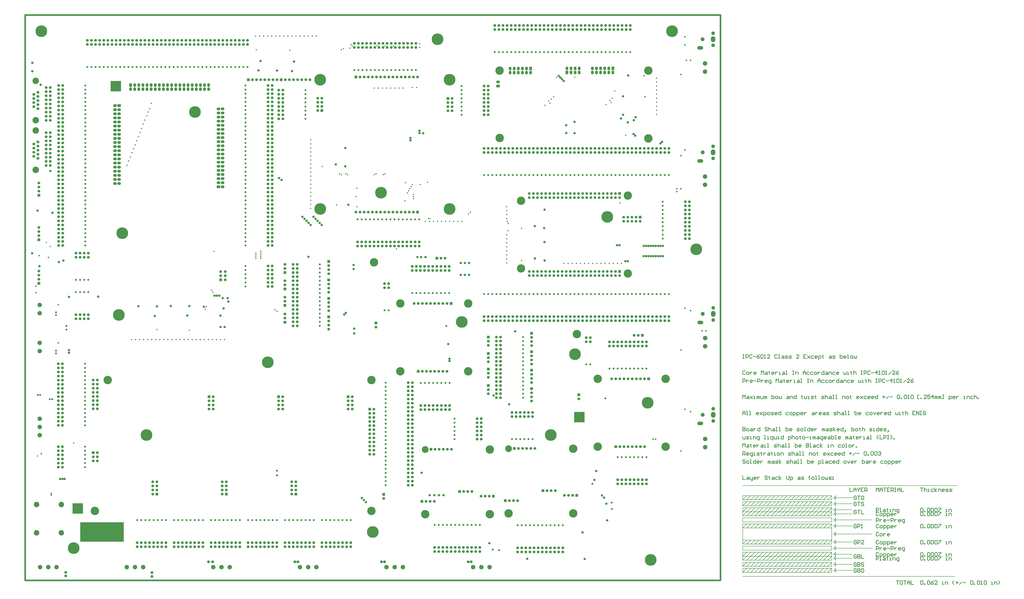
<source format=gbs>
%FSLAX24Y24*%
%MOIN*%
G70*
G01*
G75*
G04 Layer_Color=16711935*
%ADD10R,0.0591X0.0551*%
%ADD11R,0.0551X0.0591*%
%ADD12R,0.0669X0.0453*%
%ADD13O,0.0984X0.0276*%
%ADD14O,0.0276X0.0984*%
%ADD15O,0.0276X0.0906*%
%ADD16O,0.0906X0.0276*%
%ADD17R,0.0453X0.0669*%
%ADD18R,0.0394X0.0551*%
%ADD19R,0.0551X0.0394*%
%ADD20R,0.0669X0.0984*%
%ADD21R,0.0571X0.1437*%
%ADD22O,0.0118X0.0492*%
%ADD23R,0.0984X0.0669*%
%ADD24R,0.1437X0.0571*%
%ADD25R,0.1201X0.0394*%
%ADD26R,0.2559X0.2185*%
%ADD27C,0.0300*%
%ADD28C,0.0100*%
%ADD29C,0.0200*%
%ADD30C,0.0060*%
%ADD31C,0.0250*%
%ADD32C,0.0500*%
%ADD33C,0.1000*%
%ADD34C,0.0600*%
%ADD35C,0.0400*%
%ADD36C,0.0150*%
%ADD37C,0.0600*%
%ADD38C,0.1496*%
%ADD39C,0.0591*%
%ADD40R,0.0591X0.0591*%
%ADD41C,0.0394*%
%ADD42C,0.2756*%
%ADD43O,0.1339X0.0787*%
%ADD44O,0.1024X0.1339*%
%ADD45C,0.0866*%
%ADD46C,0.0787*%
%ADD47R,0.0591X0.0591*%
%ADD48C,0.1260*%
%ADD49C,0.1000*%
%ADD50C,0.1969*%
%ADD51C,0.1575*%
%ADD52R,0.0600X0.0600*%
%ADD53O,0.0591X0.0827*%
%ADD54R,0.0591X0.0827*%
%ADD55O,0.0827X0.0591*%
%ADD56R,0.0827X0.0591*%
%ADD57C,0.0500*%
%ADD58C,0.0315*%
%ADD59C,0.0236*%
%ADD60C,0.0400*%
%ADD61C,0.0197*%
%ADD62C,0.0754*%
%ADD63C,0.1660*%
%ADD64C,0.0518*%
%ADD65C,0.1778*%
%ADD66O,0.1345X0.0794*%
%ADD67O,0.1030X0.1345*%
%ADD68C,0.1069*%
%ADD69C,0.0991*%
%ADD70C,0.1109*%
G04:AMPARAMS|DCode=71|XSize=119.055mil|YSize=119.055mil|CornerRadius=0mil|HoleSize=0mil|Usage=FLASHONLY|Rotation=0.000|XOffset=0mil|YOffset=0mil|HoleType=Round|Shape=Relief|Width=10mil|Gap=10mil|Entries=4|*
%AMTHD71*
7,0,0,0.1191,0.0991,0.0100,45*
%
%ADD71THD71*%
G04:AMPARAMS|DCode=72|XSize=130.866mil|YSize=130.866mil|CornerRadius=0mil|HoleSize=0mil|Usage=FLASHONLY|Rotation=0.000|XOffset=0mil|YOffset=0mil|HoleType=Round|Shape=Relief|Width=10mil|Gap=10mil|Entries=4|*
%AMTHD72*
7,0,0,0.1309,0.1109,0.0100,45*
%
%ADD72THD72*%
G04:AMPARAMS|DCode=73|XSize=95.433mil|YSize=95.433mil|CornerRadius=0mil|HoleSize=0mil|Usage=FLASHONLY|Rotation=0.000|XOffset=0mil|YOffset=0mil|HoleType=Round|Shape=Relief|Width=10mil|Gap=10mil|Entries=4|*
%AMTHD73*
7,0,0,0.0954,0.0754,0.0100,45*
%
%ADD73THD73*%
%ADD74C,0.1581*%
%ADD75C,0.1620*%
%ADD76C,0.0715*%
%ADD77C,0.0833*%
%ADD78C,0.0794*%
G04:AMPARAMS|DCode=79|XSize=91.496mil|YSize=91.496mil|CornerRadius=0mil|HoleSize=0mil|Usage=FLASHONLY|Rotation=0.000|XOffset=0mil|YOffset=0mil|HoleType=Round|Shape=Relief|Width=10mil|Gap=10mil|Entries=4|*
%AMTHD79*
7,0,0,0.0915,0.0715,0.0100,45*
%
%ADD79THD79*%
G04:AMPARAMS|DCode=80|XSize=88mil|YSize=88mil|CornerRadius=0mil|HoleSize=0mil|Usage=FLASHONLY|Rotation=0.000|XOffset=0mil|YOffset=0mil|HoleType=Round|Shape=Relief|Width=10mil|Gap=10mil|Entries=4|*
%AMTHD80*
7,0,0,0.0880,0.0680,0.0100,45*
%
%ADD80THD80*%
G04:AMPARAMS|DCode=81|XSize=79.685mil|YSize=79.685mil|CornerRadius=0mil|HoleSize=0mil|Usage=FLASHONLY|Rotation=0.000|XOffset=0mil|YOffset=0mil|HoleType=Round|Shape=Relief|Width=10mil|Gap=10mil|Entries=4|*
%AMTHD81*
7,0,0,0.0797,0.0597,0.0100,45*
%
%ADD81THD81*%
%ADD82C,0.0680*%
%ADD83C,0.0597*%
G04:AMPARAMS|DCode=84|XSize=80mil|YSize=80mil|CornerRadius=0mil|HoleSize=0mil|Usage=FLASHONLY|Rotation=0.000|XOffset=0mil|YOffset=0mil|HoleType=Round|Shape=Relief|Width=10mil|Gap=10mil|Entries=4|*
%AMTHD84*
7,0,0,0.0800,0.0600,0.0100,45*
%
%ADD84THD84*%
%ADD85C,0.0650*%
G04:AMPARAMS|DCode=86|XSize=71.811mil|YSize=71.811mil|CornerRadius=0mil|HoleSize=0mil|Usage=FLASHONLY|Rotation=0.000|XOffset=0mil|YOffset=0mil|HoleType=Round|Shape=Relief|Width=10mil|Gap=10mil|Entries=4|*
%AMTHD86*
7,0,0,0.0718,0.0518,0.0100,45*
%
%ADD86THD86*%
G04:AMPARAMS|DCode=87|XSize=185.984mil|YSize=185.984mil|CornerRadius=0mil|HoleSize=0mil|Usage=FLASHONLY|Rotation=0.000|XOffset=0mil|YOffset=0mil|HoleType=Round|Shape=Relief|Width=10mil|Gap=10mil|Entries=4|*
%AMTHD87*
7,0,0,0.1860,0.1660,0.0100,45*
%
%ADD87THD87*%
%AMTHOVALD88*
21,1,0.0551,0.0994,0,0,360.0*
1,1,0.0994,-0.0276,0.0000*
1,1,0.0994,0.0276,0.0000*
21,0,0.0551,0.0794,0,0,360.0*
1,0,0.0794,-0.0276,0.0000*
1,0,0.0794,0.0276,0.0000*
4,0,4,-0.0240,-0.0035,-0.0592,-0.0387,-0.0662,-0.0316,-0.0311,0.0035,-0.0240,-0.0035,0.0*
4,0,4,0.0311,-0.0035,0.0662,0.0316,0.0592,0.0387,0.0240,0.0035,0.0311,-0.0035,0.0*
4,0,4,-0.0311,-0.0035,-0.0662,0.0316,-0.0592,0.0387,-0.0240,0.0035,-0.0311,-0.0035,0.0*
4,0,4,0.0240,-0.0035,0.0592,-0.0387,0.0662,-0.0316,0.0311,0.0035,0.0240,-0.0035,0.0*
%
%ADD88THOVALD88*%

%ADD89C,0.0080*%
%ADD90C,0.0079*%
%ADD91C,0.0118*%
%ADD92C,0.0098*%
%ADD93C,0.0236*%
%ADD94C,0.0315*%
%ADD95C,0.0157*%
%ADD96C,0.0197*%
%ADD97R,0.2520X0.2520*%
%ADD98R,1.0630X0.4724*%
%ADD99R,0.0671X0.0631*%
%ADD100R,0.0631X0.0671*%
%ADD101R,0.0749X0.0533*%
%ADD102O,0.1064X0.0356*%
%ADD103O,0.0356X0.1064*%
%ADD104O,0.0356X0.0986*%
%ADD105O,0.0986X0.0356*%
%ADD106R,0.0533X0.0749*%
%ADD107R,0.0474X0.0631*%
%ADD108R,0.0631X0.0474*%
%ADD109R,0.0749X0.1064*%
%ADD110R,0.0651X0.1517*%
%ADD111O,0.0198X0.0572*%
%ADD112R,0.1064X0.0749*%
%ADD113R,0.1517X0.0651*%
%ADD114R,0.1281X0.0474*%
%ADD115R,0.2639X0.2265*%
%ADD116C,0.1576*%
%ADD117C,0.0671*%
%ADD118R,0.0671X0.0671*%
%ADD119C,0.0474*%
%ADD120C,0.2836*%
%ADD121O,0.1419X0.0867*%
%ADD122O,0.1104X0.1419*%
%ADD123C,0.0946*%
%ADD124C,0.0867*%
%ADD125R,0.0671X0.0671*%
%ADD126C,0.1340*%
%ADD127C,0.1080*%
%ADD128C,0.2049*%
%ADD129C,0.1655*%
%ADD130C,0.2024*%
%ADD131C,0.0655*%
%ADD132R,0.0655X0.0655*%
%ADD133O,0.0671X0.0907*%
%ADD134R,0.0671X0.0907*%
%ADD135O,0.0907X0.0671*%
%ADD136R,0.0907X0.0671*%
%ADD137C,0.0580*%
%ADD138C,0.0395*%
%ADD139C,0.0316*%
%ADD140C,0.0480*%
%ADD141C,0.0277*%
D28*
X174705Y984D02*
X226378D01*
X174705Y4429D02*
X196358D01*
X174705Y3445D02*
X196358D01*
X174705D02*
Y4429D01*
X196358Y3445D02*
Y4429D01*
X174705Y3445D02*
X175689Y4429D01*
Y3445D02*
X176673Y4429D01*
Y3445D02*
X177657Y4429D01*
Y3445D02*
X178642Y4429D01*
Y3445D02*
X179626Y4429D01*
Y3445D02*
X180610Y4429D01*
Y3445D02*
X181594Y4429D01*
Y3445D02*
X182579Y4429D01*
Y3445D02*
X183563Y4429D01*
Y3445D02*
X184547Y4429D01*
Y3445D02*
X185532Y4429D01*
Y3445D02*
X186516Y4429D01*
Y3445D02*
X187500Y4429D01*
Y3445D02*
X188484Y4429D01*
Y3445D02*
X189468Y4429D01*
Y3445D02*
X190453Y4429D01*
Y3445D02*
X191437Y4429D01*
Y3445D02*
X192421Y4429D01*
Y3445D02*
X193406Y4429D01*
Y3445D02*
X194390Y4429D01*
Y3445D02*
X195374Y4429D01*
Y3445D02*
X196358Y4429D01*
X174705Y17717D02*
X196358D01*
X174705Y16732D02*
X196358D01*
X174705D02*
Y17717D01*
X196358Y16732D02*
Y17717D01*
X174705Y16732D02*
X175689Y17717D01*
Y16732D02*
X176673Y17717D01*
Y16732D02*
X177657Y17717D01*
Y16732D02*
X178642Y17717D01*
Y16732D02*
X179626Y17717D01*
Y16732D02*
X180610Y17717D01*
Y16732D02*
X181594Y17717D01*
Y16732D02*
X182579Y17717D01*
Y16732D02*
X183563Y17717D01*
Y16732D02*
X184547Y17717D01*
Y16732D02*
X185532Y17717D01*
Y16732D02*
X186516Y17717D01*
Y16732D02*
X187500Y17717D01*
Y16732D02*
X188484Y17717D01*
Y16732D02*
X189468Y17717D01*
Y16732D02*
X190453Y17717D01*
Y16732D02*
X191437Y17717D01*
Y16732D02*
X192421Y17717D01*
Y16732D02*
X193406Y17717D01*
Y16732D02*
X194390Y17717D01*
Y16732D02*
X195374Y17717D01*
Y16732D02*
X196358Y17717D01*
X174705Y5906D02*
X196358D01*
X174705Y4921D02*
X196358D01*
X174705D02*
Y5906D01*
X196358Y4921D02*
Y5906D01*
X174705Y4921D02*
X175689Y5906D01*
Y4921D02*
X176673Y5906D01*
Y4921D02*
X177657Y5906D01*
Y4921D02*
X178642Y5906D01*
Y4921D02*
X179626Y5906D01*
Y4921D02*
X180610Y5906D01*
Y4921D02*
X181594Y5906D01*
Y4921D02*
X182579Y5906D01*
Y4921D02*
X183563Y5906D01*
Y4921D02*
X184547Y5906D01*
Y4921D02*
X185532Y5906D01*
Y4921D02*
X186516Y5906D01*
Y4921D02*
X187500Y5906D01*
Y4921D02*
X188484Y5906D01*
Y4921D02*
X189468Y5906D01*
Y4921D02*
X190453Y5906D01*
Y4921D02*
X191437Y5906D01*
Y4921D02*
X192421Y5906D01*
Y4921D02*
X193406Y5906D01*
Y4921D02*
X194390Y5906D01*
Y4921D02*
X195374Y5906D01*
Y4921D02*
X196358Y5906D01*
X195374D02*
X196358Y6890D01*
X194390Y5906D02*
X195374Y6890D01*
X193406Y5906D02*
X194390Y6890D01*
X192421Y5906D02*
X193406Y6890D01*
X191437Y5906D02*
X192421Y6890D01*
X190453Y5906D02*
X191437Y6890D01*
X189468Y5906D02*
X190453Y6890D01*
X188484Y5906D02*
X189468Y6890D01*
X187500Y5906D02*
X188484Y6890D01*
X186516Y5906D02*
X187500Y6890D01*
X185532Y5906D02*
X186516Y6890D01*
X184547Y5906D02*
X185532Y6890D01*
X183563Y5906D02*
X184547Y6890D01*
X182579Y5906D02*
X183563Y6890D01*
X181594Y5906D02*
X182579Y6890D01*
X180610Y5906D02*
X181594Y6890D01*
X179626Y5906D02*
X180610Y6890D01*
X178642Y5906D02*
X179626Y6890D01*
X177657Y5906D02*
X178642Y6890D01*
X176673Y5906D02*
X177657Y6890D01*
X175689Y5906D02*
X176673Y6890D01*
X174705Y5906D02*
X175689Y6890D01*
X196358Y5906D02*
Y6890D01*
X174705Y5906D02*
Y6890D01*
Y5906D02*
X196358D01*
X174705Y6890D02*
X196358D01*
Y7382D02*
Y8366D01*
X174705Y7382D02*
Y8366D01*
Y7382D02*
X196358D01*
X174705Y8366D02*
X196358D01*
X174705Y9843D02*
X196358D01*
X174705Y8858D02*
X196358D01*
X174705D02*
Y9843D01*
X196358Y8858D02*
Y9843D01*
X174705Y8858D02*
X175689Y9843D01*
Y8858D02*
X176673Y9843D01*
Y8858D02*
X177657Y9843D01*
Y8858D02*
X178642Y9843D01*
Y8858D02*
X179626Y9843D01*
Y8858D02*
X180610Y9843D01*
Y8858D02*
X181594Y9843D01*
Y8858D02*
X182579Y9843D01*
Y8858D02*
X183563Y9843D01*
Y8858D02*
X184547Y9843D01*
Y8858D02*
X185532Y9843D01*
Y8858D02*
X186516Y9843D01*
Y8858D02*
X187500Y9843D01*
Y8858D02*
X188484Y9843D01*
Y8858D02*
X189468Y9843D01*
Y8858D02*
X190453Y9843D01*
Y8858D02*
X191437Y9843D01*
Y8858D02*
X192421Y9843D01*
Y8858D02*
X193406Y9843D01*
Y8858D02*
X194390Y9843D01*
Y8858D02*
X195374Y9843D01*
Y8858D02*
X196358Y9843D01*
Y12795D01*
X174705Y9843D02*
Y12795D01*
Y9843D02*
X196358D01*
X174705Y12795D02*
X196358D01*
X174705Y15256D02*
X196358D01*
X174705Y14272D02*
X196358D01*
X174705D02*
Y15256D01*
X196358Y14272D02*
Y15256D01*
X174705Y13780D02*
X196358D01*
X174705Y12795D02*
X196358D01*
X174705D02*
Y13780D01*
X196358Y12795D02*
Y13780D01*
X174705Y12795D02*
X175689Y13780D01*
Y12795D02*
X176673Y13780D01*
Y12795D02*
X177657Y13780D01*
Y12795D02*
X178642Y13780D01*
Y12795D02*
X179626Y13780D01*
Y12795D02*
X180610Y13780D01*
Y12795D02*
X181594Y13780D01*
Y12795D02*
X182579Y13780D01*
Y12795D02*
X183563Y13780D01*
Y12795D02*
X184547Y13780D01*
Y12795D02*
X185532Y13780D01*
Y12795D02*
X186516Y13780D01*
Y12795D02*
X187500Y13780D01*
Y12795D02*
X188484Y13780D01*
Y12795D02*
X189468Y13780D01*
Y12795D02*
X190453Y13780D01*
Y12795D02*
X191437Y13780D01*
Y12795D02*
X192421Y13780D01*
Y12795D02*
X193406Y13780D01*
Y12795D02*
X194390Y13780D01*
Y12795D02*
X195374Y13780D01*
Y12795D02*
X196358Y13780D01*
X174705Y16732D02*
X196358D01*
X174705Y15748D02*
X196358D01*
X174705D02*
Y16732D01*
X196358Y15748D02*
Y16732D01*
X174705Y15748D02*
X175689Y16732D01*
Y15748D02*
X176673Y16732D01*
Y15748D02*
X177657Y16732D01*
Y15748D02*
X178642Y16732D01*
Y15748D02*
X179626Y16732D01*
Y15748D02*
X180610Y16732D01*
Y15748D02*
X181594Y16732D01*
Y15748D02*
X182579Y16732D01*
Y15748D02*
X183563Y16732D01*
Y15748D02*
X184547Y16732D01*
Y15748D02*
X185532Y16732D01*
Y15748D02*
X186516Y16732D01*
Y15748D02*
X187500Y16732D01*
Y15748D02*
X188484Y16732D01*
Y15748D02*
X189468Y16732D01*
Y15748D02*
X190453Y16732D01*
Y15748D02*
X191437Y16732D01*
Y15748D02*
X192421Y16732D01*
Y15748D02*
X193406Y16732D01*
Y15748D02*
X194390Y16732D01*
Y15748D02*
X195374Y16732D01*
Y15748D02*
X196358Y16732D01*
X195374Y3445D02*
X196358Y4429D01*
X194390Y3445D02*
X195374Y4429D01*
X193406Y3445D02*
X194390Y4429D01*
X192421Y3445D02*
X193406Y4429D01*
X191437Y3445D02*
X192421Y4429D01*
X190453Y3445D02*
X191437Y4429D01*
X189468Y3445D02*
X190453Y4429D01*
X188484Y3445D02*
X189468Y4429D01*
X187500Y3445D02*
X188484Y4429D01*
X186516Y3445D02*
X187500Y4429D01*
X185532Y3445D02*
X186516Y4429D01*
X184547Y3445D02*
X185532Y4429D01*
X183563Y3445D02*
X184547Y4429D01*
X182579Y3445D02*
X183563Y4429D01*
X181594Y3445D02*
X182579Y4429D01*
X180610Y3445D02*
X181594Y4429D01*
X179626Y3445D02*
X180610Y4429D01*
X178642Y3445D02*
X179626Y4429D01*
X177657Y3445D02*
X178642Y4429D01*
X176673Y3445D02*
X177657Y4429D01*
X175689Y3445D02*
X176673Y4429D01*
X174705Y3445D02*
X175689Y4429D01*
X196358Y3445D02*
Y4429D01*
X174705Y3445D02*
Y4429D01*
Y3445D02*
X196358D01*
X174705Y4429D02*
X196358D01*
X195374Y18209D02*
X196358Y19193D01*
X194390Y18209D02*
X195374Y19193D01*
X193406Y18209D02*
X194390Y19193D01*
X192421Y18209D02*
X193406Y19193D01*
X191437Y18209D02*
X192421Y19193D01*
X190453Y18209D02*
X191437Y19193D01*
X189468Y18209D02*
X190453Y19193D01*
X188484Y18209D02*
X189468Y19193D01*
X187500Y18209D02*
X188484Y19193D01*
X186516Y18209D02*
X187500Y19193D01*
X185532Y18209D02*
X186516Y19193D01*
X184547Y18209D02*
X185532Y19193D01*
X183563Y18209D02*
X184547Y19193D01*
X182579Y18209D02*
X183563Y19193D01*
X181594Y18209D02*
X182579Y19193D01*
X180610Y18209D02*
X181594Y19193D01*
X179626Y18209D02*
X180610Y19193D01*
X178642Y18209D02*
X179626Y19193D01*
X177657Y18209D02*
X178642Y19193D01*
X176673Y18209D02*
X177657Y19193D01*
X175689Y18209D02*
X176673Y19193D01*
X174705Y18209D02*
X175689Y19193D01*
X196358Y18209D02*
Y19193D01*
X174705Y18209D02*
Y19193D01*
Y18209D02*
X196358D01*
X174705Y19193D02*
X196358D01*
X195374Y19685D02*
X196358Y20669D01*
X194390Y19685D02*
X195374Y20669D01*
X193406Y19685D02*
X194390Y20669D01*
X192421Y19685D02*
X193406Y20669D01*
X191437Y19685D02*
X192421Y20669D01*
X190453Y19685D02*
X191437Y20669D01*
X189468Y19685D02*
X190453Y20669D01*
X188484Y19685D02*
X189468Y20669D01*
X187500Y19685D02*
X188484Y20669D01*
X186516Y19685D02*
X187500Y20669D01*
X185532Y19685D02*
X186516Y20669D01*
X184547Y19685D02*
X185532Y20669D01*
X183563Y19685D02*
X184547Y20669D01*
X182579Y19685D02*
X183563Y20669D01*
X181594Y19685D02*
X182579Y20669D01*
X180610Y19685D02*
X181594Y20669D01*
X179626Y19685D02*
X180610Y20669D01*
X178642Y19685D02*
X179626Y20669D01*
X177657Y19685D02*
X178642Y20669D01*
X176673Y19685D02*
X177657Y20669D01*
X175689Y19685D02*
X176673Y20669D01*
X174705Y19685D02*
X175689Y20669D01*
X196358Y19685D02*
Y20669D01*
X174705Y19685D02*
Y20669D01*
Y19685D02*
X196358D01*
X174705Y20669D02*
X196358D01*
X195374Y1969D02*
X196358Y2953D01*
X194390Y1969D02*
X195374Y2953D01*
X193406Y1969D02*
X194390Y2953D01*
X192421Y1969D02*
X193406Y2953D01*
X191437Y1969D02*
X192421Y2953D01*
X190453Y1969D02*
X191437Y2953D01*
X189468Y1969D02*
X190453Y2953D01*
X188484Y1969D02*
X189468Y2953D01*
X187500Y1969D02*
X188484Y2953D01*
X186516Y1969D02*
X187500Y2953D01*
X185532Y1969D02*
X186516Y2953D01*
X184547Y1969D02*
X185532Y2953D01*
X183563Y1969D02*
X184547Y2953D01*
X182579Y1969D02*
X183563Y2953D01*
X181594Y1969D02*
X182579Y2953D01*
X180610Y1969D02*
X181594Y2953D01*
X179626Y1969D02*
X180610Y2953D01*
X178642Y1969D02*
X179626Y2953D01*
X177657Y1969D02*
X178642Y2953D01*
X176673Y1969D02*
X177657Y2953D01*
X175689Y1969D02*
X176673Y2953D01*
X174705Y1969D02*
X175689Y2953D01*
X196358Y1969D02*
Y2953D01*
X174705Y1969D02*
Y2953D01*
Y1969D02*
X196358D01*
X174705Y2953D02*
X196358D01*
X196850Y2461D02*
X197343Y1969D01*
Y2953D01*
X196850Y2461D02*
X197343Y2953D01*
X196850Y2461D02*
X201280D01*
X196850Y3937D02*
X197343Y3445D01*
Y4429D01*
X196850Y3937D02*
X197343Y4429D01*
X196850Y3937D02*
X201280D01*
X196850Y5413D02*
X197343Y4921D01*
Y5906D01*
X196850Y5413D02*
X197343Y5906D01*
X196850Y5413D02*
X201280D01*
X196850Y6398D02*
X197343Y5906D01*
Y6890D01*
X196850Y6398D02*
X197343Y6890D01*
X196850Y6398D02*
X201280D01*
X196850Y9350D02*
X197343Y8858D01*
Y9843D01*
X196850Y9350D02*
X197343Y9843D01*
X196850Y9350D02*
X201280D01*
X196850Y13287D02*
X197343Y12795D01*
Y13780D01*
X196850Y13287D02*
X197343Y13780D01*
X196850Y13287D02*
X201280D01*
X196850Y16240D02*
X197343Y15748D01*
Y16732D01*
X196850Y16240D02*
X197343Y16732D01*
X196850Y16240D02*
X201280D01*
X196850Y17224D02*
X197343Y16732D01*
Y17717D01*
X196850Y17224D02*
X197343Y17717D01*
X196850Y17224D02*
X201280D01*
X196850Y11319D02*
X197343Y10827D01*
Y11811D01*
X196850Y11319D02*
X197343Y11811D01*
X196850Y11319D02*
X206201D01*
X196850Y7874D02*
X197343Y7382D01*
Y8366D01*
X196850Y7874D02*
X197343Y8366D01*
X196850Y7874D02*
X206201D01*
X196850Y14764D02*
X197343Y14272D01*
Y15256D01*
X196850Y14764D02*
X197343Y15256D01*
X196850Y14764D02*
X206201D01*
X196850Y18701D02*
X197343Y18209D01*
Y19193D01*
X196850Y18701D02*
X197343Y19193D01*
X196850Y18701D02*
X201280D01*
X196850Y20177D02*
X197343Y19685D01*
Y20669D01*
X196850Y20177D02*
X197343Y20669D01*
X196850Y20177D02*
X201280D01*
X174705Y23130D02*
X226870D01*
D35*
X169291Y0D02*
Y137795D01*
X0Y0D02*
X169291D01*
X0D02*
Y137795D01*
X169291D01*
D36*
X174705Y55034D02*
X175005D01*
X174855D01*
Y54134D01*
X174705D01*
X175005D01*
X175454D02*
Y55034D01*
X175904D01*
X176054Y54884D01*
Y54584D01*
X175904Y54434D01*
X175454D01*
X176954Y54884D02*
X176804Y55034D01*
X176504D01*
X176354Y54884D01*
Y54284D01*
X176504Y54134D01*
X176804D01*
X176954Y54284D01*
X177254Y54584D02*
X177854D01*
X178753Y55034D02*
X178454Y54884D01*
X178154Y54584D01*
Y54284D01*
X178304Y54134D01*
X178603D01*
X178753Y54284D01*
Y54434D01*
X178603Y54584D01*
X178154D01*
X179053Y54884D02*
X179203Y55034D01*
X179503D01*
X179653Y54884D01*
Y54284D01*
X179503Y54134D01*
X179203D01*
X179053Y54284D01*
Y54884D01*
X179953Y54134D02*
X180253D01*
X180103D01*
Y55034D01*
X179953Y54884D01*
X181303Y54134D02*
X180703D01*
X181303Y54734D01*
Y54884D01*
X181153Y55034D01*
X180853D01*
X180703Y54884D01*
X183102D02*
X182952Y55034D01*
X182652D01*
X182502Y54884D01*
Y54284D01*
X182652Y54134D01*
X182952D01*
X183102Y54284D01*
X183402Y54134D02*
X183702D01*
X183552D01*
Y55034D01*
X183402D01*
X184302Y54734D02*
X184602D01*
X184751Y54584D01*
Y54134D01*
X184302D01*
X184152Y54284D01*
X184302Y54434D01*
X184751D01*
X185051Y54134D02*
X185501D01*
X185651Y54284D01*
X185501Y54434D01*
X185201D01*
X185051Y54584D01*
X185201Y54734D01*
X185651D01*
X185951Y54134D02*
X186401D01*
X186551Y54284D01*
X186401Y54434D01*
X186101D01*
X185951Y54584D01*
X186101Y54734D01*
X186551D01*
X188350Y54134D02*
X187751D01*
X188350Y54734D01*
Y54884D01*
X188200Y55034D01*
X187900D01*
X187751Y54884D01*
X190150Y55034D02*
X189550D01*
Y54134D01*
X190150D01*
X189550Y54584D02*
X189850D01*
X190450Y54734D02*
X191049Y54134D01*
X190750Y54434D01*
X191049Y54734D01*
X190450Y54134D01*
X191949Y54734D02*
X191499D01*
X191349Y54584D01*
Y54284D01*
X191499Y54134D01*
X191949D01*
X192699D02*
X192399D01*
X192249Y54284D01*
Y54584D01*
X192399Y54734D01*
X192699D01*
X192849Y54584D01*
Y54434D01*
X192249D01*
X193149Y53834D02*
Y54734D01*
X193599D01*
X193749Y54584D01*
Y54284D01*
X193599Y54134D01*
X193149D01*
X194198Y54884D02*
Y54734D01*
X194048D01*
X194348D01*
X194198D01*
Y54284D01*
X194348Y54134D01*
X195848Y54734D02*
X196148D01*
X196298Y54584D01*
Y54134D01*
X195848D01*
X195698Y54284D01*
X195848Y54434D01*
X196298D01*
X196598Y54134D02*
X197048D01*
X197197Y54284D01*
X197048Y54434D01*
X196748D01*
X196598Y54584D01*
X196748Y54734D01*
X197197D01*
X198397Y55034D02*
Y54134D01*
X198847D01*
X198997Y54284D01*
Y54434D01*
Y54584D01*
X198847Y54734D01*
X198397D01*
X199747Y54134D02*
X199447D01*
X199297Y54284D01*
Y54584D01*
X199447Y54734D01*
X199747D01*
X199897Y54584D01*
Y54434D01*
X199297D01*
X200196Y54134D02*
X200496D01*
X200346D01*
Y55034D01*
X200196D01*
X201096Y54134D02*
X201396D01*
X201546Y54284D01*
Y54584D01*
X201396Y54734D01*
X201096D01*
X200946Y54584D01*
Y54284D01*
X201096Y54134D01*
X201846Y54734D02*
Y54284D01*
X201996Y54134D01*
X202146Y54284D01*
X202296Y54134D01*
X202446Y54284D01*
Y54734D01*
X174705Y40354D02*
Y40954D01*
X175005Y41254D01*
X175305Y40954D01*
Y40354D01*
Y40804D01*
X174705D01*
X175604Y40354D02*
X175904D01*
X175754D01*
Y41254D01*
X175604D01*
X176354Y40354D02*
X176654D01*
X176504D01*
Y41254D01*
X176354D01*
X178454Y40354D02*
X178154D01*
X178004Y40504D01*
Y40804D01*
X178154Y40954D01*
X178454D01*
X178603Y40804D01*
Y40654D01*
X178004D01*
X178903Y40954D02*
X179503Y40354D01*
X179203Y40654D01*
X179503Y40954D01*
X178903Y40354D01*
X179803Y40054D02*
Y40954D01*
X180253D01*
X180403Y40804D01*
Y40504D01*
X180253Y40354D01*
X179803D01*
X180853D02*
X181153D01*
X181303Y40504D01*
Y40804D01*
X181153Y40954D01*
X180853D01*
X180703Y40804D01*
Y40504D01*
X180853Y40354D01*
X181602D02*
X182052D01*
X182202Y40504D01*
X182052Y40654D01*
X181752D01*
X181602Y40804D01*
X181752Y40954D01*
X182202D01*
X182952Y40354D02*
X182652D01*
X182502Y40504D01*
Y40804D01*
X182652Y40954D01*
X182952D01*
X183102Y40804D01*
Y40654D01*
X182502D01*
X184002Y41254D02*
Y40354D01*
X183552D01*
X183402Y40504D01*
Y40804D01*
X183552Y40954D01*
X184002D01*
X185801D02*
X185351D01*
X185201Y40804D01*
Y40504D01*
X185351Y40354D01*
X185801D01*
X186251D02*
X186551D01*
X186701Y40504D01*
Y40804D01*
X186551Y40954D01*
X186251D01*
X186101Y40804D01*
Y40504D01*
X186251Y40354D01*
X187001Y40054D02*
Y40954D01*
X187451D01*
X187601Y40804D01*
Y40504D01*
X187451Y40354D01*
X187001D01*
X187900Y40054D02*
Y40954D01*
X188350D01*
X188500Y40804D01*
Y40504D01*
X188350Y40354D01*
X187900D01*
X189250D02*
X188950D01*
X188800Y40504D01*
Y40804D01*
X188950Y40954D01*
X189250D01*
X189400Y40804D01*
Y40654D01*
X188800D01*
X189700Y40954D02*
Y40354D01*
Y40654D01*
X189850Y40804D01*
X190000Y40954D01*
X190150D01*
X191649D02*
X191949D01*
X192099Y40804D01*
Y40354D01*
X191649D01*
X191499Y40504D01*
X191649Y40654D01*
X192099D01*
X192399Y40954D02*
Y40354D01*
Y40654D01*
X192549Y40804D01*
X192699Y40954D01*
X192849D01*
X193749Y40354D02*
X193449D01*
X193299Y40504D01*
Y40804D01*
X193449Y40954D01*
X193749D01*
X193899Y40804D01*
Y40654D01*
X193299D01*
X194348Y40954D02*
X194648D01*
X194798Y40804D01*
Y40354D01*
X194348D01*
X194198Y40504D01*
X194348Y40654D01*
X194798D01*
X195098Y40354D02*
X195548D01*
X195698Y40504D01*
X195548Y40654D01*
X195248D01*
X195098Y40804D01*
X195248Y40954D01*
X195698D01*
X196898Y40354D02*
X197347D01*
X197497Y40504D01*
X197347Y40654D01*
X197048D01*
X196898Y40804D01*
X197048Y40954D01*
X197497D01*
X197797Y41254D02*
Y40354D01*
Y40804D01*
X197947Y40954D01*
X198247D01*
X198397Y40804D01*
Y40354D01*
X198847Y40954D02*
X199147D01*
X199297Y40804D01*
Y40354D01*
X198847D01*
X198697Y40504D01*
X198847Y40654D01*
X199297D01*
X199597Y40354D02*
X199897D01*
X199747D01*
Y41254D01*
X199597D01*
X200346Y40354D02*
X200646D01*
X200496D01*
Y41254D01*
X200346D01*
X201996D02*
Y40354D01*
X202446D01*
X202596Y40504D01*
Y40654D01*
Y40804D01*
X202446Y40954D01*
X201996D01*
X203345Y40354D02*
X203046D01*
X202896Y40504D01*
Y40804D01*
X203046Y40954D01*
X203345D01*
X203495Y40804D01*
Y40654D01*
X202896D01*
X205295Y40954D02*
X204845D01*
X204695Y40804D01*
Y40504D01*
X204845Y40354D01*
X205295D01*
X205745D02*
X206045D01*
X206195Y40504D01*
Y40804D01*
X206045Y40954D01*
X205745D01*
X205595Y40804D01*
Y40504D01*
X205745Y40354D01*
X206494Y40954D02*
X206794Y40354D01*
X207094Y40954D01*
X207844Y40354D02*
X207544D01*
X207394Y40504D01*
Y40804D01*
X207544Y40954D01*
X207844D01*
X207994Y40804D01*
Y40654D01*
X207394D01*
X208294Y40954D02*
Y40354D01*
Y40654D01*
X208444Y40804D01*
X208594Y40954D01*
X208744D01*
X209643Y40354D02*
X209344D01*
X209194Y40504D01*
Y40804D01*
X209344Y40954D01*
X209643D01*
X209793Y40804D01*
Y40654D01*
X209194D01*
X210693Y41254D02*
Y40354D01*
X210243D01*
X210093Y40504D01*
Y40804D01*
X210243Y40954D01*
X210693D01*
X211893D02*
Y40504D01*
X212043Y40354D01*
X212193Y40504D01*
X212343Y40354D01*
X212493Y40504D01*
Y40954D01*
X212792Y40354D02*
X213092D01*
X212942D01*
Y40954D01*
X212792D01*
X213692Y41104D02*
Y40954D01*
X213542D01*
X213842D01*
X213692D01*
Y40504D01*
X213842Y40354D01*
X214292Y41254D02*
Y40354D01*
Y40804D01*
X214442Y40954D01*
X214742D01*
X214892Y40804D01*
Y40354D01*
X216691Y41254D02*
X216091D01*
Y40354D01*
X216691D01*
X216091Y40804D02*
X216391D01*
X216991Y40354D02*
Y41254D01*
X217591Y40354D01*
Y41254D01*
X217891D02*
X218191D01*
X218041D01*
Y40354D01*
X217891D01*
X218191D01*
X219240Y41104D02*
X219090Y41254D01*
X218790D01*
X218641Y41104D01*
Y40504D01*
X218790Y40354D01*
X219090D01*
X219240Y40504D01*
Y40804D01*
X218940D01*
X174705Y37317D02*
Y36417D01*
X175155D01*
X175305Y36567D01*
Y36717D01*
X175155Y36867D01*
X174705D01*
X175155D01*
X175305Y37017D01*
Y37167D01*
X175155Y37317D01*
X174705D01*
X175754Y36417D02*
X176054D01*
X176204Y36567D01*
Y36867D01*
X176054Y37017D01*
X175754D01*
X175604Y36867D01*
Y36567D01*
X175754Y36417D01*
X176654Y37017D02*
X176954D01*
X177104Y36867D01*
Y36417D01*
X176654D01*
X176504Y36567D01*
X176654Y36717D01*
X177104D01*
X177404Y37017D02*
Y36417D01*
Y36717D01*
X177554Y36867D01*
X177704Y37017D01*
X177854D01*
X178903Y37317D02*
Y36417D01*
X178454D01*
X178304Y36567D01*
Y36867D01*
X178454Y37017D01*
X178903D01*
X180703Y37167D02*
X180553Y37317D01*
X180253D01*
X180103Y37167D01*
Y37017D01*
X180253Y36867D01*
X180553D01*
X180703Y36717D01*
Y36567D01*
X180553Y36417D01*
X180253D01*
X180103Y36567D01*
X181003Y37317D02*
Y36417D01*
Y36867D01*
X181153Y37017D01*
X181453D01*
X181602Y36867D01*
Y36417D01*
X182052Y37017D02*
X182352D01*
X182502Y36867D01*
Y36417D01*
X182052D01*
X181902Y36567D01*
X182052Y36717D01*
X182502D01*
X182802Y36417D02*
X183102D01*
X182952D01*
Y37317D01*
X182802D01*
X183552Y36417D02*
X183852D01*
X183702D01*
Y37317D01*
X183552D01*
X185201D02*
Y36417D01*
X185651D01*
X185801Y36567D01*
Y36717D01*
Y36867D01*
X185651Y37017D01*
X185201D01*
X186551Y36417D02*
X186251D01*
X186101Y36567D01*
Y36867D01*
X186251Y37017D01*
X186551D01*
X186701Y36867D01*
Y36717D01*
X186101D01*
X187900Y36417D02*
X188350D01*
X188500Y36567D01*
X188350Y36717D01*
X188050D01*
X187900Y36867D01*
X188050Y37017D01*
X188500D01*
X188950Y36417D02*
X189250D01*
X189400Y36567D01*
Y36867D01*
X189250Y37017D01*
X188950D01*
X188800Y36867D01*
Y36567D01*
X188950Y36417D01*
X189700D02*
X190000D01*
X189850D01*
Y37317D01*
X189700D01*
X191049D02*
Y36417D01*
X190600D01*
X190450Y36567D01*
Y36867D01*
X190600Y37017D01*
X191049D01*
X191799Y36417D02*
X191499D01*
X191349Y36567D01*
Y36867D01*
X191499Y37017D01*
X191799D01*
X191949Y36867D01*
Y36717D01*
X191349D01*
X192249Y37017D02*
Y36417D01*
Y36717D01*
X192399Y36867D01*
X192549Y37017D01*
X192699D01*
X194048Y36417D02*
Y37017D01*
X194198D01*
X194348Y36867D01*
Y36417D01*
Y36867D01*
X194498Y37017D01*
X194648Y36867D01*
Y36417D01*
X195098Y37017D02*
X195398D01*
X195548Y36867D01*
Y36417D01*
X195098D01*
X194948Y36567D01*
X195098Y36717D01*
X195548D01*
X195848Y36417D02*
X196298D01*
X196448Y36567D01*
X196298Y36717D01*
X195998D01*
X195848Y36867D01*
X195998Y37017D01*
X196448D01*
X196748Y36417D02*
Y37317D01*
Y36717D02*
X197197Y37017D01*
X196748Y36717D02*
X197197Y36417D01*
X198097D02*
X197797D01*
X197647Y36567D01*
Y36867D01*
X197797Y37017D01*
X198097D01*
X198247Y36867D01*
Y36717D01*
X197647D01*
X199147Y37317D02*
Y36417D01*
X198697D01*
X198547Y36567D01*
Y36867D01*
X198697Y37017D01*
X199147D01*
X199597Y36267D02*
X199747Y36417D01*
Y36567D01*
X199597D01*
Y36417D01*
X199747D01*
X199597Y36267D01*
X199447Y36117D01*
X201246Y37317D02*
Y36417D01*
X201696D01*
X201846Y36567D01*
Y36717D01*
Y36867D01*
X201696Y37017D01*
X201246D01*
X202296Y36417D02*
X202596D01*
X202746Y36567D01*
Y36867D01*
X202596Y37017D01*
X202296D01*
X202146Y36867D01*
Y36567D01*
X202296Y36417D01*
X203196Y37167D02*
Y37017D01*
X203046D01*
X203345D01*
X203196D01*
Y36567D01*
X203345Y36417D01*
X203795Y37317D02*
Y36417D01*
Y36867D01*
X203945Y37017D01*
X204245D01*
X204395Y36867D01*
Y36417D01*
X205595D02*
X206045D01*
X206195Y36567D01*
X206045Y36717D01*
X205745D01*
X205595Y36867D01*
X205745Y37017D01*
X206195D01*
X206494Y36417D02*
X206794D01*
X206644D01*
Y37017D01*
X206494D01*
X207844Y37317D02*
Y36417D01*
X207394D01*
X207244Y36567D01*
Y36867D01*
X207394Y37017D01*
X207844D01*
X208594Y36417D02*
X208294D01*
X208144Y36567D01*
Y36867D01*
X208294Y37017D01*
X208594D01*
X208744Y36867D01*
Y36717D01*
X208144D01*
X209044Y36417D02*
X209493D01*
X209643Y36567D01*
X209493Y36717D01*
X209194D01*
X209044Y36867D01*
X209194Y37017D01*
X209643D01*
X210093Y36267D02*
X210243Y36417D01*
Y36567D01*
X210093D01*
Y36417D01*
X210243D01*
X210093Y36267D01*
X209943Y36117D01*
X174705Y25506D02*
Y24606D01*
X175305D01*
X175754Y25206D02*
X176054D01*
X176204Y25056D01*
Y24606D01*
X175754D01*
X175604Y24756D01*
X175754Y24906D01*
X176204D01*
X176504Y25206D02*
Y24756D01*
X176654Y24606D01*
X177104D01*
Y24456D01*
X176954Y24306D01*
X176804D01*
X177104Y24606D02*
Y25206D01*
X177854Y24606D02*
X177554D01*
X177404Y24756D01*
Y25056D01*
X177554Y25206D01*
X177854D01*
X178004Y25056D01*
Y24906D01*
X177404D01*
X178304Y25206D02*
Y24606D01*
Y24906D01*
X178454Y25056D01*
X178603Y25206D01*
X178753D01*
X180703Y25356D02*
X180553Y25506D01*
X180253D01*
X180103Y25356D01*
Y25206D01*
X180253Y25056D01*
X180553D01*
X180703Y24906D01*
Y24756D01*
X180553Y24606D01*
X180253D01*
X180103Y24756D01*
X181153Y25356D02*
Y25206D01*
X181003D01*
X181303D01*
X181153D01*
Y24756D01*
X181303Y24606D01*
X181902Y25206D02*
X182202D01*
X182352Y25056D01*
Y24606D01*
X181902D01*
X181752Y24756D01*
X181902Y24906D01*
X182352D01*
X183252Y25206D02*
X182802D01*
X182652Y25056D01*
Y24756D01*
X182802Y24606D01*
X183252D01*
X183552D02*
Y25506D01*
Y24906D02*
X184002Y25206D01*
X183552Y24906D02*
X184002Y24606D01*
X185351Y25506D02*
Y24756D01*
X185501Y24606D01*
X185801D01*
X185951Y24756D01*
Y25506D01*
X186251Y24306D02*
Y25206D01*
X186701D01*
X186851Y25056D01*
Y24756D01*
X186701Y24606D01*
X186251D01*
X188200Y25206D02*
X188500D01*
X188650Y25056D01*
Y24606D01*
X188200D01*
X188050Y24756D01*
X188200Y24906D01*
X188650D01*
X188950Y24606D02*
X189400D01*
X189550Y24756D01*
X189400Y24906D01*
X189100D01*
X188950Y25056D01*
X189100Y25206D01*
X189550D01*
X190899Y24606D02*
Y25356D01*
Y25056D01*
X190750D01*
X191049D01*
X190899D01*
Y25356D01*
X191049Y25506D01*
X191649Y24606D02*
X191949D01*
X192099Y24756D01*
Y25056D01*
X191949Y25206D01*
X191649D01*
X191499Y25056D01*
Y24756D01*
X191649Y24606D01*
X192399D02*
X192699D01*
X192549D01*
Y25506D01*
X192399D01*
X193149Y24606D02*
X193449D01*
X193299D01*
Y25506D01*
X193149D01*
X194048Y24606D02*
X194348D01*
X194498Y24756D01*
Y25056D01*
X194348Y25206D01*
X194048D01*
X193899Y25056D01*
Y24756D01*
X194048Y24606D01*
X194798Y25206D02*
Y24756D01*
X194948Y24606D01*
X195098Y24756D01*
X195248Y24606D01*
X195398Y24756D01*
Y25206D01*
X195698Y24606D02*
X196148D01*
X196298Y24756D01*
X196148Y24906D01*
X195848D01*
X195698Y25056D01*
X195848Y25206D01*
X196298D01*
X196598D02*
X196748D01*
Y25056D01*
X196598D01*
Y25206D01*
Y24756D02*
X196748D01*
Y24606D01*
X196598D01*
Y24756D01*
X175305Y50947D02*
X175155Y51097D01*
X174855D01*
X174705Y50947D01*
Y50347D01*
X174855Y50197D01*
X175155D01*
X175305Y50347D01*
X175754Y50197D02*
X176054D01*
X176204Y50347D01*
Y50647D01*
X176054Y50797D01*
X175754D01*
X175604Y50647D01*
Y50347D01*
X175754Y50197D01*
X176504Y50797D02*
Y50197D01*
Y50497D01*
X176654Y50647D01*
X176804Y50797D01*
X176954D01*
X177854Y50197D02*
X177554D01*
X177404Y50347D01*
Y50647D01*
X177554Y50797D01*
X177854D01*
X178004Y50647D01*
Y50497D01*
X177404D01*
X179203Y50197D02*
Y51097D01*
X179503Y50797D01*
X179803Y51097D01*
Y50197D01*
X180253Y50797D02*
X180553D01*
X180703Y50647D01*
Y50197D01*
X180253D01*
X180103Y50347D01*
X180253Y50497D01*
X180703D01*
X181153Y50947D02*
Y50797D01*
X181003D01*
X181303D01*
X181153D01*
Y50347D01*
X181303Y50197D01*
X182202D02*
X181902D01*
X181752Y50347D01*
Y50647D01*
X181902Y50797D01*
X182202D01*
X182352Y50647D01*
Y50497D01*
X181752D01*
X182652Y50797D02*
Y50197D01*
Y50497D01*
X182802Y50647D01*
X182952Y50797D01*
X183102D01*
X183552Y50197D02*
X183852D01*
X183702D01*
Y50797D01*
X183552D01*
X184452D02*
X184751D01*
X184901Y50647D01*
Y50197D01*
X184452D01*
X184302Y50347D01*
X184452Y50497D01*
X184901D01*
X185201Y50197D02*
X185501D01*
X185351D01*
Y51097D01*
X185201D01*
X186851D02*
X187151D01*
X187001D01*
Y50197D01*
X186851D01*
X187151D01*
X187601D02*
Y50797D01*
X188050D01*
X188200Y50647D01*
Y50197D01*
X189400D02*
Y50797D01*
X189700Y51097D01*
X190000Y50797D01*
Y50197D01*
Y50647D01*
X189400D01*
X190899Y50797D02*
X190450D01*
X190300Y50647D01*
Y50347D01*
X190450Y50197D01*
X190899D01*
X191799Y50797D02*
X191349D01*
X191199Y50647D01*
Y50347D01*
X191349Y50197D01*
X191799D01*
X192249D02*
X192549D01*
X192699Y50347D01*
Y50647D01*
X192549Y50797D01*
X192249D01*
X192099Y50647D01*
Y50347D01*
X192249Y50197D01*
X192999Y50797D02*
Y50197D01*
Y50497D01*
X193149Y50647D01*
X193299Y50797D01*
X193449D01*
X194498Y51097D02*
Y50197D01*
X194048D01*
X193899Y50347D01*
Y50647D01*
X194048Y50797D01*
X194498D01*
X194948D02*
X195248D01*
X195398Y50647D01*
Y50197D01*
X194948D01*
X194798Y50347D01*
X194948Y50497D01*
X195398D01*
X195698Y50197D02*
Y50797D01*
X196148D01*
X196298Y50647D01*
Y50197D01*
X197197Y50797D02*
X196748D01*
X196598Y50647D01*
Y50347D01*
X196748Y50197D01*
X197197D01*
X197947D02*
X197647D01*
X197497Y50347D01*
Y50647D01*
X197647Y50797D01*
X197947D01*
X198097Y50647D01*
Y50497D01*
X197497D01*
X199297Y50797D02*
Y50347D01*
X199447Y50197D01*
X199597Y50347D01*
X199747Y50197D01*
X199897Y50347D01*
Y50797D01*
X200196Y50197D02*
X200496D01*
X200346D01*
Y50797D01*
X200196D01*
X201096Y50947D02*
Y50797D01*
X200946D01*
X201246D01*
X201096D01*
Y50347D01*
X201246Y50197D01*
X201696Y51097D02*
Y50197D01*
Y50647D01*
X201846Y50797D01*
X202146D01*
X202296Y50647D01*
Y50197D01*
X203495Y51097D02*
X203795D01*
X203645D01*
Y50197D01*
X203495D01*
X203795D01*
X204245D02*
Y51097D01*
X204695D01*
X204845Y50947D01*
Y50647D01*
X204695Y50497D01*
X204245D01*
X205745Y50947D02*
X205595Y51097D01*
X205295D01*
X205145Y50947D01*
Y50347D01*
X205295Y50197D01*
X205595D01*
X205745Y50347D01*
X206045Y50647D02*
X206644D01*
X207394Y50197D02*
Y51097D01*
X206944Y50647D01*
X207544D01*
X207844Y50197D02*
X208144D01*
X207994D01*
Y51097D01*
X207844Y50947D01*
X208594D02*
X208744Y51097D01*
X209044D01*
X209194Y50947D01*
Y50347D01*
X209044Y50197D01*
X208744D01*
X208594Y50347D01*
Y50947D01*
X209493Y50197D02*
X209793D01*
X209643D01*
Y51097D01*
X209493Y50947D01*
X210243Y50197D02*
X210843Y50797D01*
X211743Y50197D02*
X211143D01*
X211743Y50797D01*
Y50947D01*
X211593Y51097D01*
X211293D01*
X211143Y50947D01*
X212642Y51097D02*
X212343Y50947D01*
X212043Y50647D01*
Y50347D01*
X212193Y50197D01*
X212493D01*
X212642Y50347D01*
Y50497D01*
X212493Y50647D01*
X212043D01*
X174705Y48228D02*
Y49128D01*
X175155D01*
X175305Y48978D01*
Y48678D01*
X175155Y48528D01*
X174705D01*
X175604Y48828D02*
Y48228D01*
Y48528D01*
X175754Y48678D01*
X175904Y48828D01*
X176054D01*
X176954Y48228D02*
X176654D01*
X176504Y48378D01*
Y48678D01*
X176654Y48828D01*
X176954D01*
X177104Y48678D01*
Y48528D01*
X176504D01*
X177404Y48678D02*
X178004D01*
X178304Y48228D02*
Y49128D01*
X178753D01*
X178903Y48978D01*
Y48678D01*
X178753Y48528D01*
X178304D01*
X179203Y48828D02*
Y48228D01*
Y48528D01*
X179353Y48678D01*
X179503Y48828D01*
X179653D01*
X180553Y48228D02*
X180253D01*
X180103Y48378D01*
Y48678D01*
X180253Y48828D01*
X180553D01*
X180703Y48678D01*
Y48528D01*
X180103D01*
X181303Y47928D02*
X181453D01*
X181602Y48078D01*
Y48828D01*
X181153D01*
X181003Y48678D01*
Y48378D01*
X181153Y48228D01*
X181602D01*
X182802D02*
Y49128D01*
X183102Y48828D01*
X183402Y49128D01*
Y48228D01*
X183852Y48828D02*
X184152D01*
X184302Y48678D01*
Y48228D01*
X183852D01*
X183702Y48378D01*
X183852Y48528D01*
X184302D01*
X184751Y48978D02*
Y48828D01*
X184602D01*
X184901D01*
X184751D01*
Y48378D01*
X184901Y48228D01*
X185801D02*
X185501D01*
X185351Y48378D01*
Y48678D01*
X185501Y48828D01*
X185801D01*
X185951Y48678D01*
Y48528D01*
X185351D01*
X186251Y48828D02*
Y48228D01*
Y48528D01*
X186401Y48678D01*
X186551Y48828D01*
X186701D01*
X187151Y48228D02*
X187451D01*
X187301D01*
Y48828D01*
X187151D01*
X188050D02*
X188350D01*
X188500Y48678D01*
Y48228D01*
X188050D01*
X187900Y48378D01*
X188050Y48528D01*
X188500D01*
X188800Y48228D02*
X189100D01*
X188950D01*
Y49128D01*
X188800D01*
X190450D02*
X190750D01*
X190600D01*
Y48228D01*
X190450D01*
X190750D01*
X191199D02*
Y48828D01*
X191649D01*
X191799Y48678D01*
Y48228D01*
X192999D02*
Y48828D01*
X193299Y49128D01*
X193599Y48828D01*
Y48228D01*
Y48678D01*
X192999D01*
X194498Y48828D02*
X194048D01*
X193899Y48678D01*
Y48378D01*
X194048Y48228D01*
X194498D01*
X195398Y48828D02*
X194948D01*
X194798Y48678D01*
Y48378D01*
X194948Y48228D01*
X195398D01*
X195848D02*
X196148D01*
X196298Y48378D01*
Y48678D01*
X196148Y48828D01*
X195848D01*
X195698Y48678D01*
Y48378D01*
X195848Y48228D01*
X196598Y48828D02*
Y48228D01*
Y48528D01*
X196748Y48678D01*
X196898Y48828D01*
X197048D01*
X198097Y49128D02*
Y48228D01*
X197647D01*
X197497Y48378D01*
Y48678D01*
X197647Y48828D01*
X198097D01*
X198547D02*
X198847D01*
X198997Y48678D01*
Y48228D01*
X198547D01*
X198397Y48378D01*
X198547Y48528D01*
X198997D01*
X199297Y48228D02*
Y48828D01*
X199747D01*
X199897Y48678D01*
Y48228D01*
X200796Y48828D02*
X200346D01*
X200196Y48678D01*
Y48378D01*
X200346Y48228D01*
X200796D01*
X201546D02*
X201246D01*
X201096Y48378D01*
Y48678D01*
X201246Y48828D01*
X201546D01*
X201696Y48678D01*
Y48528D01*
X201096D01*
X202896Y48828D02*
Y48378D01*
X203046Y48228D01*
X203196Y48378D01*
X203345Y48228D01*
X203495Y48378D01*
Y48828D01*
X203795Y48228D02*
X204095D01*
X203945D01*
Y48828D01*
X203795D01*
X204695Y48978D02*
Y48828D01*
X204545D01*
X204845D01*
X204695D01*
Y48378D01*
X204845Y48228D01*
X205295Y49128D02*
Y48228D01*
Y48678D01*
X205445Y48828D01*
X205745D01*
X205895Y48678D01*
Y48228D01*
X207094Y49128D02*
X207394D01*
X207244D01*
Y48228D01*
X207094D01*
X207394D01*
X207844D02*
Y49128D01*
X208294D01*
X208444Y48978D01*
Y48678D01*
X208294Y48528D01*
X207844D01*
X209344Y48978D02*
X209194Y49128D01*
X208894D01*
X208744Y48978D01*
Y48378D01*
X208894Y48228D01*
X209194D01*
X209344Y48378D01*
X209643Y48678D02*
X210243D01*
X210993Y48228D02*
Y49128D01*
X210543Y48678D01*
X211143D01*
X211443Y48228D02*
X211743D01*
X211593D01*
Y49128D01*
X211443Y48978D01*
X212193D02*
X212343Y49128D01*
X212642D01*
X212792Y48978D01*
Y48378D01*
X212642Y48228D01*
X212343D01*
X212193Y48378D01*
Y48978D01*
X213092Y48228D02*
X213392D01*
X213242D01*
Y49128D01*
X213092Y48978D01*
X213842Y48228D02*
X214442Y48828D01*
X215342Y48228D02*
X214742D01*
X215342Y48828D01*
Y48978D01*
X215192Y49128D01*
X214892D01*
X214742Y48978D01*
X216241Y49128D02*
X215941Y48978D01*
X215641Y48678D01*
Y48378D01*
X215791Y48228D01*
X216091D01*
X216241Y48378D01*
Y48528D01*
X216091Y48678D01*
X215641D01*
X174705Y30512D02*
Y31412D01*
X175155D01*
X175305Y31262D01*
Y30962D01*
X175155Y30812D01*
X174705D01*
X175005D02*
X175305Y30512D01*
X176054D02*
X175754D01*
X175604Y30662D01*
Y30962D01*
X175754Y31112D01*
X176054D01*
X176204Y30962D01*
Y30812D01*
X175604D01*
X176804Y30212D02*
X176954D01*
X177104Y30362D01*
Y31112D01*
X176654D01*
X176504Y30962D01*
Y30662D01*
X176654Y30512D01*
X177104D01*
X177404D02*
X177704D01*
X177554D01*
Y31112D01*
X177404D01*
X178154Y30512D02*
X178603D01*
X178753Y30662D01*
X178603Y30812D01*
X178304D01*
X178154Y30962D01*
X178304Y31112D01*
X178753D01*
X179203Y31262D02*
Y31112D01*
X179053D01*
X179353D01*
X179203D01*
Y30662D01*
X179353Y30512D01*
X179803Y31112D02*
Y30512D01*
Y30812D01*
X179953Y30962D01*
X180103Y31112D01*
X180253D01*
X180853D02*
X181153D01*
X181303Y30962D01*
Y30512D01*
X180853D01*
X180703Y30662D01*
X180853Y30812D01*
X181303D01*
X181752Y31262D02*
Y31112D01*
X181602D01*
X181902D01*
X181752D01*
Y30662D01*
X181902Y30512D01*
X182352D02*
X182652D01*
X182502D01*
Y31112D01*
X182352D01*
X183252Y30512D02*
X183552D01*
X183702Y30662D01*
Y30962D01*
X183552Y31112D01*
X183252D01*
X183102Y30962D01*
Y30662D01*
X183252Y30512D01*
X184002D02*
Y31112D01*
X184452D01*
X184602Y30962D01*
Y30512D01*
X185801D02*
X186251D01*
X186401Y30662D01*
X186251Y30812D01*
X185951D01*
X185801Y30962D01*
X185951Y31112D01*
X186401D01*
X186701Y31412D02*
Y30512D01*
Y30962D01*
X186851Y31112D01*
X187151D01*
X187301Y30962D01*
Y30512D01*
X187751Y31112D02*
X188050D01*
X188200Y30962D01*
Y30512D01*
X187751D01*
X187601Y30662D01*
X187751Y30812D01*
X188200D01*
X188500Y30512D02*
X188800D01*
X188650D01*
Y31412D01*
X188500D01*
X189250Y30512D02*
X189550D01*
X189400D01*
Y31412D01*
X189250D01*
X190899Y30512D02*
Y31112D01*
X191349D01*
X191499Y30962D01*
Y30512D01*
X191949D02*
X192249D01*
X192399Y30662D01*
Y30962D01*
X192249Y31112D01*
X191949D01*
X191799Y30962D01*
Y30662D01*
X191949Y30512D01*
X192849Y31262D02*
Y31112D01*
X192699D01*
X192999D01*
X192849D01*
Y30662D01*
X192999Y30512D01*
X194798D02*
X194498D01*
X194348Y30662D01*
Y30962D01*
X194498Y31112D01*
X194798D01*
X194948Y30962D01*
Y30812D01*
X194348D01*
X195248Y31112D02*
X195848Y30512D01*
X195548Y30812D01*
X195848Y31112D01*
X195248Y30512D01*
X196748Y31112D02*
X196298D01*
X196148Y30962D01*
Y30662D01*
X196298Y30512D01*
X196748D01*
X197497D02*
X197197D01*
X197048Y30662D01*
Y30962D01*
X197197Y31112D01*
X197497D01*
X197647Y30962D01*
Y30812D01*
X197048D01*
X198397Y30512D02*
X198097D01*
X197947Y30662D01*
Y30962D01*
X198097Y31112D01*
X198397D01*
X198547Y30962D01*
Y30812D01*
X197947D01*
X199447Y31412D02*
Y30512D01*
X198997D01*
X198847Y30662D01*
Y30962D01*
X198997Y31112D01*
X199447D01*
X200646Y30962D02*
X201246D01*
X200946Y31262D02*
Y30662D01*
X201546Y30512D02*
X202146Y31112D01*
X202446Y30962D02*
X203046D01*
X204245Y31262D02*
X204395Y31412D01*
X204695D01*
X204845Y31262D01*
Y30662D01*
X204695Y30512D01*
X204395D01*
X204245Y30662D01*
Y31262D01*
X205145Y30512D02*
Y30662D01*
X205295D01*
Y30512D01*
X205145D01*
X205895Y31262D02*
X206045Y31412D01*
X206344D01*
X206494Y31262D01*
Y30662D01*
X206344Y30512D01*
X206045D01*
X205895Y30662D01*
Y31262D01*
X206794D02*
X206944Y31412D01*
X207244D01*
X207394Y31262D01*
Y30662D01*
X207244Y30512D01*
X206944D01*
X206794Y30662D01*
Y31262D01*
X207694D02*
X207844Y31412D01*
X208144D01*
X208294Y31262D01*
Y31112D01*
X208144Y30962D01*
X207994D01*
X208144D01*
X208294Y30812D01*
Y30662D01*
X208144Y30512D01*
X207844D01*
X207694Y30662D01*
X174705Y35049D02*
Y34599D01*
X174855Y34449D01*
X175305D01*
Y35049D01*
X175604Y34449D02*
X176054D01*
X176204Y34599D01*
X176054Y34749D01*
X175754D01*
X175604Y34899D01*
X175754Y35049D01*
X176204D01*
X176504Y34449D02*
X176804D01*
X176654D01*
Y35049D01*
X176504D01*
X177254Y34449D02*
Y35049D01*
X177704D01*
X177854Y34899D01*
Y34449D01*
X178454Y34149D02*
X178603D01*
X178753Y34299D01*
Y35049D01*
X178304D01*
X178154Y34899D01*
Y34599D01*
X178304Y34449D01*
X178753D01*
X179953D02*
X180253D01*
X180103D01*
Y35349D01*
X179953D01*
X180703Y34449D02*
X181003D01*
X180853D01*
Y35049D01*
X180703D01*
X182052Y34149D02*
Y35049D01*
X181602D01*
X181453Y34899D01*
Y34599D01*
X181602Y34449D01*
X182052D01*
X182352Y35049D02*
Y34599D01*
X182502Y34449D01*
X182952D01*
Y35049D01*
X183252Y34449D02*
X183552D01*
X183402D01*
Y35049D01*
X183252D01*
X184602Y35349D02*
Y34449D01*
X184152D01*
X184002Y34599D01*
Y34899D01*
X184152Y35049D01*
X184602D01*
X185801Y34149D02*
Y35049D01*
X186251D01*
X186401Y34899D01*
Y34599D01*
X186251Y34449D01*
X185801D01*
X186701Y35349D02*
Y34449D01*
Y34899D01*
X186851Y35049D01*
X187151D01*
X187301Y34899D01*
Y34449D01*
X187751D02*
X188050D01*
X188200Y34599D01*
Y34899D01*
X188050Y35049D01*
X187751D01*
X187601Y34899D01*
Y34599D01*
X187751Y34449D01*
X188650Y35199D02*
Y35049D01*
X188500D01*
X188800D01*
X188650D01*
Y34599D01*
X188800Y34449D01*
X189400D02*
X189700D01*
X189850Y34599D01*
Y34899D01*
X189700Y35049D01*
X189400D01*
X189250Y34899D01*
Y34599D01*
X189400Y34449D01*
X190150Y34899D02*
X190750D01*
X191049Y34449D02*
X191349D01*
X191199D01*
Y35049D01*
X191049D01*
X191799Y34449D02*
Y35049D01*
X191949D01*
X192099Y34899D01*
Y34449D01*
Y34899D01*
X192249Y35049D01*
X192399Y34899D01*
Y34449D01*
X192849Y35049D02*
X193149D01*
X193299Y34899D01*
Y34449D01*
X192849D01*
X192699Y34599D01*
X192849Y34749D01*
X193299D01*
X193899Y34149D02*
X194048D01*
X194198Y34299D01*
Y35049D01*
X193749D01*
X193599Y34899D01*
Y34599D01*
X193749Y34449D01*
X194198D01*
X194948D02*
X194648D01*
X194498Y34599D01*
Y34899D01*
X194648Y35049D01*
X194948D01*
X195098Y34899D01*
Y34749D01*
X194498D01*
X195548Y35049D02*
X195848D01*
X195998Y34899D01*
Y34449D01*
X195548D01*
X195398Y34599D01*
X195548Y34749D01*
X195998D01*
X196298Y35349D02*
Y34449D01*
X196748D01*
X196898Y34599D01*
Y34749D01*
Y34899D01*
X196748Y35049D01*
X196298D01*
X197197Y34449D02*
X197497D01*
X197347D01*
Y35349D01*
X197197D01*
X198397Y34449D02*
X198097D01*
X197947Y34599D01*
Y34899D01*
X198097Y35049D01*
X198397D01*
X198547Y34899D01*
Y34749D01*
X197947D01*
X199747Y34449D02*
Y35049D01*
X199897D01*
X200047Y34899D01*
Y34449D01*
Y34899D01*
X200196Y35049D01*
X200346Y34899D01*
Y34449D01*
X200796Y35049D02*
X201096D01*
X201246Y34899D01*
Y34449D01*
X200796D01*
X200646Y34599D01*
X200796Y34749D01*
X201246D01*
X201696Y35199D02*
Y35049D01*
X201546D01*
X201846D01*
X201696D01*
Y34599D01*
X201846Y34449D01*
X202746D02*
X202446D01*
X202296Y34599D01*
Y34899D01*
X202446Y35049D01*
X202746D01*
X202896Y34899D01*
Y34749D01*
X202296D01*
X203196Y35049D02*
Y34449D01*
Y34749D01*
X203345Y34899D01*
X203495Y35049D01*
X203645D01*
X204095Y34449D02*
X204395D01*
X204245D01*
Y35049D01*
X204095D01*
X204995D02*
X205295D01*
X205445Y34899D01*
Y34449D01*
X204995D01*
X204845Y34599D01*
X204995Y34749D01*
X205445D01*
X205745Y34449D02*
X206045D01*
X205895D01*
Y35349D01*
X205745D01*
X207694Y34449D02*
X207394Y34749D01*
Y35049D01*
X207694Y35349D01*
X208144D02*
Y34449D01*
X208744D01*
X209044D02*
Y35349D01*
X209493D01*
X209643Y35199D01*
Y34899D01*
X209493Y34749D01*
X209044D01*
X209943Y35349D02*
X210243D01*
X210093D01*
Y34449D01*
X209943D01*
X210243D01*
X210693D02*
X210993Y34749D01*
Y35049D01*
X210693Y35349D01*
X211443Y34449D02*
Y34599D01*
X211593D01*
Y34449D01*
X211443D01*
X174705Y32480D02*
Y33380D01*
X175005Y33080D01*
X175305Y33380D01*
Y32480D01*
X175754Y33080D02*
X176054D01*
X176204Y32930D01*
Y32480D01*
X175754D01*
X175604Y32630D01*
X175754Y32780D01*
X176204D01*
X176654Y33230D02*
Y33080D01*
X176504D01*
X176804D01*
X176654D01*
Y32630D01*
X176804Y32480D01*
X177704D02*
X177404D01*
X177254Y32630D01*
Y32930D01*
X177404Y33080D01*
X177704D01*
X177854Y32930D01*
Y32780D01*
X177254D01*
X178154Y33080D02*
Y32480D01*
Y32780D01*
X178304Y32930D01*
X178454Y33080D01*
X178603D01*
X179203D02*
X179503D01*
X179653Y32930D01*
Y32480D01*
X179203D01*
X179053Y32630D01*
X179203Y32780D01*
X179653D01*
X179953Y32480D02*
X180253D01*
X180103D01*
Y33080D01*
X179953D01*
X180703Y32480D02*
X181003D01*
X180853D01*
Y33380D01*
X180703D01*
X182352Y32480D02*
X182802D01*
X182952Y32630D01*
X182802Y32780D01*
X182502D01*
X182352Y32930D01*
X182502Y33080D01*
X182952D01*
X183252Y33380D02*
Y32480D01*
Y32930D01*
X183402Y33080D01*
X183702D01*
X183852Y32930D01*
Y32480D01*
X184302Y33080D02*
X184602D01*
X184751Y32930D01*
Y32480D01*
X184302D01*
X184152Y32630D01*
X184302Y32780D01*
X184751D01*
X185051Y32480D02*
X185351D01*
X185201D01*
Y33380D01*
X185051D01*
X185801Y32480D02*
X186101D01*
X185951D01*
Y33380D01*
X185801D01*
X187451D02*
Y32480D01*
X187900D01*
X188050Y32630D01*
Y32780D01*
Y32930D01*
X187900Y33080D01*
X187451D01*
X188800Y32480D02*
X188500D01*
X188350Y32630D01*
Y32930D01*
X188500Y33080D01*
X188800D01*
X188950Y32930D01*
Y32780D01*
X188350D01*
X190150Y33380D02*
Y32480D01*
X190600D01*
X190750Y32630D01*
Y32780D01*
X190600Y32930D01*
X190150D01*
X190600D01*
X190750Y33080D01*
Y33230D01*
X190600Y33380D01*
X190150D01*
X191049Y32480D02*
X191349D01*
X191199D01*
Y33380D01*
X191049D01*
X191949Y33080D02*
X192249D01*
X192399Y32930D01*
Y32480D01*
X191949D01*
X191799Y32630D01*
X191949Y32780D01*
X192399D01*
X193299Y33080D02*
X192849D01*
X192699Y32930D01*
Y32630D01*
X192849Y32480D01*
X193299D01*
X193599D02*
Y33380D01*
Y32780D02*
X194048Y33080D01*
X193599Y32780D02*
X194048Y32480D01*
X195398D02*
X195698D01*
X195548D01*
Y33080D01*
X195398D01*
X196148Y32480D02*
Y33080D01*
X196598D01*
X196748Y32930D01*
Y32480D01*
X198547Y33080D02*
X198097D01*
X197947Y32930D01*
Y32630D01*
X198097Y32480D01*
X198547D01*
X198997D02*
X199297D01*
X199447Y32630D01*
Y32930D01*
X199297Y33080D01*
X198997D01*
X198847Y32930D01*
Y32630D01*
X198997Y32480D01*
X199747D02*
X200047D01*
X199897D01*
Y33380D01*
X199747D01*
X200646Y32480D02*
X200946D01*
X201096Y32630D01*
Y32930D01*
X200946Y33080D01*
X200646D01*
X200496Y32930D01*
Y32630D01*
X200646Y32480D01*
X201396Y33080D02*
Y32480D01*
Y32780D01*
X201546Y32930D01*
X201696Y33080D01*
X201846D01*
X202296Y32480D02*
Y32630D01*
X202446D01*
Y32480D01*
X202296D01*
X175305Y29293D02*
X175155Y29443D01*
X174855D01*
X174705Y29293D01*
Y29143D01*
X174855Y28993D01*
X175155D01*
X175305Y28843D01*
Y28693D01*
X175155Y28543D01*
X174855D01*
X174705Y28693D01*
X175754Y28543D02*
X176054D01*
X176204Y28693D01*
Y28993D01*
X176054Y29143D01*
X175754D01*
X175604Y28993D01*
Y28693D01*
X175754Y28543D01*
X176504D02*
X176804D01*
X176654D01*
Y29443D01*
X176504D01*
X177854D02*
Y28543D01*
X177404D01*
X177254Y28693D01*
Y28993D01*
X177404Y29143D01*
X177854D01*
X178603Y28543D02*
X178304D01*
X178154Y28693D01*
Y28993D01*
X178304Y29143D01*
X178603D01*
X178753Y28993D01*
Y28843D01*
X178154D01*
X179053Y29143D02*
Y28543D01*
Y28843D01*
X179203Y28993D01*
X179353Y29143D01*
X179503D01*
X180853Y28543D02*
Y29143D01*
X181003D01*
X181153Y28993D01*
Y28543D01*
Y28993D01*
X181303Y29143D01*
X181453Y28993D01*
Y28543D01*
X181902Y29143D02*
X182202D01*
X182352Y28993D01*
Y28543D01*
X181902D01*
X181752Y28693D01*
X181902Y28843D01*
X182352D01*
X182652Y28543D02*
X183102D01*
X183252Y28693D01*
X183102Y28843D01*
X182802D01*
X182652Y28993D01*
X182802Y29143D01*
X183252D01*
X183552Y28543D02*
Y29443D01*
Y28843D02*
X184002Y29143D01*
X183552Y28843D02*
X184002Y28543D01*
X185351D02*
X185801D01*
X185951Y28693D01*
X185801Y28843D01*
X185501D01*
X185351Y28993D01*
X185501Y29143D01*
X185951D01*
X186251Y29443D02*
Y28543D01*
Y28993D01*
X186401Y29143D01*
X186701D01*
X186851Y28993D01*
Y28543D01*
X187301Y29143D02*
X187601D01*
X187751Y28993D01*
Y28543D01*
X187301D01*
X187151Y28693D01*
X187301Y28843D01*
X187751D01*
X188050Y28543D02*
X188350D01*
X188200D01*
Y29443D01*
X188050D01*
X188800Y28543D02*
X189100D01*
X188950D01*
Y29443D01*
X188800D01*
X190450D02*
Y28543D01*
X190899D01*
X191049Y28693D01*
Y28843D01*
Y28993D01*
X190899Y29143D01*
X190450D01*
X191799Y28543D02*
X191499D01*
X191349Y28693D01*
Y28993D01*
X191499Y29143D01*
X191799D01*
X191949Y28993D01*
Y28843D01*
X191349D01*
X193149Y28243D02*
Y29143D01*
X193599D01*
X193749Y28993D01*
Y28693D01*
X193599Y28543D01*
X193149D01*
X194048D02*
X194348D01*
X194198D01*
Y29443D01*
X194048D01*
X194948Y29143D02*
X195248D01*
X195398Y28993D01*
Y28543D01*
X194948D01*
X194798Y28693D01*
X194948Y28843D01*
X195398D01*
X196298Y29143D02*
X195848D01*
X195698Y28993D01*
Y28693D01*
X195848Y28543D01*
X196298D01*
X197048D02*
X196748D01*
X196598Y28693D01*
Y28993D01*
X196748Y29143D01*
X197048D01*
X197197Y28993D01*
Y28843D01*
X196598D01*
X198097Y29443D02*
Y28543D01*
X197647D01*
X197497Y28693D01*
Y28993D01*
X197647Y29143D01*
X198097D01*
X199447Y28543D02*
X199747D01*
X199897Y28693D01*
Y28993D01*
X199747Y29143D01*
X199447D01*
X199297Y28993D01*
Y28693D01*
X199447Y28543D01*
X200196Y29143D02*
X200496Y28543D01*
X200796Y29143D01*
X201546Y28543D02*
X201246D01*
X201096Y28693D01*
Y28993D01*
X201246Y29143D01*
X201546D01*
X201696Y28993D01*
Y28843D01*
X201096D01*
X201996Y29143D02*
Y28543D01*
Y28843D01*
X202146Y28993D01*
X202296Y29143D01*
X202446D01*
X203795Y29443D02*
Y28543D01*
X204245D01*
X204395Y28693D01*
Y28843D01*
Y28993D01*
X204245Y29143D01*
X203795D01*
X204845D02*
X205145D01*
X205295Y28993D01*
Y28543D01*
X204845D01*
X204695Y28693D01*
X204845Y28843D01*
X205295D01*
X205595Y29143D02*
Y28543D01*
Y28843D01*
X205745Y28993D01*
X205895Y29143D01*
X206045D01*
X206944Y28543D02*
X206644D01*
X206494Y28693D01*
Y28993D01*
X206644Y29143D01*
X206944D01*
X207094Y28993D01*
Y28843D01*
X206494D01*
X208894Y29143D02*
X208444D01*
X208294Y28993D01*
Y28693D01*
X208444Y28543D01*
X208894D01*
X209344D02*
X209643D01*
X209793Y28693D01*
Y28993D01*
X209643Y29143D01*
X209344D01*
X209194Y28993D01*
Y28693D01*
X209344Y28543D01*
X210093Y28243D02*
Y29143D01*
X210543D01*
X210693Y28993D01*
Y28693D01*
X210543Y28543D01*
X210093D01*
X210993Y28243D02*
Y29143D01*
X211443D01*
X211593Y28993D01*
Y28693D01*
X211443Y28543D01*
X210993D01*
X212343D02*
X212043D01*
X211893Y28693D01*
Y28993D01*
X212043Y29143D01*
X212343D01*
X212493Y28993D01*
Y28843D01*
X211893D01*
X212792Y29143D02*
Y28543D01*
Y28843D01*
X212942Y28993D01*
X213092Y29143D01*
X213242D01*
X174705Y44291D02*
Y45191D01*
X175005Y44891D01*
X175305Y45191D01*
Y44291D01*
X175754Y44891D02*
X176054D01*
X176204Y44741D01*
Y44291D01*
X175754D01*
X175604Y44441D01*
X175754Y44591D01*
X176204D01*
X176504Y44891D02*
X177104Y44291D01*
X176804Y44591D01*
X177104Y44891D01*
X176504Y44291D01*
X177404D02*
X177704D01*
X177554D01*
Y44891D01*
X177404D01*
X178154Y44291D02*
Y44891D01*
X178304D01*
X178454Y44741D01*
Y44291D01*
Y44741D01*
X178603Y44891D01*
X178753Y44741D01*
Y44291D01*
X179053Y44891D02*
Y44441D01*
X179203Y44291D01*
X179653D01*
Y44891D01*
X179953Y44291D02*
Y44891D01*
X180103D01*
X180253Y44741D01*
Y44291D01*
Y44741D01*
X180403Y44891D01*
X180553Y44741D01*
Y44291D01*
X181752Y45191D02*
Y44291D01*
X182202D01*
X182352Y44441D01*
Y44591D01*
Y44741D01*
X182202Y44891D01*
X181752D01*
X182802Y44291D02*
X183102D01*
X183252Y44441D01*
Y44741D01*
X183102Y44891D01*
X182802D01*
X182652Y44741D01*
Y44441D01*
X182802Y44291D01*
X183552Y44891D02*
Y44441D01*
X183702Y44291D01*
X183852Y44441D01*
X184002Y44291D01*
X184152Y44441D01*
Y44891D01*
X185501D02*
X185801D01*
X185951Y44741D01*
Y44291D01*
X185501D01*
X185351Y44441D01*
X185501Y44591D01*
X185951D01*
X186251Y44291D02*
Y44891D01*
X186701D01*
X186851Y44741D01*
Y44291D01*
X187751Y45191D02*
Y44291D01*
X187301D01*
X187151Y44441D01*
Y44741D01*
X187301Y44891D01*
X187751D01*
X189100Y45041D02*
Y44891D01*
X188950D01*
X189250D01*
X189100D01*
Y44441D01*
X189250Y44291D01*
X189700Y44891D02*
Y44441D01*
X189850Y44291D01*
X190000Y44441D01*
X190150Y44291D01*
X190300Y44441D01*
Y44891D01*
X190600Y44291D02*
X190899D01*
X190750D01*
Y44891D01*
X190600D01*
X191349Y44291D02*
X191799D01*
X191949Y44441D01*
X191799Y44591D01*
X191499D01*
X191349Y44741D01*
X191499Y44891D01*
X191949D01*
X192399Y45041D02*
Y44891D01*
X192249D01*
X192549D01*
X192399D01*
Y44441D01*
X192549Y44291D01*
X193899D02*
X194348D01*
X194498Y44441D01*
X194348Y44591D01*
X194048D01*
X193899Y44741D01*
X194048Y44891D01*
X194498D01*
X194798Y45191D02*
Y44291D01*
Y44741D01*
X194948Y44891D01*
X195248D01*
X195398Y44741D01*
Y44291D01*
X195848Y44891D02*
X196148D01*
X196298Y44741D01*
Y44291D01*
X195848D01*
X195698Y44441D01*
X195848Y44591D01*
X196298D01*
X196598Y44291D02*
X196898D01*
X196748D01*
Y45191D01*
X196598D01*
X197347Y44291D02*
X197647D01*
X197497D01*
Y45191D01*
X197347D01*
X198997Y44291D02*
Y44891D01*
X199447D01*
X199597Y44741D01*
Y44291D01*
X200047D02*
X200346D01*
X200496Y44441D01*
Y44741D01*
X200346Y44891D01*
X200047D01*
X199897Y44741D01*
Y44441D01*
X200047Y44291D01*
X200946Y45041D02*
Y44891D01*
X200796D01*
X201096D01*
X200946D01*
Y44441D01*
X201096Y44291D01*
X202896D02*
X202596D01*
X202446Y44441D01*
Y44741D01*
X202596Y44891D01*
X202896D01*
X203046Y44741D01*
Y44591D01*
X202446D01*
X203345Y44891D02*
X203945Y44291D01*
X203645Y44591D01*
X203945Y44891D01*
X203345Y44291D01*
X204845Y44891D02*
X204395D01*
X204245Y44741D01*
Y44441D01*
X204395Y44291D01*
X204845D01*
X205595D02*
X205295D01*
X205145Y44441D01*
Y44741D01*
X205295Y44891D01*
X205595D01*
X205745Y44741D01*
Y44591D01*
X205145D01*
X206494Y44291D02*
X206195D01*
X206045Y44441D01*
Y44741D01*
X206195Y44891D01*
X206494D01*
X206644Y44741D01*
Y44591D01*
X206045D01*
X207544Y45191D02*
Y44291D01*
X207094D01*
X206944Y44441D01*
Y44741D01*
X207094Y44891D01*
X207544D01*
X208744Y44741D02*
X209344D01*
X209044Y45041D02*
Y44441D01*
X209643Y44291D02*
X210243Y44891D01*
X210543Y44741D02*
X211143D01*
X212343Y45041D02*
X212493Y45191D01*
X212792D01*
X212942Y45041D01*
Y44441D01*
X212792Y44291D01*
X212493D01*
X212343Y44441D01*
Y45041D01*
X213242Y44291D02*
Y44441D01*
X213392D01*
Y44291D01*
X213242D01*
X213992Y45041D02*
X214142Y45191D01*
X214442D01*
X214592Y45041D01*
Y44441D01*
X214442Y44291D01*
X214142D01*
X213992Y44441D01*
Y45041D01*
X214892Y44291D02*
X215192D01*
X215042D01*
Y45191D01*
X214892Y45041D01*
X215641D02*
X215791Y45191D01*
X216091D01*
X216241Y45041D01*
Y44441D01*
X216091Y44291D01*
X215791D01*
X215641Y44441D01*
Y45041D01*
X217591Y44291D02*
X217291D01*
Y45191D01*
X217591D01*
X218041Y44291D02*
Y44441D01*
X218191D01*
Y44291D01*
X218041D01*
X219390D02*
X218790D01*
X219390Y44891D01*
Y45041D01*
X219240Y45191D01*
X218940D01*
X218790Y45041D01*
X220290Y45191D02*
X219690D01*
Y44741D01*
X219990Y44891D01*
X220140D01*
X220290Y44741D01*
Y44441D01*
X220140Y44291D01*
X219840D01*
X219690Y44441D01*
X221040Y44291D02*
Y45191D01*
X220590Y44741D01*
X221190D01*
X221490Y44291D02*
Y44891D01*
X221640D01*
X221789Y44741D01*
Y44291D01*
Y44741D01*
X221939Y44891D01*
X222089Y44741D01*
Y44291D01*
X222389D02*
Y44891D01*
X222539D01*
X222689Y44741D01*
Y44291D01*
Y44741D01*
X222839Y44891D01*
X222989Y44741D01*
Y44291D01*
X223289D02*
X223589D01*
Y45191D01*
X223289D01*
X224938Y43991D02*
Y44891D01*
X225388D01*
X225538Y44741D01*
Y44441D01*
X225388Y44291D01*
X224938D01*
X226288D02*
X225988D01*
X225838Y44441D01*
Y44741D01*
X225988Y44891D01*
X226288D01*
X226438Y44741D01*
Y44591D01*
X225838D01*
X226738Y44891D02*
Y44291D01*
Y44591D01*
X226888Y44741D01*
X227038Y44891D01*
X227188D01*
X228537Y44291D02*
X228837D01*
X228687D01*
Y44891D01*
X228537D01*
X229287Y44291D02*
Y44891D01*
X229737D01*
X229887Y44741D01*
Y44291D01*
X230787Y44891D02*
X230337D01*
X230187Y44741D01*
Y44441D01*
X230337Y44291D01*
X230787D01*
X231086Y45191D02*
Y44291D01*
Y44741D01*
X231236Y44891D01*
X231536D01*
X231686Y44741D01*
Y44291D01*
X231986D02*
Y44441D01*
X232136D01*
Y44291D01*
X231986D01*
X218012Y-234D02*
X218162Y-85D01*
X218462D01*
X218612Y-234D01*
Y-834D01*
X218462Y-984D01*
X218162D01*
X218012Y-834D01*
Y-234D01*
X218912Y-984D02*
Y-834D01*
X219061D01*
Y-984D01*
X218912D01*
X219661Y-234D02*
X219811Y-85D01*
X220111D01*
X220261Y-234D01*
Y-834D01*
X220111Y-984D01*
X219811D01*
X219661Y-834D01*
Y-234D01*
X221161Y-85D02*
X220861Y-234D01*
X220561Y-534D01*
Y-834D01*
X220711Y-984D01*
X221011D01*
X221161Y-834D01*
Y-684D01*
X221011Y-534D01*
X220561D01*
X222061Y-984D02*
X221461D01*
X222061Y-384D01*
Y-234D01*
X221911Y-85D01*
X221611D01*
X221461Y-234D01*
X223260Y-984D02*
X223560D01*
X223410D01*
Y-384D01*
X223260D01*
X224010Y-984D02*
Y-384D01*
X224460D01*
X224610Y-534D01*
Y-984D01*
X226109D02*
X225809Y-684D01*
Y-384D01*
X226109Y-85D01*
X226559Y-534D02*
X227159D01*
X226859Y-234D02*
Y-834D01*
X227459Y-984D02*
X228059Y-384D01*
X228358Y-534D02*
X228958D01*
X230158Y-234D02*
X230308Y-85D01*
X230608D01*
X230758Y-234D01*
Y-834D01*
X230608Y-984D01*
X230308D01*
X230158Y-834D01*
Y-234D01*
X231058Y-984D02*
Y-834D01*
X231208D01*
Y-984D01*
X231058D01*
X231807Y-234D02*
X231957Y-85D01*
X232257D01*
X232407Y-234D01*
Y-834D01*
X232257Y-984D01*
X231957D01*
X231807Y-834D01*
Y-234D01*
X232707Y-984D02*
X233007D01*
X232857D01*
Y-85D01*
X232707Y-234D01*
X233457D02*
X233607Y-85D01*
X233907D01*
X234057Y-234D01*
Y-834D01*
X233907Y-984D01*
X233607D01*
X233457Y-834D01*
Y-234D01*
X235256Y-984D02*
X235556D01*
X235406D01*
Y-384D01*
X235256D01*
X236006Y-984D02*
Y-384D01*
X236456D01*
X236606Y-534D01*
Y-984D01*
X236906D02*
X237206Y-684D01*
Y-384D01*
X236906Y-85D01*
X212106D02*
X212706D01*
X212406D01*
Y-984D01*
X213456Y-85D02*
X213156D01*
X213006Y-234D01*
Y-834D01*
X213156Y-984D01*
X213456D01*
X213606Y-834D01*
Y-234D01*
X213456Y-85D01*
X213906D02*
X214506D01*
X214206D01*
Y-984D01*
X214805D02*
Y-384D01*
X215105Y-85D01*
X215405Y-384D01*
Y-984D01*
Y-534D01*
X214805D01*
X215705Y-85D02*
Y-984D01*
X216305D01*
X218012Y5671D02*
X218162Y5821D01*
X218462D01*
X218612Y5671D01*
Y5071D01*
X218462Y4921D01*
X218162D01*
X218012Y5071D01*
Y5671D01*
X218912Y4921D02*
Y5071D01*
X219061D01*
Y4921D01*
X218912D01*
X219661Y5671D02*
X219811Y5821D01*
X220111D01*
X220261Y5671D01*
Y5071D01*
X220111Y4921D01*
X219811D01*
X219661Y5071D01*
Y5671D01*
X220561D02*
X220711Y5821D01*
X221011D01*
X221161Y5671D01*
Y5071D01*
X221011Y4921D01*
X220711D01*
X220561Y5071D01*
Y5671D01*
X221461D02*
X221611Y5821D01*
X221911D01*
X222061Y5671D01*
Y5071D01*
X221911Y4921D01*
X221611D01*
X221461Y5071D01*
Y5671D01*
X222360Y5821D02*
X222960D01*
Y5671D01*
X222360Y5071D01*
Y4921D01*
X224160D02*
X224460D01*
X224310D01*
Y5521D01*
X224160D01*
X224910Y4921D02*
Y5521D01*
X225359D01*
X225509Y5371D01*
Y4921D01*
X218012Y6655D02*
X218162Y6805D01*
X218462D01*
X218612Y6655D01*
Y6055D01*
X218462Y5906D01*
X218162D01*
X218012Y6055D01*
Y6655D01*
X218912Y5906D02*
Y6055D01*
X219061D01*
Y5906D01*
X218912D01*
X219661Y6655D02*
X219811Y6805D01*
X220111D01*
X220261Y6655D01*
Y6055D01*
X220111Y5906D01*
X219811D01*
X219661Y6055D01*
Y6655D01*
X220561D02*
X220711Y6805D01*
X221011D01*
X221161Y6655D01*
Y6055D01*
X221011Y5906D01*
X220711D01*
X220561Y6055D01*
Y6655D01*
X221461D02*
X221611Y6805D01*
X221911D01*
X222061Y6655D01*
Y6055D01*
X221911Y5906D01*
X221611D01*
X221461Y6055D01*
Y6655D01*
X222360Y6805D02*
X222960D01*
Y6655D01*
X222360Y6055D01*
Y5906D01*
X224160D02*
X224460D01*
X224310D01*
Y6505D01*
X224160D01*
X224910Y5906D02*
Y6505D01*
X225359D01*
X225509Y6355D01*
Y5906D01*
X218012Y9608D02*
X218162Y9758D01*
X218462D01*
X218612Y9608D01*
Y9008D01*
X218462Y8858D01*
X218162D01*
X218012Y9008D01*
Y9608D01*
X218912Y8858D02*
Y9008D01*
X219061D01*
Y8858D01*
X218912D01*
X219661Y9608D02*
X219811Y9758D01*
X220111D01*
X220261Y9608D01*
Y9008D01*
X220111Y8858D01*
X219811D01*
X219661Y9008D01*
Y9608D01*
X220561D02*
X220711Y9758D01*
X221011D01*
X221161Y9608D01*
Y9008D01*
X221011Y8858D01*
X220711D01*
X220561Y9008D01*
Y9608D01*
X221461D02*
X221611Y9758D01*
X221911D01*
X222061Y9608D01*
Y9008D01*
X221911Y8858D01*
X221611D01*
X221461Y9008D01*
Y9608D01*
X222360Y9758D02*
X222960D01*
Y9608D01*
X222360Y9008D01*
Y8858D01*
X224160D02*
X224460D01*
X224310D01*
Y9458D01*
X224160D01*
X224910Y8858D02*
Y9458D01*
X225359D01*
X225509Y9308D01*
Y8858D01*
X218012Y13545D02*
X218162Y13695D01*
X218462D01*
X218612Y13545D01*
Y12945D01*
X218462Y12795D01*
X218162D01*
X218012Y12945D01*
Y13545D01*
X218912Y12795D02*
Y12945D01*
X219061D01*
Y12795D01*
X218912D01*
X219661Y13545D02*
X219811Y13695D01*
X220111D01*
X220261Y13545D01*
Y12945D01*
X220111Y12795D01*
X219811D01*
X219661Y12945D01*
Y13545D01*
X220561D02*
X220711Y13695D01*
X221011D01*
X221161Y13545D01*
Y12945D01*
X221011Y12795D01*
X220711D01*
X220561Y12945D01*
Y13545D01*
X221461D02*
X221611Y13695D01*
X221911D01*
X222061Y13545D01*
Y12945D01*
X221911Y12795D01*
X221611D01*
X221461Y12945D01*
Y13545D01*
X222360Y13695D02*
X222960D01*
Y13545D01*
X222360Y12945D01*
Y12795D01*
X224160D02*
X224460D01*
X224310D01*
Y13395D01*
X224160D01*
X224910Y12795D02*
Y13395D01*
X225359D01*
X225509Y13245D01*
Y12795D01*
X218012Y17482D02*
X218162Y17632D01*
X218462D01*
X218612Y17482D01*
Y16882D01*
X218462Y16732D01*
X218162D01*
X218012Y16882D01*
Y17482D01*
X218912Y16732D02*
Y16882D01*
X219061D01*
Y16732D01*
X218912D01*
X219661Y17482D02*
X219811Y17632D01*
X220111D01*
X220261Y17482D01*
Y16882D01*
X220111Y16732D01*
X219811D01*
X219661Y16882D01*
Y17482D01*
X220561D02*
X220711Y17632D01*
X221011D01*
X221161Y17482D01*
Y16882D01*
X221011Y16732D01*
X220711D01*
X220561Y16882D01*
Y17482D01*
X221461D02*
X221611Y17632D01*
X221911D01*
X222061Y17482D01*
Y16882D01*
X221911Y16732D01*
X221611D01*
X221461Y16882D01*
Y17482D01*
X222360Y17632D02*
X222960D01*
Y17482D01*
X222360Y16882D01*
Y16732D01*
X224160D02*
X224460D01*
X224310D01*
Y17332D01*
X224160D01*
X224910Y16732D02*
Y17332D01*
X225359D01*
X225509Y17182D01*
Y16732D01*
X218012Y16498D02*
X218162Y16648D01*
X218462D01*
X218612Y16498D01*
Y15898D01*
X218462Y15748D01*
X218162D01*
X218012Y15898D01*
Y16498D01*
X218912Y15748D02*
Y15898D01*
X219061D01*
Y15748D01*
X218912D01*
X219661Y16498D02*
X219811Y16648D01*
X220111D01*
X220261Y16498D01*
Y15898D01*
X220111Y15748D01*
X219811D01*
X219661Y15898D01*
Y16498D01*
X220561D02*
X220711Y16648D01*
X221011D01*
X221161Y16498D01*
Y15898D01*
X221011Y15748D01*
X220711D01*
X220561Y15898D01*
Y16498D01*
X221461D02*
X221611Y16648D01*
X221911D01*
X222061Y16498D01*
Y15898D01*
X221911Y15748D01*
X221611D01*
X221461Y15898D01*
Y16498D01*
X222360Y16648D02*
X222960D01*
Y16498D01*
X222360Y15898D01*
Y15748D01*
X224160D02*
X224460D01*
X224310D01*
Y16348D01*
X224160D01*
X224910Y15748D02*
Y16348D01*
X225359D01*
X225509Y16198D01*
Y15748D01*
X218012Y22553D02*
X218612D01*
X218312D01*
Y21654D01*
X218912Y22553D02*
Y21654D01*
Y22103D01*
X219061Y22253D01*
X219361D01*
X219511Y22103D01*
Y21654D01*
X219811D02*
X220111D01*
X219961D01*
Y22253D01*
X219811D01*
X221161D02*
X220711D01*
X220561Y22103D01*
Y21804D01*
X220711Y21654D01*
X221161D01*
X221461D02*
Y22553D01*
Y21953D02*
X221911Y22253D01*
X221461Y21953D02*
X221911Y21654D01*
X222360D02*
Y22253D01*
X222810D01*
X222960Y22103D01*
Y21654D01*
X223710D02*
X223410D01*
X223260Y21804D01*
Y22103D01*
X223410Y22253D01*
X223710D01*
X223860Y22103D01*
Y21953D01*
X223260D01*
X224160Y21654D02*
X224610D01*
X224760Y21804D01*
X224610Y21953D01*
X224310D01*
X224160Y22103D01*
X224310Y22253D01*
X224760D01*
X225060Y21654D02*
X225509D01*
X225659Y21804D01*
X225509Y21953D01*
X225209D01*
X225060Y22103D01*
X225209Y22253D01*
X225659D01*
X207185Y21654D02*
Y22553D01*
X207485Y22253D01*
X207785Y22553D01*
Y21654D01*
X208085D02*
Y22253D01*
X208385Y22553D01*
X208685Y22253D01*
Y21654D01*
Y22103D01*
X208085D01*
X208984Y22553D02*
X209584D01*
X209284D01*
Y21654D01*
X210484Y22553D02*
X209884D01*
Y21654D01*
X210484D01*
X209884Y22103D02*
X210184D01*
X210784Y21654D02*
Y22553D01*
X211234D01*
X211384Y22403D01*
Y22103D01*
X211234Y21953D01*
X210784D01*
X211084D02*
X211384Y21654D01*
X211684Y22553D02*
X211983D01*
X211834D01*
Y21654D01*
X211684D01*
X211983D01*
X212433D02*
Y22253D01*
X212733Y22553D01*
X213033Y22253D01*
Y21654D01*
Y22103D01*
X212433D01*
X213333Y22553D02*
Y21654D01*
X213933D01*
X200787Y22553D02*
Y21654D01*
X201387D01*
X201687D02*
Y22253D01*
X201987Y22553D01*
X202287Y22253D01*
Y21654D01*
Y22103D01*
X201687D01*
X202587Y22553D02*
Y22403D01*
X202887Y22103D01*
X203187Y22403D01*
Y22553D01*
X202887Y22103D02*
Y21654D01*
X204086Y22553D02*
X203487D01*
Y21654D01*
X204086D01*
X203487Y22103D02*
X203786D01*
X204386Y21654D02*
Y22553D01*
X204836D01*
X204986Y22403D01*
Y22103D01*
X204836Y21953D01*
X204386D01*
X204686D02*
X204986Y21654D01*
X202371Y2718D02*
X202222Y2868D01*
X201922D01*
X201772Y2718D01*
Y2118D01*
X201922Y1969D01*
X202222D01*
X202371Y2118D01*
Y2418D01*
X202072D01*
X202671Y2868D02*
Y1969D01*
X203121D01*
X203271Y2118D01*
Y2268D01*
X203121Y2418D01*
X202671D01*
X203121D01*
X203271Y2568D01*
Y2718D01*
X203121Y2868D01*
X202671D01*
X204021D02*
X203721D01*
X203571Y2718D01*
Y2118D01*
X203721Y1969D01*
X204021D01*
X204171Y2118D01*
Y2718D01*
X204021Y2868D01*
X202371Y4195D02*
X202222Y4345D01*
X201922D01*
X201772Y4195D01*
Y3595D01*
X201922Y3445D01*
X202222D01*
X202371Y3595D01*
Y3895D01*
X202072D01*
X202671Y4345D02*
Y3445D01*
X203121D01*
X203271Y3595D01*
Y3745D01*
X203121Y3895D01*
X202671D01*
X203121D01*
X203271Y4045D01*
Y4195D01*
X203121Y4345D01*
X202671D01*
X204171Y4195D02*
X204021Y4345D01*
X203721D01*
X203571Y4195D01*
Y4045D01*
X203721Y3895D01*
X204021D01*
X204171Y3745D01*
Y3595D01*
X204021Y3445D01*
X203721D01*
X203571Y3595D01*
X202371Y6163D02*
X202222Y6313D01*
X201922D01*
X201772Y6163D01*
Y5563D01*
X201922Y5413D01*
X202222D01*
X202371Y5563D01*
Y5863D01*
X202072D01*
X202671Y6313D02*
Y5413D01*
X203121D01*
X203271Y5563D01*
Y5713D01*
X203121Y5863D01*
X202671D01*
X203121D01*
X203271Y6013D01*
Y6163D01*
X203121Y6313D01*
X202671D01*
X203571D02*
Y5413D01*
X204171D01*
X202371Y9608D02*
X202222Y9758D01*
X201922D01*
X201772Y9608D01*
Y9008D01*
X201922Y8858D01*
X202222D01*
X202371Y9008D01*
Y9308D01*
X202072D01*
X202671Y8858D02*
Y9758D01*
X203121D01*
X203271Y9608D01*
Y9308D01*
X203121Y9158D01*
X202671D01*
X204171Y8858D02*
X203571D01*
X204171Y9458D01*
Y9608D01*
X204021Y9758D01*
X203721D01*
X203571Y9608D01*
X202371Y13545D02*
X202222Y13695D01*
X201922D01*
X201772Y13545D01*
Y12945D01*
X201922Y12795D01*
X202222D01*
X202371Y12945D01*
Y13245D01*
X202072D01*
X202671Y12795D02*
Y13695D01*
X203121D01*
X203271Y13545D01*
Y13245D01*
X203121Y13095D01*
X202671D01*
X203571Y12795D02*
X203871D01*
X203721D01*
Y13695D01*
X203571Y13545D01*
X202371Y16990D02*
X202222Y17140D01*
X201922D01*
X201772Y16990D01*
Y16390D01*
X201922Y16240D01*
X202222D01*
X202371Y16390D01*
Y16690D01*
X202072D01*
X202671Y17140D02*
X203271D01*
X202971D01*
Y16240D01*
X203571Y17140D02*
Y16240D01*
X204171D01*
X202371Y18958D02*
X202222Y19108D01*
X201922D01*
X201772Y18958D01*
Y18359D01*
X201922Y18209D01*
X202222D01*
X202371Y18359D01*
Y18659D01*
X202072D01*
X202671Y19108D02*
X203271D01*
X202971D01*
Y18209D01*
X204171Y18958D02*
X204021Y19108D01*
X203721D01*
X203571Y18958D01*
Y18808D01*
X203721Y18659D01*
X204021D01*
X204171Y18509D01*
Y18359D01*
X204021Y18209D01*
X203721D01*
X203571Y18359D01*
X202371Y20435D02*
X202222Y20585D01*
X201922D01*
X201772Y20435D01*
Y19835D01*
X201922Y19685D01*
X202222D01*
X202371Y19835D01*
Y20135D01*
X202072D01*
X202671Y20585D02*
X203271D01*
X202971D01*
Y19685D01*
X204021Y20585D02*
X203721D01*
X203571Y20435D01*
Y19835D01*
X203721Y19685D01*
X204021D01*
X204171Y19835D01*
Y20435D01*
X204021Y20585D01*
X207785Y11577D02*
X207635Y11726D01*
X207335D01*
X207185Y11577D01*
Y10977D01*
X207335Y10827D01*
X207635D01*
X207785Y10977D01*
X208235Y10827D02*
X208535D01*
X208685Y10977D01*
Y11277D01*
X208535Y11427D01*
X208235D01*
X208085Y11277D01*
Y10977D01*
X208235Y10827D01*
X208984Y11427D02*
Y10827D01*
Y11127D01*
X209134Y11277D01*
X209284Y11427D01*
X209434D01*
X210334Y10827D02*
X210034D01*
X209884Y10977D01*
Y11277D01*
X210034Y11427D01*
X210334D01*
X210484Y11277D01*
Y11127D01*
X209884D01*
X207185Y14272D02*
Y15171D01*
X207635D01*
X207785Y15021D01*
Y14722D01*
X207635Y14572D01*
X207185D01*
X208085Y14871D02*
Y14272D01*
Y14572D01*
X208235Y14722D01*
X208385Y14871D01*
X208535D01*
X209434Y14272D02*
X209134D01*
X208984Y14422D01*
Y14722D01*
X209134Y14871D01*
X209434D01*
X209584Y14722D01*
Y14572D01*
X208984D01*
X209884Y14722D02*
X210484D01*
X210784Y14272D02*
Y15171D01*
X211234D01*
X211384Y15021D01*
Y14722D01*
X211234Y14572D01*
X210784D01*
X211684Y14871D02*
Y14272D01*
Y14572D01*
X211834Y14722D01*
X211983Y14871D01*
X212133D01*
X213033Y14272D02*
X212733D01*
X212583Y14422D01*
Y14722D01*
X212733Y14871D01*
X213033D01*
X213183Y14722D01*
Y14572D01*
X212583D01*
X213783Y13972D02*
X213933D01*
X214083Y14122D01*
Y14871D01*
X213633D01*
X213483Y14722D01*
Y14422D01*
X213633Y14272D01*
X214083D01*
X207185Y7382D02*
Y8282D01*
X207635D01*
X207785Y8132D01*
Y7832D01*
X207635Y7682D01*
X207185D01*
X208085Y7982D02*
Y7382D01*
Y7682D01*
X208235Y7832D01*
X208385Y7982D01*
X208535D01*
X209434Y7382D02*
X209134D01*
X208984Y7532D01*
Y7832D01*
X209134Y7982D01*
X209434D01*
X209584Y7832D01*
Y7682D01*
X208984D01*
X209884Y7832D02*
X210484D01*
X210784Y7382D02*
Y8282D01*
X211234D01*
X211384Y8132D01*
Y7832D01*
X211234Y7682D01*
X210784D01*
X211684Y7982D02*
Y7382D01*
Y7682D01*
X211834Y7832D01*
X211983Y7982D01*
X212133D01*
X213033Y7382D02*
X212733D01*
X212583Y7532D01*
Y7832D01*
X212733Y7982D01*
X213033D01*
X213183Y7832D01*
Y7682D01*
X212583D01*
X213783Y7082D02*
X213933D01*
X214083Y7232D01*
Y7982D01*
X213633D01*
X213483Y7832D01*
Y7532D01*
X213633Y7382D01*
X214083D01*
X207785Y6655D02*
X207635Y6805D01*
X207335D01*
X207185Y6655D01*
Y6055D01*
X207335Y5906D01*
X207635D01*
X207785Y6055D01*
X208235Y5906D02*
X208535D01*
X208685Y6055D01*
Y6355D01*
X208535Y6505D01*
X208235D01*
X208085Y6355D01*
Y6055D01*
X208235Y5906D01*
X208984Y5606D02*
Y6505D01*
X209434D01*
X209584Y6355D01*
Y6055D01*
X209434Y5906D01*
X208984D01*
X209884Y5606D02*
Y6505D01*
X210334D01*
X210484Y6355D01*
Y6055D01*
X210334Y5906D01*
X209884D01*
X211234D02*
X210934D01*
X210784Y6055D01*
Y6355D01*
X210934Y6505D01*
X211234D01*
X211384Y6355D01*
Y6205D01*
X210784D01*
X211684Y6505D02*
Y5906D01*
Y6205D01*
X211834Y6355D01*
X211983Y6505D01*
X212133D01*
X207185Y4921D02*
Y5821D01*
X207635D01*
X207785Y5671D01*
Y5371D01*
X207635Y5221D01*
X207185D01*
X208085Y4921D02*
X208385D01*
X208235D01*
Y5821D01*
X208085D01*
X208984Y5521D02*
X209284D01*
X209434Y5371D01*
Y4921D01*
X208984D01*
X208835Y5071D01*
X208984Y5221D01*
X209434D01*
X209884Y5671D02*
Y5521D01*
X209734D01*
X210034D01*
X209884D01*
Y5071D01*
X210034Y4921D01*
X210484D02*
X210784D01*
X210634D01*
Y5521D01*
X210484D01*
X211234Y4921D02*
Y5521D01*
X211684D01*
X211834Y5371D01*
Y4921D01*
X212433Y4621D02*
X212583D01*
X212733Y4771D01*
Y5521D01*
X212283D01*
X212133Y5371D01*
Y5071D01*
X212283Y4921D01*
X212733D01*
X207185Y16732D02*
Y17632D01*
X207635D01*
X207785Y17482D01*
Y17182D01*
X207635Y17032D01*
X207185D01*
X208085Y16732D02*
X208385D01*
X208235D01*
Y17632D01*
X208085D01*
X208984Y17332D02*
X209284D01*
X209434Y17182D01*
Y16732D01*
X208984D01*
X208835Y16882D01*
X208984Y17032D01*
X209434D01*
X209884Y17482D02*
Y17332D01*
X209734D01*
X210034D01*
X209884D01*
Y16882D01*
X210034Y16732D01*
X210484D02*
X210784D01*
X210634D01*
Y17332D01*
X210484D01*
X211234Y16732D02*
Y17332D01*
X211684D01*
X211834Y17182D01*
Y16732D01*
X212433Y16432D02*
X212583D01*
X212733Y16582D01*
Y17332D01*
X212283D01*
X212133Y17182D01*
Y16882D01*
X212283Y16732D01*
X212733D01*
X207785Y16498D02*
X207635Y16648D01*
X207335D01*
X207185Y16498D01*
Y15898D01*
X207335Y15748D01*
X207635D01*
X207785Y15898D01*
X208235Y15748D02*
X208535D01*
X208685Y15898D01*
Y16198D01*
X208535Y16348D01*
X208235D01*
X208085Y16198D01*
Y15898D01*
X208235Y15748D01*
X208984Y15448D02*
Y16348D01*
X209434D01*
X209584Y16198D01*
Y15898D01*
X209434Y15748D01*
X208984D01*
X209884Y15448D02*
Y16348D01*
X210334D01*
X210484Y16198D01*
Y15898D01*
X210334Y15748D01*
X209884D01*
X211234D02*
X210934D01*
X210784Y15898D01*
Y16198D01*
X210934Y16348D01*
X211234D01*
X211384Y16198D01*
Y16048D01*
X210784D01*
X211684Y16348D02*
Y15748D01*
Y16048D01*
X211834Y16198D01*
X211983Y16348D01*
X212133D01*
X207785Y9608D02*
X207635Y9758D01*
X207335D01*
X207185Y9608D01*
Y9008D01*
X207335Y8858D01*
X207635D01*
X207785Y9008D01*
X208235Y8858D02*
X208535D01*
X208685Y9008D01*
Y9308D01*
X208535Y9458D01*
X208235D01*
X208085Y9308D01*
Y9008D01*
X208235Y8858D01*
X208984Y8558D02*
Y9458D01*
X209434D01*
X209584Y9308D01*
Y9008D01*
X209434Y8858D01*
X208984D01*
X209884Y8558D02*
Y9458D01*
X210334D01*
X210484Y9308D01*
Y9008D01*
X210334Y8858D01*
X209884D01*
X211234D02*
X210934D01*
X210784Y9008D01*
Y9308D01*
X210934Y9458D01*
X211234D01*
X211384Y9308D01*
Y9158D01*
X210784D01*
X211684Y9458D02*
Y8858D01*
Y9158D01*
X211834Y9308D01*
X211983Y9458D01*
X212133D01*
X207785Y13545D02*
X207635Y13695D01*
X207335D01*
X207185Y13545D01*
Y12945D01*
X207335Y12795D01*
X207635D01*
X207785Y12945D01*
X208235Y12795D02*
X208535D01*
X208685Y12945D01*
Y13245D01*
X208535Y13395D01*
X208235D01*
X208085Y13245D01*
Y12945D01*
X208235Y12795D01*
X208984Y12495D02*
Y13395D01*
X209434D01*
X209584Y13245D01*
Y12945D01*
X209434Y12795D01*
X208984D01*
X209884Y12495D02*
Y13395D01*
X210334D01*
X210484Y13245D01*
Y12945D01*
X210334Y12795D01*
X209884D01*
X211234D02*
X210934D01*
X210784Y12945D01*
Y13245D01*
X210934Y13395D01*
X211234D01*
X211384Y13245D01*
Y13095D01*
X210784D01*
X211684Y13395D02*
Y12795D01*
Y13095D01*
X211834Y13245D01*
X211983Y13395D01*
X212133D01*
D82*
X3083Y118973D02*
D03*
Y116973D02*
D03*
Y117973D02*
D03*
X2083Y118473D02*
D03*
Y116473D02*
D03*
Y117473D02*
D03*
X3083Y114973D02*
D03*
Y115973D02*
D03*
X2083Y115473D02*
D03*
X3083Y106858D02*
D03*
Y104858D02*
D03*
Y105858D02*
D03*
X2083Y106358D02*
D03*
Y104358D02*
D03*
Y105358D02*
D03*
X3083Y102858D02*
D03*
Y103858D02*
D03*
X2083Y103358D02*
D03*
X9850Y1950D02*
D03*
Y1100D02*
D03*
X30850Y950D02*
D03*
Y1890D02*
D03*
X45640Y4530D02*
D03*
X44630D02*
D03*
X66396Y4529D02*
D03*
X65656D02*
D03*
X108596D02*
D03*
X107856D02*
D03*
X87496D02*
D03*
X86756D02*
D03*
D97*
X12795Y17520D02*
D03*
X134921Y39803D02*
D03*
X22047Y120472D02*
D03*
D98*
X18701Y11811D02*
D03*
D116*
X2579Y121772D02*
D03*
Y112175D02*
D03*
Y109656D02*
D03*
Y100059D02*
D03*
D117*
X3346Y84024D02*
D03*
Y85024D02*
D03*
Y86024D02*
D03*
X3346Y94850D02*
D03*
Y95850D02*
D03*
Y96850D02*
D03*
Y73409D02*
D03*
Y74409D02*
D03*
Y75409D02*
D03*
X6080Y113124D02*
D03*
X5080D02*
D03*
X6080Y112124D02*
D03*
X5080D02*
D03*
X6080Y115124D02*
D03*
X5080D02*
D03*
X6080Y114124D02*
D03*
X5080D02*
D03*
X6080Y116124D02*
D03*
X5080D02*
D03*
X6080Y118124D02*
D03*
X5080D02*
D03*
X6080Y117124D02*
D03*
X5080D02*
D03*
X6080Y120124D02*
D03*
X5080D02*
D03*
X6080Y119124D02*
D03*
X5080D02*
D03*
X6080Y102124D02*
D03*
X5080D02*
D03*
X6080Y101124D02*
D03*
X5080D02*
D03*
X6080Y104124D02*
D03*
X5080D02*
D03*
X6080Y103124D02*
D03*
X5080D02*
D03*
X6080Y105124D02*
D03*
X5080D02*
D03*
X6080Y107124D02*
D03*
X5080D02*
D03*
X6080Y106124D02*
D03*
X5080D02*
D03*
X6080Y109124D02*
D03*
X5080D02*
D03*
X6080Y108124D02*
D03*
X5080D02*
D03*
X55331Y122047D02*
D03*
X56331D02*
D03*
X57331D02*
D03*
X58331D02*
D03*
X59331D02*
D03*
X60331D02*
D03*
X61331D02*
D03*
X63315D02*
D03*
X64315D02*
D03*
X65315D02*
D03*
X66315D02*
D03*
X67315D02*
D03*
X68315D02*
D03*
X69315D02*
D03*
X9051Y52803D02*
D03*
X8051D02*
D03*
X27252Y8203D02*
D03*
Y9203D02*
D03*
X29251Y8203D02*
D03*
Y9203D02*
D03*
X31251Y8203D02*
D03*
Y9203D02*
D03*
X33252Y8203D02*
D03*
Y9203D02*
D03*
X34251Y8203D02*
D03*
Y9203D02*
D03*
X63252Y8203D02*
D03*
Y9203D02*
D03*
X65251Y8203D02*
D03*
Y9203D02*
D03*
X67252Y8203D02*
D03*
Y9203D02*
D03*
X69251Y8203D02*
D03*
Y9203D02*
D03*
X70251Y8203D02*
D03*
Y9203D02*
D03*
X45251Y8203D02*
D03*
Y9203D02*
D03*
X47252Y8203D02*
D03*
Y9203D02*
D03*
X52252Y8203D02*
D03*
Y9203D02*
D03*
X50251Y8203D02*
D03*
Y9203D02*
D03*
X51252Y8203D02*
D03*
Y9203D02*
D03*
X76251Y8203D02*
D03*
Y9203D02*
D03*
X77251Y8203D02*
D03*
Y9203D02*
D03*
X72251Y8203D02*
D03*
Y9203D02*
D03*
X74251Y8203D02*
D03*
Y9203D02*
D03*
X75251Y8203D02*
D03*
Y9203D02*
D03*
X30252Y8203D02*
D03*
Y9203D02*
D03*
X28252Y8203D02*
D03*
Y9203D02*
D03*
X32252Y8203D02*
D03*
Y9203D02*
D03*
X66252Y8203D02*
D03*
Y9203D02*
D03*
X64251Y8203D02*
D03*
Y9203D02*
D03*
X68252Y8203D02*
D03*
Y9203D02*
D03*
X48252Y8203D02*
D03*
Y9203D02*
D03*
X46252Y8203D02*
D03*
Y9203D02*
D03*
X49251Y8203D02*
D03*
Y9203D02*
D03*
X79251Y8203D02*
D03*
Y9203D02*
D03*
X78251Y8203D02*
D03*
Y9203D02*
D03*
X73251Y8203D02*
D03*
Y9203D02*
D03*
X8051Y38803D02*
D03*
X9051D02*
D03*
X94251Y26203D02*
D03*
X93251D02*
D03*
X94251Y30203D02*
D03*
X93251D02*
D03*
X94251Y32203D02*
D03*
X93251D02*
D03*
X94251Y34203D02*
D03*
X93251D02*
D03*
X94251Y37203D02*
D03*
X93251D02*
D03*
X94251Y43203D02*
D03*
X93251D02*
D03*
X94251Y45203D02*
D03*
X93251D02*
D03*
X94251Y47203D02*
D03*
X93251D02*
D03*
X94251Y28203D02*
D03*
X93251D02*
D03*
X94251Y36203D02*
D03*
X93251D02*
D03*
X94251Y39203D02*
D03*
X93251D02*
D03*
X94251Y42203D02*
D03*
X93251D02*
D03*
X94251Y44203D02*
D03*
X93251D02*
D03*
X94251Y46203D02*
D03*
X93251D02*
D03*
X94251Y48203D02*
D03*
X93251D02*
D03*
X94251Y31203D02*
D03*
X93251D02*
D03*
X94251Y33203D02*
D03*
X93251D02*
D03*
X94251Y35203D02*
D03*
X93251D02*
D03*
X94251Y38203D02*
D03*
X93251D02*
D03*
X94251Y27203D02*
D03*
X93251D02*
D03*
X94251Y29203D02*
D03*
X93251D02*
D03*
X8051Y43803D02*
D03*
X9051D02*
D03*
X8051Y37803D02*
D03*
X9051D02*
D03*
X8051Y41803D02*
D03*
X9051D02*
D03*
X8051Y47803D02*
D03*
X9051D02*
D03*
X8051Y45803D02*
D03*
X9051D02*
D03*
X8051Y27603D02*
D03*
X9051D02*
D03*
X40251Y8203D02*
D03*
Y9203D02*
D03*
X42251Y8203D02*
D03*
Y9203D02*
D03*
X36251Y8203D02*
D03*
Y9203D02*
D03*
X38251Y8203D02*
D03*
Y9203D02*
D03*
X39251Y8203D02*
D03*
Y9203D02*
D03*
X58251Y8203D02*
D03*
Y9203D02*
D03*
X60251Y8203D02*
D03*
Y9203D02*
D03*
X56251Y8203D02*
D03*
Y9203D02*
D03*
X54251Y8203D02*
D03*
Y9203D02*
D03*
X55251Y8203D02*
D03*
Y9203D02*
D03*
X94251Y41203D02*
D03*
X93251D02*
D03*
X94251Y40203D02*
D03*
X93251D02*
D03*
X8051Y40803D02*
D03*
X9051D02*
D03*
X8051Y42803D02*
D03*
X9051D02*
D03*
X8051Y50803D02*
D03*
X9051D02*
D03*
X8051Y48803D02*
D03*
X9051D02*
D03*
X8051Y46803D02*
D03*
X9051D02*
D03*
X8051Y44803D02*
D03*
X9051D02*
D03*
X43251Y8203D02*
D03*
Y9203D02*
D03*
X41251Y8203D02*
D03*
Y9203D02*
D03*
X37251Y8203D02*
D03*
Y9203D02*
D03*
X61251Y8203D02*
D03*
Y9203D02*
D03*
X59251Y8203D02*
D03*
Y9203D02*
D03*
X57251Y8203D02*
D03*
Y9203D02*
D03*
X94251Y24203D02*
D03*
X93251D02*
D03*
X94251Y25203D02*
D03*
X93251D02*
D03*
X8051Y29603D02*
D03*
X9051D02*
D03*
X8051Y30603D02*
D03*
X9051D02*
D03*
X8051Y32603D02*
D03*
X9051D02*
D03*
X8051Y28603D02*
D03*
X9051D02*
D03*
X8051Y39803D02*
D03*
X9051D02*
D03*
X8051Y51803D02*
D03*
X9051D02*
D03*
X8051Y31603D02*
D03*
X9051D02*
D03*
X8051Y49803D02*
D03*
X9051D02*
D03*
X87311Y19977D02*
D03*
X84886Y30745D02*
D03*
X83886D02*
D03*
X84886Y31745D02*
D03*
X83886D02*
D03*
X84886Y32745D02*
D03*
X83886D02*
D03*
X84886Y33745D02*
D03*
X83886D02*
D03*
X84886Y34745D02*
D03*
X83886D02*
D03*
X84886Y35745D02*
D03*
X83886D02*
D03*
X84886Y36745D02*
D03*
X83886D02*
D03*
X84886Y37745D02*
D03*
X83886D02*
D03*
X84886Y38745D02*
D03*
X83886D02*
D03*
X84886Y39745D02*
D03*
X83886D02*
D03*
X84886Y40745D02*
D03*
X83886D02*
D03*
X84886Y41745D02*
D03*
X17563Y41832D02*
D03*
X16563D02*
D03*
X17563Y42832D02*
D03*
X16563D02*
D03*
X17563Y43832D02*
D03*
X16563D02*
D03*
X17563Y44832D02*
D03*
X16563D02*
D03*
X17563Y45832D02*
D03*
X16563D02*
D03*
X17563Y46832D02*
D03*
X16563D02*
D03*
X17563Y47832D02*
D03*
X16563D02*
D03*
X17563Y48832D02*
D03*
X16563D02*
D03*
X31049Y21023D02*
D03*
X32049Y22023D02*
D03*
X31049D02*
D03*
X32049Y23023D02*
D03*
X31049D02*
D03*
X32049Y24023D02*
D03*
X31049D02*
D03*
X79637Y44750D02*
D03*
X78637Y43750D02*
D03*
X79637D02*
D03*
X78637Y42750D02*
D03*
X79637D02*
D03*
X78637Y41750D02*
D03*
X79637D02*
D03*
X64907Y21023D02*
D03*
X65907Y22023D02*
D03*
X64907D02*
D03*
X65907Y23023D02*
D03*
X64907D02*
D03*
X65907Y24023D02*
D03*
X64907D02*
D03*
X45778Y44750D02*
D03*
X44778Y43750D02*
D03*
X45778D02*
D03*
X44778Y42750D02*
D03*
X45778D02*
D03*
X44778Y41750D02*
D03*
X45778D02*
D03*
X47978Y21023D02*
D03*
X48978Y22023D02*
D03*
X47978D02*
D03*
X48978Y23023D02*
D03*
X47978D02*
D03*
X48978Y24023D02*
D03*
X47978D02*
D03*
X62707Y44750D02*
D03*
X61707Y43750D02*
D03*
X62707D02*
D03*
X61707Y42750D02*
D03*
X62707D02*
D03*
X61707Y41750D02*
D03*
X62707D02*
D03*
X17563Y31115D02*
D03*
X16563Y30115D02*
D03*
X17563D02*
D03*
X16563Y29115D02*
D03*
X17563D02*
D03*
X94251Y23203D02*
D03*
X93251D02*
D03*
X9132Y83643D02*
D03*
X8131D02*
D03*
X9132Y85643D02*
D03*
X8131D02*
D03*
X9132Y87643D02*
D03*
X8131D02*
D03*
X9132Y89643D02*
D03*
X8131D02*
D03*
X9132Y91643D02*
D03*
X8131D02*
D03*
X9132Y93643D02*
D03*
X8131D02*
D03*
X9132Y95643D02*
D03*
X8131D02*
D03*
X9132Y97643D02*
D03*
X8131D02*
D03*
X9132Y99643D02*
D03*
X8131D02*
D03*
X9132Y101643D02*
D03*
X8131D02*
D03*
X9132Y103643D02*
D03*
X8131D02*
D03*
X9132Y105643D02*
D03*
X8131D02*
D03*
X9132Y107643D02*
D03*
X8131D02*
D03*
X9132Y109643D02*
D03*
X8131D02*
D03*
X9132Y111643D02*
D03*
X8131D02*
D03*
X9132Y113643D02*
D03*
X8131D02*
D03*
X9132Y115643D02*
D03*
X8131D02*
D03*
X9132Y117643D02*
D03*
X8131D02*
D03*
X9132Y119643D02*
D03*
X8131D02*
D03*
X15378Y78748D02*
D03*
Y79748D02*
D03*
X14378Y78748D02*
D03*
Y79748D02*
D03*
X13378Y78748D02*
D03*
Y79748D02*
D03*
X12378Y78748D02*
D03*
Y79748D02*
D03*
X9132Y82643D02*
D03*
X8131D02*
D03*
X9132Y84643D02*
D03*
X8131D02*
D03*
X9132Y86643D02*
D03*
X8131D02*
D03*
X9132Y88643D02*
D03*
X8131D02*
D03*
X9132Y90643D02*
D03*
X8131D02*
D03*
X9132Y92643D02*
D03*
X8131D02*
D03*
X9132Y94643D02*
D03*
X8131D02*
D03*
X9132Y96643D02*
D03*
X8131D02*
D03*
X9132Y98643D02*
D03*
X8131D02*
D03*
X9132Y100643D02*
D03*
X8131D02*
D03*
X9132Y102643D02*
D03*
X8131D02*
D03*
X9132Y104643D02*
D03*
X8131D02*
D03*
X9132Y106643D02*
D03*
X8131D02*
D03*
X9132Y108643D02*
D03*
X8131D02*
D03*
X9132Y110643D02*
D03*
X8131D02*
D03*
X9132Y112643D02*
D03*
X8131D02*
D03*
X9132Y114643D02*
D03*
X8131D02*
D03*
X9132Y116643D02*
D03*
X8131D02*
D03*
X9132Y118643D02*
D03*
X8131D02*
D03*
Y81643D02*
D03*
X9132D02*
D03*
X15378Y64748D02*
D03*
Y63748D02*
D03*
X14378Y64748D02*
D03*
Y63748D02*
D03*
X8131Y120643D02*
D03*
X9132D02*
D03*
X13378Y63748D02*
D03*
Y64748D02*
D03*
X51132Y130643D02*
D03*
Y131643D02*
D03*
X49131Y130643D02*
D03*
Y131643D02*
D03*
X47132Y130643D02*
D03*
Y131643D02*
D03*
X45132Y130643D02*
D03*
Y131643D02*
D03*
X43131Y130643D02*
D03*
Y131643D02*
D03*
X41132Y130643D02*
D03*
Y131643D02*
D03*
X39132Y130643D02*
D03*
Y131643D02*
D03*
X37132Y130643D02*
D03*
Y131643D02*
D03*
X35131Y130643D02*
D03*
Y131643D02*
D03*
X33131Y130643D02*
D03*
Y131643D02*
D03*
X31131Y130643D02*
D03*
Y131643D02*
D03*
X29132Y130643D02*
D03*
Y131643D02*
D03*
X27132Y130643D02*
D03*
Y131643D02*
D03*
X25131Y130643D02*
D03*
Y131643D02*
D03*
X23131Y130643D02*
D03*
Y131643D02*
D03*
X21131Y130643D02*
D03*
Y131643D02*
D03*
X19131Y130643D02*
D03*
Y131643D02*
D03*
X17132Y130643D02*
D03*
Y131643D02*
D03*
X15131Y130643D02*
D03*
Y131643D02*
D03*
X54131Y130643D02*
D03*
Y131643D02*
D03*
X52132Y130643D02*
D03*
Y131643D02*
D03*
X50132Y130643D02*
D03*
Y131643D02*
D03*
X48131Y130643D02*
D03*
Y131643D02*
D03*
X46132Y130643D02*
D03*
Y131643D02*
D03*
X44131Y130643D02*
D03*
Y131643D02*
D03*
X42132Y130643D02*
D03*
Y131643D02*
D03*
X40132Y130643D02*
D03*
Y131643D02*
D03*
X38131Y130643D02*
D03*
Y131643D02*
D03*
X36131Y130643D02*
D03*
Y131643D02*
D03*
X34132Y130643D02*
D03*
Y131643D02*
D03*
X32132Y130643D02*
D03*
Y131643D02*
D03*
X30131Y130643D02*
D03*
Y131643D02*
D03*
X28131Y130643D02*
D03*
Y131643D02*
D03*
X26131Y130643D02*
D03*
Y131643D02*
D03*
X24132Y130643D02*
D03*
Y131643D02*
D03*
X22132Y130643D02*
D03*
Y131643D02*
D03*
X20131Y130643D02*
D03*
Y131643D02*
D03*
X18132Y130643D02*
D03*
Y131643D02*
D03*
X12378Y63748D02*
D03*
Y64748D02*
D03*
X53131Y131643D02*
D03*
Y130643D02*
D03*
X59131Y74643D02*
D03*
X60132D02*
D03*
X59131Y72643D02*
D03*
X60132D02*
D03*
X16132Y131643D02*
D03*
Y130643D02*
D03*
X59131Y118643D02*
D03*
X60132D02*
D03*
X59131Y116643D02*
D03*
X60132D02*
D03*
X59131Y114643D02*
D03*
X60132D02*
D03*
X59131Y112643D02*
D03*
X60132D02*
D03*
X59131Y110643D02*
D03*
X60132D02*
D03*
X59131Y108643D02*
D03*
X60132D02*
D03*
X59131Y106643D02*
D03*
X60132D02*
D03*
X59131Y104643D02*
D03*
X60132D02*
D03*
X59131Y102643D02*
D03*
X60132D02*
D03*
X59131Y100643D02*
D03*
X60132D02*
D03*
X59131Y98643D02*
D03*
X60132D02*
D03*
X59131Y94643D02*
D03*
X60132D02*
D03*
X59131Y92643D02*
D03*
X60132D02*
D03*
X59131Y90643D02*
D03*
X60132D02*
D03*
X59131Y88643D02*
D03*
X60132D02*
D03*
X59131Y86643D02*
D03*
X60132D02*
D03*
X59131Y84643D02*
D03*
X60132D02*
D03*
X59131Y82643D02*
D03*
X60132D02*
D03*
X59131Y75643D02*
D03*
X60132D02*
D03*
X59131Y73643D02*
D03*
X60132D02*
D03*
Y71643D02*
D03*
X59131D02*
D03*
Y119643D02*
D03*
X60132D02*
D03*
X59131Y115643D02*
D03*
X60132D02*
D03*
X59131Y113643D02*
D03*
X60132D02*
D03*
X59131Y111643D02*
D03*
X60132D02*
D03*
X59131Y109643D02*
D03*
X60132D02*
D03*
X59131Y105643D02*
D03*
X60132D02*
D03*
X59131Y103643D02*
D03*
X60132D02*
D03*
X59131Y101643D02*
D03*
X60132D02*
D03*
X59131Y99643D02*
D03*
X60132D02*
D03*
X59131Y97643D02*
D03*
X60132D02*
D03*
X59131Y95643D02*
D03*
X60132D02*
D03*
X59131Y93643D02*
D03*
X60132D02*
D03*
X59131Y89643D02*
D03*
X60132D02*
D03*
X59131Y87643D02*
D03*
X60132D02*
D03*
X59131Y83643D02*
D03*
X60132D02*
D03*
Y81643D02*
D03*
X59131D02*
D03*
Y107643D02*
D03*
X60132D02*
D03*
X59131Y117643D02*
D03*
X60132D02*
D03*
X59131Y85643D02*
D03*
X60132D02*
D03*
X59131Y91643D02*
D03*
X60132D02*
D03*
X59131Y96643D02*
D03*
X60132D02*
D03*
X59131Y120643D02*
D03*
X60132D02*
D03*
X59131Y76643D02*
D03*
X60132D02*
D03*
X100681Y8037D02*
D03*
Y7037D02*
D03*
X99682Y8037D02*
D03*
Y7037D02*
D03*
X103681Y8037D02*
D03*
Y7037D02*
D03*
X110681Y8037D02*
D03*
Y7037D02*
D03*
X109682Y8037D02*
D03*
Y7037D02*
D03*
X107682Y8037D02*
D03*
Y7037D02*
D03*
X108681Y8037D02*
D03*
Y7037D02*
D03*
X102682Y8037D02*
D03*
Y7037D02*
D03*
X101681Y8037D02*
D03*
Y7037D02*
D03*
X105681Y8037D02*
D03*
Y7037D02*
D03*
X104682Y8037D02*
D03*
Y7037D02*
D03*
X106681Y8037D02*
D03*
Y7037D02*
D03*
X149254Y59737D02*
D03*
X148254D02*
D03*
X126342Y135248D02*
D03*
Y134248D02*
D03*
X124342Y135248D02*
D03*
Y134248D02*
D03*
X122342Y135248D02*
D03*
Y134248D02*
D03*
X120342Y135248D02*
D03*
Y134248D02*
D03*
X118342Y135248D02*
D03*
Y134248D02*
D03*
X146342Y135248D02*
D03*
Y134248D02*
D03*
X144342Y135248D02*
D03*
Y134248D02*
D03*
X142342Y135248D02*
D03*
Y134248D02*
D03*
X140342Y135248D02*
D03*
Y134248D02*
D03*
X138342Y135248D02*
D03*
Y134248D02*
D03*
X128342Y135248D02*
D03*
Y134248D02*
D03*
X130342Y135248D02*
D03*
Y134248D02*
D03*
X132342Y135248D02*
D03*
Y134248D02*
D03*
X134342Y135248D02*
D03*
Y134248D02*
D03*
X127342Y135248D02*
D03*
Y134248D02*
D03*
X125342Y135248D02*
D03*
Y134248D02*
D03*
X123342Y135248D02*
D03*
Y134248D02*
D03*
X121342Y135248D02*
D03*
Y134248D02*
D03*
X119342Y135248D02*
D03*
Y134248D02*
D03*
X117342Y135248D02*
D03*
Y134248D02*
D03*
X147342Y135248D02*
D03*
Y134248D02*
D03*
X145342Y135248D02*
D03*
Y134248D02*
D03*
X143342Y135248D02*
D03*
Y134248D02*
D03*
X141342Y135248D02*
D03*
Y134248D02*
D03*
X139342Y135248D02*
D03*
Y134248D02*
D03*
X137342Y135248D02*
D03*
Y134248D02*
D03*
X114342Y135248D02*
D03*
Y134248D02*
D03*
X115342Y135248D02*
D03*
Y134248D02*
D03*
X136342Y135248D02*
D03*
Y134248D02*
D03*
X116342Y135248D02*
D03*
Y134248D02*
D03*
X129342Y135248D02*
D03*
Y134248D02*
D03*
X131342Y135248D02*
D03*
Y134248D02*
D03*
X133342Y135248D02*
D03*
Y134248D02*
D03*
X135342Y135248D02*
D03*
Y134248D02*
D03*
X90941Y81493D02*
D03*
Y82493D02*
D03*
X91941Y81493D02*
D03*
Y82493D02*
D03*
X92941Y81493D02*
D03*
Y82493D02*
D03*
X93941Y81493D02*
D03*
Y82493D02*
D03*
X94941Y81493D02*
D03*
Y82493D02*
D03*
X95941Y81493D02*
D03*
Y82493D02*
D03*
X84941Y81493D02*
D03*
Y82493D02*
D03*
X85941Y81493D02*
D03*
Y82493D02*
D03*
X86941Y81493D02*
D03*
Y82493D02*
D03*
X87941Y81493D02*
D03*
Y82493D02*
D03*
X88941Y81493D02*
D03*
Y82493D02*
D03*
X89941Y81493D02*
D03*
Y82493D02*
D03*
X112741Y120493D02*
D03*
X111741D02*
D03*
X112741Y116493D02*
D03*
X111741D02*
D03*
X112741Y118493D02*
D03*
X111741D02*
D03*
X112741Y114493D02*
D03*
X111741D02*
D03*
X61741Y119493D02*
D03*
X62741D02*
D03*
X61741Y117493D02*
D03*
X62741D02*
D03*
X61741Y115493D02*
D03*
X62741D02*
D03*
X61741Y113493D02*
D03*
X62741D02*
D03*
X83941Y81493D02*
D03*
Y82493D02*
D03*
X91135Y130893D02*
D03*
Y129893D02*
D03*
X90135Y130893D02*
D03*
Y129893D02*
D03*
X89135Y130893D02*
D03*
Y129893D02*
D03*
X88135Y130893D02*
D03*
Y129893D02*
D03*
X87135Y130893D02*
D03*
Y129893D02*
D03*
X86135Y130893D02*
D03*
Y129893D02*
D03*
X85135Y130893D02*
D03*
Y129893D02*
D03*
X84135Y130893D02*
D03*
Y129893D02*
D03*
X83135Y130893D02*
D03*
Y129893D02*
D03*
X82135Y130893D02*
D03*
Y129893D02*
D03*
X81135Y130893D02*
D03*
Y129893D02*
D03*
X80135Y130893D02*
D03*
Y129893D02*
D03*
X95135Y130893D02*
D03*
Y129893D02*
D03*
X94135Y130893D02*
D03*
Y129893D02*
D03*
X93135Y130893D02*
D03*
Y129893D02*
D03*
X92135Y130893D02*
D03*
Y129893D02*
D03*
X82941Y81493D02*
D03*
Y82493D02*
D03*
X61741Y118493D02*
D03*
X62741D02*
D03*
X61741Y112493D02*
D03*
X62741D02*
D03*
X61741Y114493D02*
D03*
X62741D02*
D03*
X61741Y116493D02*
D03*
X62741D02*
D03*
X81941Y81493D02*
D03*
Y82493D02*
D03*
X112741Y113493D02*
D03*
X111741D02*
D03*
X112741Y115493D02*
D03*
X111741D02*
D03*
X112741Y117493D02*
D03*
X111741D02*
D03*
X112741Y119493D02*
D03*
X111741D02*
D03*
X80941Y81493D02*
D03*
Y82493D02*
D03*
X119531Y39937D02*
D03*
Y40937D02*
D03*
X118532Y39937D02*
D03*
Y40937D02*
D03*
X119885Y7945D02*
D03*
Y6945D02*
D03*
X120885Y7945D02*
D03*
Y6945D02*
D03*
X130885Y7945D02*
D03*
Y6945D02*
D03*
X129885Y7945D02*
D03*
Y6945D02*
D03*
X123884Y7945D02*
D03*
Y6945D02*
D03*
X128884Y7945D02*
D03*
Y6945D02*
D03*
X127885Y7945D02*
D03*
Y6945D02*
D03*
X121884Y7945D02*
D03*
Y6945D02*
D03*
X122885Y7945D02*
D03*
Y6945D02*
D03*
X125885Y7945D02*
D03*
Y6945D02*
D03*
X124885Y7945D02*
D03*
Y6945D02*
D03*
X126884Y7945D02*
D03*
Y6945D02*
D03*
X122531Y39937D02*
D03*
Y40937D02*
D03*
X121531Y39937D02*
D03*
Y40937D02*
D03*
X123532Y39937D02*
D03*
Y40937D02*
D03*
X120532D02*
D03*
Y39937D02*
D03*
X110037Y39418D02*
D03*
X111037D02*
D03*
X110037Y38419D02*
D03*
X111037D02*
D03*
X110037Y34418D02*
D03*
X111037D02*
D03*
X110037Y36418D02*
D03*
X111037D02*
D03*
X110037Y35419D02*
D03*
X111037D02*
D03*
Y37418D02*
D03*
X110037D02*
D03*
X88488Y72337D02*
D03*
Y71337D02*
D03*
X65231Y64043D02*
D03*
X66231D02*
D03*
X65231Y65043D02*
D03*
X66231D02*
D03*
X65231Y66043D02*
D03*
X66231D02*
D03*
X65231Y68043D02*
D03*
X66231D02*
D03*
X65231Y69043D02*
D03*
X66231D02*
D03*
X65231Y70043D02*
D03*
X66231D02*
D03*
X65231Y72043D02*
D03*
X66231D02*
D03*
X65231Y73043D02*
D03*
X66231D02*
D03*
X65231Y74043D02*
D03*
X66231D02*
D03*
X65231Y76043D02*
D03*
X66231D02*
D03*
X65231Y77043D02*
D03*
X66231D02*
D03*
X63231Y63928D02*
D03*
Y64928D02*
D03*
Y72028D02*
D03*
Y73028D02*
D03*
X65231Y62043D02*
D03*
X66231D02*
D03*
X87488Y72337D02*
D03*
Y71337D02*
D03*
X65231Y63043D02*
D03*
X66231D02*
D03*
X65231Y67043D02*
D03*
X66231D02*
D03*
X65231Y71043D02*
D03*
X66231D02*
D03*
X65231Y75043D02*
D03*
X66231D02*
D03*
X63231Y76028D02*
D03*
Y77028D02*
D03*
Y68028D02*
D03*
Y69028D02*
D03*
X137583Y59171D02*
D03*
Y58171D02*
D03*
X114732Y44543D02*
D03*
X115731D02*
D03*
X114732Y46512D02*
D03*
X115731D02*
D03*
X114732Y47496D02*
D03*
X115731D02*
D03*
X114732Y48480D02*
D03*
X115731D02*
D03*
X114732Y50449D02*
D03*
X115731D02*
D03*
X114732Y51433D02*
D03*
X115731D02*
D03*
X114732Y52417D02*
D03*
X115731D02*
D03*
X114732Y54386D02*
D03*
X115731D02*
D03*
X114732Y55370D02*
D03*
X115731D02*
D03*
X114732Y56354D02*
D03*
X115731D02*
D03*
X114732Y58323D02*
D03*
X115731D02*
D03*
X114732Y59307D02*
D03*
X115731D02*
D03*
X112763Y50496D02*
D03*
Y49496D02*
D03*
Y46496D02*
D03*
Y45496D02*
D03*
X112752Y58303D02*
D03*
Y57303D02*
D03*
Y54303D02*
D03*
Y53303D02*
D03*
X136583Y59171D02*
D03*
Y58171D02*
D03*
X114732Y45528D02*
D03*
X115731D02*
D03*
X114732Y49465D02*
D03*
X115731D02*
D03*
X114732Y53402D02*
D03*
X115731D02*
D03*
X114732Y57339D02*
D03*
X115731D02*
D03*
X102232Y78543D02*
D03*
X101231D02*
D03*
X103331Y42637D02*
D03*
Y41637D02*
D03*
X102331Y42637D02*
D03*
Y41637D02*
D03*
X101332Y42637D02*
D03*
Y41637D02*
D03*
X100331Y42637D02*
D03*
Y41637D02*
D03*
X101231Y75543D02*
D03*
Y76543D02*
D03*
X102232Y75543D02*
D03*
Y76543D02*
D03*
X98231Y75543D02*
D03*
Y76543D02*
D03*
X99232Y75543D02*
D03*
Y76543D02*
D03*
X100232Y75543D02*
D03*
Y76543D02*
D03*
X97232Y75543D02*
D03*
Y76543D02*
D03*
X103231Y75543D02*
D03*
Y76543D02*
D03*
X96231Y75543D02*
D03*
Y76543D02*
D03*
X95232Y75543D02*
D03*
Y76543D02*
D03*
X94232Y75543D02*
D03*
Y76543D02*
D03*
X99332Y42637D02*
D03*
Y41637D02*
D03*
X98331Y42637D02*
D03*
Y41637D02*
D03*
X97331Y42637D02*
D03*
Y41637D02*
D03*
X96332Y42637D02*
D03*
Y41637D02*
D03*
X151254Y23518D02*
D03*
Y24518D02*
D03*
X149254Y23518D02*
D03*
Y24518D02*
D03*
X150254Y23518D02*
D03*
Y24518D02*
D03*
X148254Y23518D02*
D03*
Y24518D02*
D03*
X149254Y58131D02*
D03*
Y57131D02*
D03*
X150254Y58131D02*
D03*
Y57131D02*
D03*
X148254Y58131D02*
D03*
Y57131D02*
D03*
X147254Y58131D02*
D03*
Y57131D02*
D03*
X146254Y58131D02*
D03*
Y57131D02*
D03*
X145254Y58131D02*
D03*
Y57131D02*
D03*
X151254Y58131D02*
D03*
Y57131D02*
D03*
X147254Y23518D02*
D03*
Y24518D02*
D03*
X146254Y23518D02*
D03*
Y24518D02*
D03*
X145254Y23518D02*
D03*
Y24518D02*
D03*
X144254Y23518D02*
D03*
Y24518D02*
D03*
Y58131D02*
D03*
Y57131D02*
D03*
X143254Y58131D02*
D03*
Y57131D02*
D03*
X142254Y58131D02*
D03*
Y57131D02*
D03*
X71234Y114542D02*
D03*
X72234Y115542D02*
D03*
X71234D02*
D03*
X72234Y116542D02*
D03*
X71234D02*
D03*
X72234Y117542D02*
D03*
X71234D02*
D03*
X94545Y89779D02*
D03*
X93545D02*
D03*
X92545D02*
D03*
X91545D02*
D03*
X90545D02*
D03*
X89545D02*
D03*
X88545D02*
D03*
X87545D02*
D03*
X86545D02*
D03*
X85545D02*
D03*
X84545D02*
D03*
X83545D02*
D03*
X82545D02*
D03*
X81545D02*
D03*
X80545D02*
D03*
X103923Y117476D02*
D03*
X102923Y116476D02*
D03*
X103923D02*
D03*
X102923Y115476D02*
D03*
X103923D02*
D03*
X102923Y114476D02*
D03*
X103923D02*
D03*
X95545Y122700D02*
D03*
X94545D02*
D03*
X93545D02*
D03*
X92545D02*
D03*
X91545D02*
D03*
X90545D02*
D03*
X89545D02*
D03*
X88545D02*
D03*
X87545D02*
D03*
X86545D02*
D03*
X85545D02*
D03*
X84545D02*
D03*
X83545D02*
D03*
X82545D02*
D03*
X81545D02*
D03*
X73886Y72231D02*
D03*
Y71231D02*
D03*
Y70231D02*
D03*
Y67731D02*
D03*
Y66731D02*
D03*
Y65731D02*
D03*
Y63231D02*
D03*
Y62231D02*
D03*
Y61231D02*
D03*
Y76731D02*
D03*
Y75731D02*
D03*
Y74731D02*
D03*
X85386Y61731D02*
D03*
X123285Y54737D02*
D03*
Y53737D02*
D03*
Y52737D02*
D03*
Y50237D02*
D03*
Y49237D02*
D03*
Y48237D02*
D03*
Y45737D02*
D03*
Y44737D02*
D03*
Y43737D02*
D03*
Y59237D02*
D03*
Y58237D02*
D03*
Y57237D02*
D03*
X134785Y44237D02*
D03*
X144781Y32583D02*
D03*
X145781D02*
D03*
X146781D02*
D03*
X147781D02*
D03*
X148781D02*
D03*
X149781D02*
D03*
X150781D02*
D03*
X149781Y49128D02*
D03*
X142781D02*
D03*
X143781D02*
D03*
X144781D02*
D03*
X145781D02*
D03*
X146781D02*
D03*
X147781D02*
D03*
X148781D02*
D03*
X150781D02*
D03*
X124094Y32165D02*
D03*
X123094D02*
D03*
X122094D02*
D03*
X121094D02*
D03*
X120094D02*
D03*
X133294Y20715D02*
D03*
X132294D02*
D03*
X131294D02*
D03*
X117884Y19445D02*
D03*
X118884D02*
D03*
X119884D02*
D03*
X127064Y21855D02*
D03*
X128064D02*
D03*
X129064D02*
D03*
X103794Y31971D02*
D03*
X102794D02*
D03*
X101794D02*
D03*
X100794D02*
D03*
X99794D02*
D03*
X112994Y20521D02*
D03*
X111994D02*
D03*
X110994D02*
D03*
X97584Y19251D02*
D03*
X98584D02*
D03*
X99584D02*
D03*
X106764Y21661D02*
D03*
X107764D02*
D03*
X108764D02*
D03*
X160732Y83293D02*
D03*
X161731D02*
D03*
X160732Y92293D02*
D03*
X161731D02*
D03*
X160732Y84293D02*
D03*
X161731D02*
D03*
X160732Y91293D02*
D03*
X161731D02*
D03*
X160732Y85293D02*
D03*
X161731D02*
D03*
X160732Y90293D02*
D03*
X161731D02*
D03*
X160732Y86293D02*
D03*
X161731D02*
D03*
X160732Y89293D02*
D03*
X161731D02*
D03*
X160732Y87293D02*
D03*
X161731D02*
D03*
X160732Y88293D02*
D03*
X161731D02*
D03*
X111732Y64293D02*
D03*
Y63293D02*
D03*
X112732Y64293D02*
D03*
Y63293D02*
D03*
X113731Y64293D02*
D03*
Y63293D02*
D03*
X114732Y64293D02*
D03*
Y63293D02*
D03*
X115731Y64293D02*
D03*
Y63293D02*
D03*
X116732Y64293D02*
D03*
Y63293D02*
D03*
X117732Y64293D02*
D03*
Y63293D02*
D03*
X118731Y64293D02*
D03*
Y63293D02*
D03*
X119732Y64293D02*
D03*
Y63293D02*
D03*
X120731Y64293D02*
D03*
Y63293D02*
D03*
X121732Y64293D02*
D03*
Y63293D02*
D03*
X122732Y64293D02*
D03*
Y63293D02*
D03*
X123731Y64293D02*
D03*
Y63293D02*
D03*
X124732Y64293D02*
D03*
Y63293D02*
D03*
X125731Y64293D02*
D03*
Y63293D02*
D03*
X126732Y64293D02*
D03*
Y63293D02*
D03*
X127732Y64293D02*
D03*
Y63293D02*
D03*
X128731Y64293D02*
D03*
Y63293D02*
D03*
X129732Y64293D02*
D03*
Y63293D02*
D03*
X130731Y64293D02*
D03*
Y63293D02*
D03*
X131732Y64293D02*
D03*
Y63293D02*
D03*
X132732Y64293D02*
D03*
Y63293D02*
D03*
X133731Y64293D02*
D03*
Y63293D02*
D03*
X134732Y64293D02*
D03*
Y63293D02*
D03*
X135731Y64293D02*
D03*
Y63293D02*
D03*
X136732Y64293D02*
D03*
Y63293D02*
D03*
X137732Y64293D02*
D03*
Y63293D02*
D03*
X138731Y64293D02*
D03*
Y63293D02*
D03*
X139732Y64293D02*
D03*
Y63293D02*
D03*
X140731Y64293D02*
D03*
Y63293D02*
D03*
X141732Y64293D02*
D03*
Y63293D02*
D03*
X142732Y64293D02*
D03*
Y63293D02*
D03*
X143731Y64293D02*
D03*
Y63293D02*
D03*
X144732Y64293D02*
D03*
Y63293D02*
D03*
X145731Y64293D02*
D03*
Y63293D02*
D03*
X146732Y64293D02*
D03*
Y63293D02*
D03*
X147732Y64293D02*
D03*
Y63293D02*
D03*
X148731Y64293D02*
D03*
Y63293D02*
D03*
X149732Y64293D02*
D03*
Y63293D02*
D03*
X150731Y64293D02*
D03*
Y63293D02*
D03*
X151732Y64293D02*
D03*
Y63293D02*
D03*
X152732Y64293D02*
D03*
Y63293D02*
D03*
X153731Y64293D02*
D03*
Y63293D02*
D03*
X154732Y64293D02*
D03*
Y63293D02*
D03*
X155731Y64293D02*
D03*
Y63293D02*
D03*
X111732Y104293D02*
D03*
Y105293D02*
D03*
X112732Y104293D02*
D03*
Y105293D02*
D03*
X113731Y104293D02*
D03*
Y105293D02*
D03*
X114732Y104293D02*
D03*
Y105293D02*
D03*
X115731Y104293D02*
D03*
Y105293D02*
D03*
X116732Y104293D02*
D03*
Y105293D02*
D03*
X117732Y104293D02*
D03*
Y105293D02*
D03*
X118731Y104293D02*
D03*
Y105293D02*
D03*
X119732Y104293D02*
D03*
Y105293D02*
D03*
X120731Y104293D02*
D03*
Y105293D02*
D03*
X121732Y104293D02*
D03*
Y105293D02*
D03*
X122732Y104293D02*
D03*
Y105293D02*
D03*
X123731Y104293D02*
D03*
Y105293D02*
D03*
X124732Y104293D02*
D03*
Y105293D02*
D03*
X125731Y104293D02*
D03*
Y105293D02*
D03*
X126732Y104293D02*
D03*
Y105293D02*
D03*
X127732Y104293D02*
D03*
Y105293D02*
D03*
X128731Y104293D02*
D03*
Y105293D02*
D03*
X129732Y104293D02*
D03*
Y105293D02*
D03*
X130731Y104293D02*
D03*
Y105293D02*
D03*
X131732Y104293D02*
D03*
Y105293D02*
D03*
X132732Y104293D02*
D03*
Y105293D02*
D03*
X133731Y104293D02*
D03*
Y105293D02*
D03*
X134732Y104293D02*
D03*
Y105293D02*
D03*
X135731Y104293D02*
D03*
Y105293D02*
D03*
X136732Y104293D02*
D03*
Y105293D02*
D03*
X137732Y104293D02*
D03*
Y105293D02*
D03*
X138731Y104293D02*
D03*
Y105293D02*
D03*
X139732Y104293D02*
D03*
Y105293D02*
D03*
X140731Y104293D02*
D03*
Y105293D02*
D03*
X141732Y104293D02*
D03*
Y105293D02*
D03*
X142732Y104293D02*
D03*
Y105293D02*
D03*
X143731Y104293D02*
D03*
Y105293D02*
D03*
X144732Y104293D02*
D03*
Y105293D02*
D03*
X145731Y104293D02*
D03*
Y105293D02*
D03*
X146732Y104293D02*
D03*
Y105293D02*
D03*
X147732Y104293D02*
D03*
Y105293D02*
D03*
X148731Y104293D02*
D03*
Y105293D02*
D03*
X149732Y104293D02*
D03*
Y105293D02*
D03*
X150731Y104293D02*
D03*
Y105293D02*
D03*
X151732Y104293D02*
D03*
Y105293D02*
D03*
X152732Y104293D02*
D03*
Y105293D02*
D03*
X153731Y104293D02*
D03*
Y105293D02*
D03*
X155731Y104293D02*
D03*
Y105293D02*
D03*
X156732Y104293D02*
D03*
Y105293D02*
D03*
X154732Y104293D02*
D03*
Y105293D02*
D03*
X156732Y64293D02*
D03*
Y63293D02*
D03*
X47585Y75258D02*
D03*
Y74258D02*
D03*
X48684Y73258D02*
D03*
Y74258D02*
D03*
Y75258D02*
D03*
X96709Y50958D02*
D03*
X97709D02*
D03*
X98709D02*
D03*
X99709D02*
D03*
X100709D02*
D03*
X101709D02*
D03*
X102709D02*
D03*
X101709Y67504D02*
D03*
X94709D02*
D03*
X95709D02*
D03*
X96709D02*
D03*
X97709D02*
D03*
X98709D02*
D03*
X99709D02*
D03*
X100709D02*
D03*
X102709D02*
D03*
D118*
X3346Y83024D02*
D03*
X3346Y93850D02*
D03*
Y72409D02*
D03*
X87311Y20977D02*
D03*
X83886Y41745D02*
D03*
X32049Y21023D02*
D03*
X78637Y44750D02*
D03*
X65907Y21023D02*
D03*
X44778Y44750D02*
D03*
X48978Y21023D02*
D03*
X61707Y44750D02*
D03*
X16563Y31115D02*
D03*
X63231Y62928D02*
D03*
Y71028D02*
D03*
Y75028D02*
D03*
Y67028D02*
D03*
X112763Y51496D02*
D03*
Y47496D02*
D03*
X112752Y59303D02*
D03*
Y55303D02*
D03*
X72234Y114542D02*
D03*
X102923Y117476D02*
D03*
X73886Y73231D02*
D03*
Y68731D02*
D03*
Y64231D02*
D03*
Y77731D02*
D03*
X85386Y62731D02*
D03*
X123285Y55737D02*
D03*
Y51237D02*
D03*
Y46737D02*
D03*
Y60237D02*
D03*
X134785Y45237D02*
D03*
X47585Y73258D02*
D03*
D119*
X4832Y134375D02*
D03*
X4970Y133858D02*
D03*
X3937Y134892D02*
D03*
X4454Y134753D02*
D03*
X4832Y133342D02*
D03*
X4454Y132963D02*
D03*
X3937Y132825D02*
D03*
X3420Y134753D02*
D03*
X3042Y134375D02*
D03*
X2904Y133858D02*
D03*
X3420Y132963D02*
D03*
X3042Y133342D02*
D03*
X85067Y16942D02*
D03*
X84280Y16154D02*
D03*
X83492Y16942D02*
D03*
X84280Y17729D02*
D03*
X84962Y16548D02*
D03*
X84674Y16260D02*
D03*
X84962Y17336D02*
D03*
X84674Y17624D02*
D03*
X83598Y17336D02*
D03*
X83886Y17624D02*
D03*
X83598Y16548D02*
D03*
X83886Y16260D02*
D03*
X20894Y48832D02*
D03*
X20107Y48044D02*
D03*
X19319Y48832D02*
D03*
X20107Y49619D02*
D03*
X20789Y48438D02*
D03*
X20500Y48150D02*
D03*
X20789Y49225D02*
D03*
X20500Y49514D02*
D03*
X19425Y49225D02*
D03*
X19713Y49514D02*
D03*
X19425Y48438D02*
D03*
X19713Y48150D02*
D03*
X85067Y48832D02*
D03*
X84280Y48044D02*
D03*
X83492Y48832D02*
D03*
X84280Y49619D02*
D03*
X84962Y48438D02*
D03*
X84674Y48150D02*
D03*
X84962Y49225D02*
D03*
X84674Y49514D02*
D03*
X83598Y49225D02*
D03*
X83886Y49514D02*
D03*
X83598Y48438D02*
D03*
X83886Y48150D02*
D03*
X17744Y16942D02*
D03*
X16957Y16154D02*
D03*
X16170Y16942D02*
D03*
X16957Y17729D02*
D03*
X17639Y16548D02*
D03*
X17351Y16260D02*
D03*
X17639Y17336D02*
D03*
X17351Y17624D02*
D03*
X16275Y17336D02*
D03*
X16563Y17624D02*
D03*
X16275Y16548D02*
D03*
X16563Y16260D02*
D03*
X102303Y90527D02*
D03*
X103336Y91560D02*
D03*
X104370Y90527D02*
D03*
X103336Y89493D02*
D03*
X102442Y91043D02*
D03*
X102820Y91422D02*
D03*
X102442Y90010D02*
D03*
X102820Y89632D02*
D03*
X104231Y90010D02*
D03*
X103853Y89632D02*
D03*
X104232Y91043D02*
D03*
X103853Y91421D02*
D03*
X70807Y90527D02*
D03*
X71840Y91560D02*
D03*
X72874Y90527D02*
D03*
X71840Y89493D02*
D03*
X70946Y91043D02*
D03*
X71324Y91422D02*
D03*
X70946Y90010D02*
D03*
X71324Y89632D02*
D03*
X72735Y90010D02*
D03*
X72357Y89632D02*
D03*
X72735Y91043D02*
D03*
X72357Y91421D02*
D03*
X102302Y122018D02*
D03*
X103336Y123051D02*
D03*
X104369Y122018D02*
D03*
X103336Y120984D02*
D03*
X102441Y122534D02*
D03*
X102819Y122913D02*
D03*
X102441Y121501D02*
D03*
X102819Y121123D02*
D03*
X104231Y121501D02*
D03*
X103852Y121123D02*
D03*
X104231Y122534D02*
D03*
X103852Y122912D02*
D03*
X70807Y122023D02*
D03*
X71840Y123056D02*
D03*
X72874Y122023D02*
D03*
X71840Y120989D02*
D03*
X70946Y122539D02*
D03*
X71324Y122918D02*
D03*
X70946Y121506D02*
D03*
X71324Y121128D02*
D03*
X72735Y121506D02*
D03*
X72357Y121128D02*
D03*
X72735Y122539D02*
D03*
X72357Y122918D02*
D03*
X85724Y77531D02*
D03*
X84936Y76743D02*
D03*
X84149Y77531D02*
D03*
X84936Y78318D02*
D03*
X85618Y77137D02*
D03*
X85330Y76849D02*
D03*
X85618Y77924D02*
D03*
X85330Y78213D02*
D03*
X84254Y77924D02*
D03*
X84543Y78213D02*
D03*
X84254Y77137D02*
D03*
X84543Y76849D02*
D03*
X135122Y60037D02*
D03*
X134335Y59250D02*
D03*
X133548Y60037D02*
D03*
X134335Y60824D02*
D03*
X135017Y59643D02*
D03*
X134729Y59355D02*
D03*
X135017Y60431D02*
D03*
X134729Y60719D02*
D03*
X133653Y60431D02*
D03*
X133941Y60719D02*
D03*
X133653Y59643D02*
D03*
X133941Y59355D02*
D03*
X139393Y48341D02*
D03*
X138606Y49128D02*
D03*
X139393Y49916D02*
D03*
X140181Y49128D02*
D03*
X139000Y48447D02*
D03*
X138711Y48735D02*
D03*
X139787Y48447D02*
D03*
X140075Y48735D02*
D03*
X139787Y49810D02*
D03*
X140075Y49522D02*
D03*
X139000Y49810D02*
D03*
X138711Y49522D02*
D03*
X139393Y31806D02*
D03*
X138606Y32593D02*
D03*
X139393Y33380D02*
D03*
X140181Y32593D02*
D03*
X139000Y31911D02*
D03*
X138711Y32199D02*
D03*
X139787Y31911D02*
D03*
X140075Y32199D02*
D03*
X139787Y33275D02*
D03*
X140075Y32987D02*
D03*
X139000Y33275D02*
D03*
X138711Y32987D02*
D03*
X155929Y31806D02*
D03*
X155141Y32593D02*
D03*
X155929Y33380D02*
D03*
X156716Y32593D02*
D03*
X155535Y31911D02*
D03*
X155247Y32199D02*
D03*
X156323Y31911D02*
D03*
X156611Y32199D02*
D03*
X156323Y33275D02*
D03*
X156611Y32987D02*
D03*
X155535Y33275D02*
D03*
X155247Y32987D02*
D03*
X155929Y48341D02*
D03*
X155141Y49128D02*
D03*
X155929Y49916D02*
D03*
X156716Y49128D02*
D03*
X155535Y48447D02*
D03*
X155247Y48735D02*
D03*
X156323Y48447D02*
D03*
X156611Y48735D02*
D03*
X156323Y49810D02*
D03*
X156611Y49522D02*
D03*
X155535Y49810D02*
D03*
X155247Y49522D02*
D03*
X134223Y16338D02*
D03*
X133436Y15551D02*
D03*
X132649Y16338D02*
D03*
X133436Y17126D02*
D03*
X134118Y15944D02*
D03*
X133830Y15656D02*
D03*
X134118Y16732D02*
D03*
X133830Y17020D02*
D03*
X132754Y16732D02*
D03*
X133042Y17020D02*
D03*
X132754Y15944D02*
D03*
X133042Y15656D02*
D03*
X117294D02*
D03*
X117006Y15944D02*
D03*
X117294Y17020D02*
D03*
X117006Y16732D02*
D03*
X118082Y17020D02*
D03*
X118370Y16732D02*
D03*
X118082Y15656D02*
D03*
X118370Y15944D02*
D03*
X117688Y17126D02*
D03*
X116901Y16338D02*
D03*
X117688Y15551D02*
D03*
X118475Y16338D02*
D03*
X133042Y31404D02*
D03*
X132754Y31693D02*
D03*
X133042Y32768D02*
D03*
X132754Y32480D02*
D03*
X133830Y32768D02*
D03*
X134118Y32480D02*
D03*
X133830Y31404D02*
D03*
X134118Y31693D02*
D03*
X133436Y32874D02*
D03*
X132649Y32086D02*
D03*
X133436Y31299D02*
D03*
X134223Y32086D02*
D03*
X113923Y16144D02*
D03*
X113136Y15357D02*
D03*
X112349Y16144D02*
D03*
X113136Y16932D02*
D03*
X113818Y15751D02*
D03*
X113530Y15463D02*
D03*
X113818Y16538D02*
D03*
X113530Y16826D02*
D03*
X112454Y16538D02*
D03*
X112742Y16826D02*
D03*
X112454Y15751D02*
D03*
X112742Y15463D02*
D03*
X96994D02*
D03*
X96706Y15751D02*
D03*
X96994Y16826D02*
D03*
X96706Y16538D02*
D03*
X97782Y16826D02*
D03*
X98070Y16538D02*
D03*
X97782Y15463D02*
D03*
X98070Y15751D02*
D03*
X97388Y16932D02*
D03*
X96601Y16144D02*
D03*
X97388Y15357D02*
D03*
X98175Y16144D02*
D03*
X112742Y31211D02*
D03*
X112454Y31499D02*
D03*
X112742Y32574D02*
D03*
X112454Y32286D02*
D03*
X113530Y32574D02*
D03*
X113818Y32286D02*
D03*
X113530Y31211D02*
D03*
X113818Y31499D02*
D03*
X113136Y32680D02*
D03*
X112349Y31893D02*
D03*
X113136Y31105D02*
D03*
X113923Y31893D02*
D03*
X23688Y64179D02*
D03*
X23309Y63800D02*
D03*
X21898Y64179D02*
D03*
X22276Y63800D02*
D03*
X21898Y65212D02*
D03*
X22276Y65590D02*
D03*
X23688Y65212D02*
D03*
X23309Y65590D02*
D03*
X21759Y64695D02*
D03*
X22793Y63662D02*
D03*
X23826Y64695D02*
D03*
X22793Y65729D02*
D03*
X114735Y107823D02*
D03*
X115523Y108610D02*
D03*
X116310Y107823D02*
D03*
X115523Y107035D02*
D03*
X114841Y108217D02*
D03*
X115129Y108505D02*
D03*
X114841Y107429D02*
D03*
X115129Y107141D02*
D03*
X116205Y107429D02*
D03*
X115917Y107141D02*
D03*
X116205Y108217D02*
D03*
X115917Y108505D02*
D03*
X115905Y124938D02*
D03*
X116193Y124650D02*
D03*
X115905Y123574D02*
D03*
X116193Y123862D02*
D03*
X115117Y123574D02*
D03*
X114829Y123862D02*
D03*
X115117Y124938D02*
D03*
X114829Y124650D02*
D03*
X115511Y123469D02*
D03*
X116298Y124256D02*
D03*
X115511Y125043D02*
D03*
X114724Y124256D02*
D03*
X152125Y108402D02*
D03*
X152413Y108114D02*
D03*
X152125Y107039D02*
D03*
X152413Y107327D02*
D03*
X151338Y107039D02*
D03*
X151050Y107327D02*
D03*
X151338Y108402D02*
D03*
X151050Y108114D02*
D03*
X151732Y106933D02*
D03*
X152519Y107720D02*
D03*
X151732Y108508D02*
D03*
X150944Y107720D02*
D03*
Y124256D02*
D03*
X151732Y125043D02*
D03*
X152519Y124256D02*
D03*
X151732Y123469D02*
D03*
X151050Y124650D02*
D03*
X151338Y124938D02*
D03*
X151050Y123862D02*
D03*
X151338Y123574D02*
D03*
X152413Y123862D02*
D03*
X152125Y123574D02*
D03*
X152413Y124650D02*
D03*
X152125Y124938D02*
D03*
X91321Y66716D02*
D03*
X90534Y67504D02*
D03*
X91321Y68291D02*
D03*
X92109Y67504D02*
D03*
X90928Y66822D02*
D03*
X90639Y67110D02*
D03*
X91715Y66822D02*
D03*
X92003Y67110D02*
D03*
X91715Y68185D02*
D03*
X92003Y67897D02*
D03*
X90928Y68185D02*
D03*
X90639Y67897D02*
D03*
X91321Y50181D02*
D03*
X90534Y50968D02*
D03*
X91321Y51756D02*
D03*
X92109Y50968D02*
D03*
X90928Y50286D02*
D03*
X90639Y50574D02*
D03*
X91715Y50286D02*
D03*
X92003Y50574D02*
D03*
X91715Y51650D02*
D03*
X92003Y51362D02*
D03*
X90928Y51650D02*
D03*
X90639Y51362D02*
D03*
X107857Y50181D02*
D03*
X107069Y50968D02*
D03*
X107857Y51756D02*
D03*
X108644Y50968D02*
D03*
X107463Y50286D02*
D03*
X107175Y50574D02*
D03*
X108250Y50286D02*
D03*
X108539Y50574D02*
D03*
X108250Y51650D02*
D03*
X108539Y51362D02*
D03*
X107463Y51650D02*
D03*
X107175Y51362D02*
D03*
X107857Y66716D02*
D03*
X107069Y67504D02*
D03*
X107857Y68291D02*
D03*
X108644Y67504D02*
D03*
X107463Y66822D02*
D03*
X107175Y67110D02*
D03*
X108250Y66822D02*
D03*
X108539Y67110D02*
D03*
X108250Y68185D02*
D03*
X108539Y67897D02*
D03*
X107463Y68185D02*
D03*
X107175Y67897D02*
D03*
X150680Y42791D02*
D03*
X151058Y42412D02*
D03*
X150541Y43307D02*
D03*
X150680Y43824D02*
D03*
X151058Y44202D02*
D03*
X151575Y42274D02*
D03*
X152091Y42412D02*
D03*
X152470Y42791D02*
D03*
X152091Y44202D02*
D03*
X151575Y44341D02*
D03*
X152608Y43307D02*
D03*
X152470Y43824D02*
D03*
X132963Y54602D02*
D03*
X133342Y54223D02*
D03*
X132825Y55118D02*
D03*
X132963Y55635D02*
D03*
X133342Y56013D02*
D03*
X133858Y54085D02*
D03*
X134375Y54223D02*
D03*
X134753Y54602D02*
D03*
X134375Y56013D02*
D03*
X133858Y56152D02*
D03*
X134892Y55118D02*
D03*
X134753Y55635D02*
D03*
X40444Y113657D02*
D03*
X40822Y113278D02*
D03*
X40305Y114173D02*
D03*
X40444Y114690D02*
D03*
X40822Y115068D02*
D03*
X41339Y113140D02*
D03*
X41855Y113278D02*
D03*
X42233Y113657D02*
D03*
X41855Y115068D02*
D03*
X41339Y115207D02*
D03*
X42372Y114173D02*
D03*
X42234Y114690D02*
D03*
X83751Y11294D02*
D03*
X84129Y10916D02*
D03*
X83612Y11811D02*
D03*
X83751Y12328D02*
D03*
X84129Y12706D02*
D03*
X84646Y10778D02*
D03*
X85162Y10916D02*
D03*
X85541Y11294D02*
D03*
X85162Y12706D02*
D03*
X84646Y12844D02*
D03*
X85679Y11811D02*
D03*
X85541Y12328D02*
D03*
X85719Y93972D02*
D03*
X86098Y93593D02*
D03*
X85581Y94488D02*
D03*
X85719Y95005D02*
D03*
X86097Y95383D02*
D03*
X86614Y93455D02*
D03*
X87131Y93593D02*
D03*
X87509Y93972D02*
D03*
X87131Y95383D02*
D03*
X86614Y95522D02*
D03*
X87648Y94488D02*
D03*
X87509Y95005D02*
D03*
X140837Y88066D02*
D03*
X141216Y87688D02*
D03*
X140699Y88583D02*
D03*
X140837Y89099D02*
D03*
X141216Y89478D02*
D03*
X141732Y87549D02*
D03*
X142249Y87688D02*
D03*
X142627Y88066D02*
D03*
X142249Y89478D02*
D03*
X141732Y89616D02*
D03*
X142766Y88583D02*
D03*
X142627Y89099D02*
D03*
X127058Y34917D02*
D03*
X127436Y34538D02*
D03*
X126919Y35433D02*
D03*
X127058Y35950D02*
D03*
X127436Y36328D02*
D03*
X127953Y34400D02*
D03*
X128469Y34538D02*
D03*
X128848Y34917D02*
D03*
X128469Y36328D02*
D03*
X127953Y36467D02*
D03*
X128986Y35433D02*
D03*
X128848Y35950D02*
D03*
X28633Y34917D02*
D03*
X29011Y34538D02*
D03*
X28494Y35433D02*
D03*
X28633Y35950D02*
D03*
X29011Y36328D02*
D03*
X29528Y34400D02*
D03*
X30044Y34538D02*
D03*
X30422Y34917D02*
D03*
X30044Y36328D02*
D03*
X29528Y36467D02*
D03*
X30561Y35433D02*
D03*
X30423Y35950D02*
D03*
X22727Y84129D02*
D03*
X23106Y83751D02*
D03*
X22589Y84646D02*
D03*
X22727Y85162D02*
D03*
X23105Y85541D02*
D03*
X23622Y83612D02*
D03*
X24139Y83751D02*
D03*
X24517Y84129D02*
D03*
X24139Y85541D02*
D03*
X23622Y85679D02*
D03*
X24656Y84646D02*
D03*
X24517Y85162D02*
D03*
X105404Y62476D02*
D03*
X105783Y62097D02*
D03*
X105266Y62992D02*
D03*
X105404Y63509D02*
D03*
X105782Y63887D02*
D03*
X106299Y61959D02*
D03*
X106816Y62097D02*
D03*
X107194Y62476D02*
D03*
X106816Y63887D02*
D03*
X106299Y64026D02*
D03*
X107333Y62992D02*
D03*
X107194Y63509D02*
D03*
X58160Y52633D02*
D03*
X58539Y52255D02*
D03*
X58022Y53150D02*
D03*
X58160Y53666D02*
D03*
X58538Y54045D02*
D03*
X59055Y52116D02*
D03*
X59572Y52255D02*
D03*
X59950Y52633D02*
D03*
X59572Y54044D02*
D03*
X59055Y54183D02*
D03*
X60089Y53150D02*
D03*
X59950Y53666D02*
D03*
X162491Y80192D02*
D03*
X162869Y79814D02*
D03*
X162352Y80709D02*
D03*
X162491Y81225D02*
D03*
X162869Y81604D02*
D03*
X163386Y79675D02*
D03*
X163902Y79814D02*
D03*
X164281Y80192D02*
D03*
X163902Y81604D02*
D03*
X163386Y81742D02*
D03*
X164419Y80709D02*
D03*
X164281Y81225D02*
D03*
X151389Y4483D02*
D03*
X151767Y4105D02*
D03*
X151250Y5000D02*
D03*
X151389Y5517D02*
D03*
X151767Y5895D02*
D03*
X152283Y3967D02*
D03*
X152800Y4105D02*
D03*
X153178Y4483D02*
D03*
X152800Y5895D02*
D03*
X152283Y6033D02*
D03*
X153317Y5000D02*
D03*
X153178Y5517D02*
D03*
X10916Y7357D02*
D03*
X11294Y6979D02*
D03*
X10778Y7874D02*
D03*
X10916Y8391D02*
D03*
X11294Y8769D02*
D03*
X11811Y6841D02*
D03*
X12328Y6979D02*
D03*
X12706Y7357D02*
D03*
X12328Y8769D02*
D03*
X11811Y8907D02*
D03*
X12844Y7874D02*
D03*
X12706Y8391D02*
D03*
X99499Y131373D02*
D03*
X99877Y130995D02*
D03*
X99360Y131890D02*
D03*
X99499Y132406D02*
D03*
X99877Y132785D02*
D03*
X100394Y130856D02*
D03*
X100910Y130995D02*
D03*
X101289Y131373D02*
D03*
X100910Y132785D02*
D03*
X100394Y132923D02*
D03*
X101427Y131890D02*
D03*
X101289Y132407D02*
D03*
X156585Y133342D02*
D03*
X156964Y132963D02*
D03*
X156447Y133858D02*
D03*
X156585Y134375D02*
D03*
X156964Y134753D02*
D03*
X157480Y132825D02*
D03*
X157997Y132963D02*
D03*
X158375Y133342D02*
D03*
X157997Y134753D02*
D03*
X157480Y134892D02*
D03*
X158514Y133858D02*
D03*
X158375Y134375D02*
D03*
D120*
X3937Y133858D02*
D03*
X103336Y90527D02*
D03*
X71840D02*
D03*
X103336Y122018D02*
D03*
X71840Y122023D02*
D03*
X22793Y64695D02*
D03*
X151575Y43307D02*
D03*
X133858Y55118D02*
D03*
X41339Y114173D02*
D03*
X84646Y11811D02*
D03*
X86614Y94488D02*
D03*
X141732Y88583D02*
D03*
X127953Y35433D02*
D03*
X29528D02*
D03*
X23622Y84646D02*
D03*
X106299Y62992D02*
D03*
X59055Y53150D02*
D03*
X163386Y80709D02*
D03*
X152283Y5000D02*
D03*
X11811Y7874D02*
D03*
X100394Y131890D02*
D03*
X157480Y133858D02*
D03*
D121*
X164370Y38268D02*
D03*
X164380Y62864D02*
D03*
X164360Y102243D02*
D03*
X164350Y129814D02*
D03*
D122*
X167520Y40354D02*
D03*
X167530Y64951D02*
D03*
X167510Y104330D02*
D03*
X167500Y131901D02*
D03*
D123*
X164961Y40354D02*
D03*
X164971Y64951D02*
D03*
X164951Y104330D02*
D03*
X164941Y131901D02*
D03*
D124*
X167520Y41831D02*
D03*
Y38878D02*
D03*
X167530Y66427D02*
D03*
Y63474D02*
D03*
X167510Y105806D02*
D03*
Y102853D02*
D03*
X167500Y133377D02*
D03*
Y130424D02*
D03*
D125*
X54331Y122047D02*
D03*
X62315D02*
D03*
X150254Y59737D02*
D03*
X100232Y78543D02*
D03*
X95545Y89779D02*
D03*
X80545Y122700D02*
D03*
X143781Y32583D02*
D03*
X151781Y49128D02*
D03*
X119094Y32165D02*
D03*
X134294Y20715D02*
D03*
X116884Y19445D02*
D03*
X126064Y21855D02*
D03*
X98794Y31971D02*
D03*
X113994Y20521D02*
D03*
X96584Y19251D02*
D03*
X105764Y21661D02*
D03*
X95709Y50958D02*
D03*
X103709Y67504D02*
D03*
D126*
X8780Y18504D02*
D03*
X2756D02*
D03*
X8780Y11614D02*
D03*
X2756D02*
D03*
D127*
X70882Y3240D02*
D03*
X66882D02*
D03*
X68882D02*
D03*
X165541Y96440D02*
D03*
Y98440D02*
D03*
X165531Y123995D02*
D03*
Y125995D02*
D03*
X3543Y35402D02*
D03*
Y39402D02*
D03*
Y37402D02*
D03*
X165551Y32465D02*
D03*
Y34465D02*
D03*
X165561Y57061D02*
D03*
Y59061D02*
D03*
X3543Y67142D02*
D03*
Y65142D02*
D03*
Y57906D02*
D03*
Y55906D02*
D03*
X7630Y3240D02*
D03*
X3630D02*
D03*
X5630D02*
D03*
X28714D02*
D03*
X24714D02*
D03*
X26714D02*
D03*
X49798D02*
D03*
X45798D02*
D03*
X47798D02*
D03*
X91966D02*
D03*
X87966D02*
D03*
X89966D02*
D03*
X113050D02*
D03*
X109050D02*
D03*
X111050D02*
D03*
D128*
X84280Y16942D02*
D03*
X20107Y48832D02*
D03*
X84280D02*
D03*
X16957Y16942D02*
D03*
X84936Y77531D02*
D03*
X134335Y60037D02*
D03*
X139393Y49128D02*
D03*
Y32593D02*
D03*
X155929D02*
D03*
Y49128D02*
D03*
X133436Y16338D02*
D03*
X117688D02*
D03*
X133436Y32086D02*
D03*
X113136Y16144D02*
D03*
X97388D02*
D03*
X113136Y31893D02*
D03*
X115511Y124256D02*
D03*
X115523Y107823D02*
D03*
X151732Y107720D02*
D03*
Y124256D02*
D03*
X91321Y67504D02*
D03*
Y50968D02*
D03*
X107857D02*
D03*
Y67504D02*
D03*
D129*
X117688Y32086D02*
D03*
X97388Y31893D02*
D03*
D130*
X146731Y74793D02*
D03*
Y93793D02*
D03*
X120731Y76043D02*
D03*
Y92543D02*
D03*
D131*
X145731Y87543D02*
D03*
Y88543D02*
D03*
X146731Y87543D02*
D03*
Y88543D02*
D03*
X147731Y87543D02*
D03*
Y88543D02*
D03*
X148731Y87543D02*
D03*
Y88543D02*
D03*
X149731Y87543D02*
D03*
X122731Y74293D02*
D03*
Y75293D02*
D03*
X123731Y74293D02*
D03*
Y75293D02*
D03*
X124731Y74293D02*
D03*
Y75293D02*
D03*
X125731Y74293D02*
D03*
Y75293D02*
D03*
X126731Y74293D02*
D03*
Y75293D02*
D03*
X127731Y74293D02*
D03*
Y75293D02*
D03*
X128731Y74293D02*
D03*
Y75293D02*
D03*
X129731Y74293D02*
D03*
Y75293D02*
D03*
X130731Y74293D02*
D03*
Y75293D02*
D03*
X131731Y74293D02*
D03*
Y75293D02*
D03*
X132731Y74293D02*
D03*
Y75293D02*
D03*
X133731Y74293D02*
D03*
Y75293D02*
D03*
X134731Y74293D02*
D03*
Y75293D02*
D03*
X135731Y74293D02*
D03*
Y75293D02*
D03*
X136731Y74293D02*
D03*
Y75293D02*
D03*
X137731Y74293D02*
D03*
Y75293D02*
D03*
X138731Y74293D02*
D03*
Y75293D02*
D03*
X139731Y74293D02*
D03*
Y75293D02*
D03*
X140731Y74293D02*
D03*
Y75293D02*
D03*
X141731Y74293D02*
D03*
Y75293D02*
D03*
X142731Y74293D02*
D03*
Y75293D02*
D03*
X143731Y74293D02*
D03*
Y75293D02*
D03*
X144731Y74293D02*
D03*
X122731Y93293D02*
D03*
Y94293D02*
D03*
X123731Y93293D02*
D03*
Y94293D02*
D03*
X124731Y93293D02*
D03*
Y94293D02*
D03*
X125731Y93293D02*
D03*
Y94293D02*
D03*
X126731Y93293D02*
D03*
Y94293D02*
D03*
X127731Y93293D02*
D03*
Y94293D02*
D03*
X128731Y93293D02*
D03*
Y94293D02*
D03*
X129731Y93293D02*
D03*
Y94293D02*
D03*
X130731Y93293D02*
D03*
Y94293D02*
D03*
X131731Y93293D02*
D03*
Y94293D02*
D03*
X132731Y93293D02*
D03*
Y94293D02*
D03*
X133731Y93293D02*
D03*
Y94293D02*
D03*
X134731Y93293D02*
D03*
Y94293D02*
D03*
X135731Y93293D02*
D03*
Y94293D02*
D03*
X136731Y93293D02*
D03*
Y94293D02*
D03*
X137731Y93293D02*
D03*
Y94293D02*
D03*
X138731Y93293D02*
D03*
Y94293D02*
D03*
X139731Y93293D02*
D03*
Y94293D02*
D03*
X140731Y93293D02*
D03*
Y94293D02*
D03*
X141731Y93293D02*
D03*
Y94293D02*
D03*
X142731Y93293D02*
D03*
Y94293D02*
D03*
X143731Y93293D02*
D03*
Y94293D02*
D03*
X144731Y93293D02*
D03*
D132*
X149731Y88543D02*
D03*
X144731Y75293D02*
D03*
Y94293D02*
D03*
D133*
X25660Y119742D02*
D03*
X26660D02*
D03*
X27660D02*
D03*
X28660D02*
D03*
X29660D02*
D03*
X34660D02*
D03*
X33660D02*
D03*
X32660D02*
D03*
X31660D02*
D03*
X30660D02*
D03*
X40660D02*
D03*
X41660D02*
D03*
X42660D02*
D03*
X43660D02*
D03*
X44660D02*
D03*
X39660D02*
D03*
X38660D02*
D03*
X37660D02*
D03*
X36660D02*
D03*
X35660D02*
D03*
X26660Y120742D02*
D03*
X27660D02*
D03*
X28660D02*
D03*
X29660D02*
D03*
X34660D02*
D03*
X33660D02*
D03*
X32660D02*
D03*
X31660D02*
D03*
X30660D02*
D03*
X40660D02*
D03*
X41660D02*
D03*
X42660D02*
D03*
X43660D02*
D03*
X44660D02*
D03*
X39660D02*
D03*
X38660D02*
D03*
X37660D02*
D03*
X36660D02*
D03*
X35660D02*
D03*
X143102Y123783D02*
D03*
X142102Y124783D02*
D03*
Y123783D02*
D03*
X141102Y124783D02*
D03*
Y123783D02*
D03*
X140102Y124783D02*
D03*
Y123783D02*
D03*
X139102Y124783D02*
D03*
Y123783D02*
D03*
X138102Y124783D02*
D03*
Y123783D02*
D03*
X123062Y123764D02*
D03*
X122062Y124764D02*
D03*
Y123764D02*
D03*
X121062Y124764D02*
D03*
Y123764D02*
D03*
X120062Y124764D02*
D03*
Y123764D02*
D03*
X119062Y124764D02*
D03*
Y123764D02*
D03*
X118062Y124764D02*
D03*
Y123764D02*
D03*
X131897Y124783D02*
D03*
X132897Y123783D02*
D03*
Y124783D02*
D03*
X133897Y123783D02*
D03*
Y124783D02*
D03*
X134897Y123783D02*
D03*
Y124783D02*
D03*
D134*
X25660Y120742D02*
D03*
X143102Y124783D02*
D03*
X123062Y124764D02*
D03*
X131897Y123783D02*
D03*
D135*
X48060Y95942D02*
D03*
Y96942D02*
D03*
Y97942D02*
D03*
Y98942D02*
D03*
Y99942D02*
D03*
Y104942D02*
D03*
Y103942D02*
D03*
Y102942D02*
D03*
Y101942D02*
D03*
Y100942D02*
D03*
Y110942D02*
D03*
Y111942D02*
D03*
Y112942D02*
D03*
Y113942D02*
D03*
Y114942D02*
D03*
Y109942D02*
D03*
Y108942D02*
D03*
Y107942D02*
D03*
Y106942D02*
D03*
Y105942D02*
D03*
X47060Y96942D02*
D03*
Y97942D02*
D03*
Y98942D02*
D03*
Y99942D02*
D03*
Y104942D02*
D03*
Y103942D02*
D03*
Y102942D02*
D03*
Y101942D02*
D03*
Y100942D02*
D03*
Y110942D02*
D03*
Y111942D02*
D03*
Y112942D02*
D03*
Y113942D02*
D03*
Y114942D02*
D03*
Y109942D02*
D03*
Y108942D02*
D03*
Y107942D02*
D03*
Y106942D02*
D03*
Y105942D02*
D03*
X21860Y115742D02*
D03*
Y114742D02*
D03*
Y113742D02*
D03*
Y112742D02*
D03*
Y111742D02*
D03*
Y106742D02*
D03*
Y107742D02*
D03*
Y108742D02*
D03*
Y109742D02*
D03*
Y110742D02*
D03*
Y100742D02*
D03*
Y99742D02*
D03*
Y98742D02*
D03*
Y97742D02*
D03*
Y96742D02*
D03*
Y101742D02*
D03*
Y102742D02*
D03*
Y103742D02*
D03*
Y104742D02*
D03*
Y105742D02*
D03*
X22860Y114742D02*
D03*
Y113742D02*
D03*
Y112742D02*
D03*
Y111742D02*
D03*
Y106742D02*
D03*
Y107742D02*
D03*
Y108742D02*
D03*
Y109742D02*
D03*
Y110742D02*
D03*
Y100742D02*
D03*
Y99742D02*
D03*
Y98742D02*
D03*
Y97742D02*
D03*
Y96742D02*
D03*
Y101742D02*
D03*
Y102742D02*
D03*
Y103742D02*
D03*
Y104742D02*
D03*
Y105742D02*
D03*
X115117Y121500D02*
D03*
D136*
X47060Y95942D02*
D03*
X22860Y115742D02*
D03*
X115117Y120500D02*
D03*
D137*
X6614Y89606D02*
D03*
X1710Y79740D02*
D03*
X3750Y120800D02*
D03*
X3456Y76606D02*
D03*
X1740Y126170D02*
D03*
X1720Y124090D02*
D03*
X6102Y99803D02*
D03*
X3000Y90120D02*
D03*
X8194Y77600D02*
D03*
X148622Y112894D02*
D03*
X148190Y112160D02*
D03*
X72185Y86645D02*
D03*
X69485D02*
D03*
X71684Y87145D02*
D03*
X68984D02*
D03*
X71185Y87645D02*
D03*
X68485D02*
D03*
X70684Y88145D02*
D03*
X67984D02*
D03*
X70184Y88645D02*
D03*
X67484D02*
D03*
X61782Y98071D02*
D03*
X96909Y109006D02*
D03*
X145061Y112598D02*
D03*
X82950Y19060D02*
D03*
X9600Y24720D02*
D03*
X9050D02*
D03*
X8500D02*
D03*
X100733Y20750D02*
D03*
X101850D02*
D03*
X82450Y19599D02*
D03*
X81949Y20100D02*
D03*
X119300Y60700D02*
D03*
X68950Y78850D02*
D03*
X10650Y55477D02*
D03*
X10650Y56134D02*
D03*
X17750Y69150D02*
D03*
X10650Y69100D02*
D03*
X112992Y9055D02*
D03*
X148120Y108800D02*
D03*
X148530Y108390D02*
D03*
X49307Y68803D02*
D03*
X49450Y67969D02*
D03*
X48090Y68800D02*
D03*
X47250Y69390D02*
D03*
X46090D02*
D03*
X46670D02*
D03*
X93800Y107840D02*
D03*
Y107260D02*
D03*
X95980Y109020D02*
D03*
Y109600D02*
D03*
X131115Y121744D02*
D03*
X130705Y122154D02*
D03*
X130295Y122564D02*
D03*
X129885Y122975D02*
D03*
X62432Y97628D02*
D03*
X150611Y81528D02*
D03*
Y79028D02*
D03*
X151192Y81528D02*
D03*
Y79028D02*
D03*
X151771Y81528D02*
D03*
Y79028D02*
D03*
X152352Y81528D02*
D03*
Y79028D02*
D03*
X152931Y81528D02*
D03*
Y79028D02*
D03*
X153511Y81528D02*
D03*
Y79028D02*
D03*
X154092Y81528D02*
D03*
Y79028D02*
D03*
X154671Y81528D02*
D03*
Y79028D02*
D03*
X155252Y81528D02*
D03*
Y79028D02*
D03*
X146732Y111628D02*
D03*
X131732Y109028D02*
D03*
Y110928D02*
D03*
X133750Y109000D02*
D03*
Y111750D02*
D03*
X9300Y77953D02*
D03*
X98500Y20750D02*
D03*
X99617D02*
D03*
X145571Y113484D02*
D03*
Y117984D02*
D03*
X146819Y123050D02*
D03*
X47552Y61752D02*
D03*
X48552D02*
D03*
X47533Y64533D02*
D03*
X48300Y66300D02*
D03*
X43500Y66700D02*
D03*
X39963Y66863D02*
D03*
X35463D02*
D03*
X39463Y64563D02*
D03*
X31559Y64441D02*
D03*
X32059Y66809D02*
D03*
X27559Y66841D02*
D03*
X65461Y126461D02*
D03*
X57291Y126591D02*
D03*
X56791Y124291D02*
D03*
X61291Y124259D02*
D03*
X64961Y124139D02*
D03*
X79950Y76850D02*
D03*
Y75900D02*
D03*
X80100Y60200D02*
D03*
Y61350D02*
D03*
X78679Y91571D02*
D03*
X75613Y101413D02*
D03*
X77913Y100913D02*
D03*
X126454Y90354D02*
D03*
X124100Y86350D02*
D03*
X126350Y85850D02*
D03*
X77913Y105413D02*
D03*
X126430Y82480D02*
D03*
X97450Y78800D02*
D03*
X96400D02*
D03*
X95500D02*
D03*
X124100Y78480D02*
D03*
X126450Y77980D02*
D03*
X108050Y74450D02*
D03*
X107050D02*
D03*
X106050D02*
D03*
X108050Y77362D02*
D03*
X107062D02*
D03*
X106062D02*
D03*
X117836Y42947D02*
D03*
X114017Y45073D02*
D03*
X139017Y26648D02*
D03*
X103308Y53459D02*
D03*
Y54029D02*
D03*
X78072Y65191D02*
D03*
X77669Y64788D02*
D03*
X102993Y57593D02*
D03*
X122245Y5270D02*
D03*
X136222Y5230D02*
D03*
X135710Y11687D02*
D03*
X141694Y14640D02*
D03*
X138584Y24482D02*
D03*
X140434Y20703D02*
D03*
X96537Y26215D02*
D03*
X141497Y18695D02*
D03*
X140946Y20152D02*
D03*
X144112Y81687D02*
D03*
X146143Y77789D02*
D03*
X154662Y106506D02*
D03*
X144682Y81687D02*
D03*
X146713Y77789D02*
D03*
X155065Y106909D02*
D03*
D138*
X2598Y71693D02*
D03*
X5654Y78738D02*
D03*
X3412Y79154D02*
D03*
X2654Y70138D02*
D03*
X164803Y60827D02*
D03*
X165748D02*
D03*
X158661Y95433D02*
D03*
Y94764D02*
D03*
X6350Y21200D02*
D03*
X6337Y20842D02*
D03*
X8052Y67165D02*
D03*
X8071Y57888D02*
D03*
X3937Y30906D02*
D03*
X152903Y34438D02*
D03*
X153497D02*
D03*
X159701Y123287D02*
D03*
X159646Y95470D02*
D03*
X159701Y56161D02*
D03*
Y31555D02*
D03*
X162011Y41142D02*
D03*
Y65748D02*
D03*
X159656Y103530D02*
D03*
X160630Y130508D02*
D03*
Y41736D02*
D03*
Y66342D02*
D03*
Y104925D02*
D03*
Y132484D02*
D03*
X150900Y117900D02*
D03*
X150700Y123000D02*
D03*
X162008Y126772D02*
D03*
X160984D02*
D03*
D139*
X5200Y82350D02*
D03*
X6100Y81400D02*
D03*
X11791Y33514D02*
D03*
X117520Y85236D02*
D03*
X89630Y130280D02*
D03*
X43890Y66090D02*
D03*
X44110Y66750D02*
D03*
X98200Y88200D02*
D03*
X98584D02*
D03*
X85000Y98900D02*
D03*
X87598Y99114D02*
D03*
X85433D02*
D03*
X76575D02*
D03*
X78051D02*
D03*
X78450Y98850D02*
D03*
X80768Y95581D02*
D03*
Y91081D02*
D03*
X79606Y130276D02*
D03*
X79055Y129724D02*
D03*
X79291Y130630D02*
D03*
X94252Y120118D02*
D03*
X95312D02*
D03*
X96024Y130787D02*
D03*
X96063Y129882D02*
D03*
X77008Y129331D02*
D03*
X77480Y129606D02*
D03*
X117402Y87559D02*
D03*
X117582Y87071D02*
D03*
X85616Y130325D02*
D03*
X87616D02*
D03*
X92000Y120000D02*
D03*
X91000D02*
D03*
X90000D02*
D03*
X89000D02*
D03*
X88000Y120000D02*
D03*
X87000D02*
D03*
X86000Y120000D02*
D03*
X85000D02*
D03*
X133780Y122628D02*
D03*
X129360Y122598D02*
D03*
X144872Y92047D02*
D03*
X146201Y108484D02*
D03*
X108445Y89764D02*
D03*
X96191Y96506D02*
D03*
X92461Y92510D02*
D03*
X92559Y96968D02*
D03*
X80502Y93573D02*
D03*
X107953Y89321D02*
D03*
X94528Y94035D02*
D03*
Y93504D02*
D03*
Y93022D02*
D03*
X93346Y94980D02*
D03*
X93661Y95512D02*
D03*
X94262Y96496D02*
D03*
X93947Y96014D02*
D03*
X93041Y94459D02*
D03*
X97441Y87500D02*
D03*
X98425D02*
D03*
X90384Y80846D02*
D03*
X64441Y129232D02*
D03*
X56272Y129331D02*
D03*
X70866Y132677D02*
D03*
X69882D02*
D03*
X68898D02*
D03*
X67913D02*
D03*
X66929D02*
D03*
X65945D02*
D03*
X64961D02*
D03*
X63976D02*
D03*
X62992D02*
D03*
X62008D02*
D03*
X61024D02*
D03*
X60039D02*
D03*
X59055D02*
D03*
X58071D02*
D03*
X57087D02*
D03*
X56102D02*
D03*
X153740Y113583D02*
D03*
Y114567D02*
D03*
Y115551D02*
D03*
Y116535D02*
D03*
Y117520D02*
D03*
Y118504D02*
D03*
Y119488D02*
D03*
Y120472D02*
D03*
Y121457D02*
D03*
Y122441D02*
D03*
X97933Y97047D02*
D03*
X106299Y87500D02*
D03*
X105315D02*
D03*
X104331D02*
D03*
X103346D02*
D03*
X102362D02*
D03*
X101378D02*
D03*
X100394D02*
D03*
X99409D02*
D03*
X75787Y91535D02*
D03*
X72343Y100886D02*
D03*
X69488Y90650D02*
D03*
Y91634D02*
D03*
Y92618D02*
D03*
Y93602D02*
D03*
Y94587D02*
D03*
Y95571D02*
D03*
Y96555D02*
D03*
Y97539D02*
D03*
X69488Y100492D02*
D03*
Y101476D02*
D03*
Y102461D02*
D03*
Y103445D02*
D03*
Y104429D02*
D03*
Y105413D02*
D03*
Y106398D02*
D03*
Y107382D02*
D03*
X117224Y91142D02*
D03*
Y90157D02*
D03*
Y89173D02*
D03*
Y88189D02*
D03*
X120835Y85827D02*
D03*
Y77953D02*
D03*
X117224Y77362D02*
D03*
Y78346D02*
D03*
Y79331D02*
D03*
Y80315D02*
D03*
Y81299D02*
D03*
Y82283D02*
D03*
Y83268D02*
D03*
Y84252D02*
D03*
X32087Y61122D02*
D03*
X40650Y58711D02*
D03*
X39665D02*
D03*
X38681D02*
D03*
X37697D02*
D03*
X36713D02*
D03*
X35728D02*
D03*
X34744D02*
D03*
X33760D02*
D03*
X32776D02*
D03*
X31791D02*
D03*
X30807D02*
D03*
X29823D02*
D03*
X28839D02*
D03*
X27854D02*
D03*
X26870D02*
D03*
X25886D02*
D03*
X57350Y80225D02*
D03*
X45950Y80200D02*
D03*
X57350Y79780D02*
D03*
Y79335D02*
D03*
Y78903D02*
D03*
Y78472D02*
D03*
X56170Y78479D02*
D03*
Y78910D02*
D03*
Y79341D02*
D03*
Y79787D02*
D03*
X3000Y30340D02*
D03*
X131201Y77264D02*
D03*
X132201D02*
D03*
X133201D02*
D03*
X134201D02*
D03*
X135201D02*
D03*
X136201D02*
D03*
X137201D02*
D03*
X138201D02*
D03*
X139201D02*
D03*
X140201D02*
D03*
X141201D02*
D03*
X142201D02*
D03*
X143201D02*
D03*
X144201D02*
D03*
X145201D02*
D03*
X24803Y101181D02*
D03*
X25197Y102228D02*
D03*
X25591Y103150D02*
D03*
X25984Y104262D02*
D03*
X26378Y105217D02*
D03*
X26772Y106157D02*
D03*
X27165Y107157D02*
D03*
X27559Y108157D02*
D03*
X27953Y109157D02*
D03*
X28346Y110157D02*
D03*
X28740Y111228D02*
D03*
X29134Y112205D02*
D03*
X29616Y113228D02*
D03*
X29921Y114173D02*
D03*
X30315Y114961D02*
D03*
X30709Y116289D02*
D03*
X141437Y115945D02*
D03*
X142650Y116500D02*
D03*
X142350Y117000D02*
D03*
X142950Y117500D02*
D03*
X143550Y119300D02*
D03*
X128050Y117300D02*
D03*
X127450Y116800D02*
D03*
X128650Y117900D02*
D03*
X126550Y115800D02*
D03*
X127750Y116300D02*
D03*
X39950Y60969D02*
D03*
X41634Y58711D02*
D03*
X42618D02*
D03*
X43602D02*
D03*
X44587D02*
D03*
X45571D02*
D03*
X46555D02*
D03*
X47539D02*
D03*
X48524D02*
D03*
X45400Y70750D02*
D03*
X45650Y70270D02*
D03*
X60800Y65950D02*
D03*
X61281Y65600D02*
D03*
X76950Y98850D02*
D03*
X87200Y98900D02*
D03*
X69488Y99508D02*
D03*
Y98524D02*
D03*
D140*
X3614Y45187D02*
D03*
X61300Y25600D02*
D03*
X7480Y65339D02*
D03*
Y64668D02*
D03*
X14552Y52803D02*
D03*
X27252Y14703D02*
D03*
X29251D02*
D03*
X31251D02*
D03*
X33252D02*
D03*
X34251D02*
D03*
X63252D02*
D03*
X65251D02*
D03*
X67252D02*
D03*
X69251D02*
D03*
X70251D02*
D03*
X45251D02*
D03*
X47252D02*
D03*
X52252D02*
D03*
X50251D02*
D03*
X51252D02*
D03*
X76251Y14703D02*
D03*
X77251D02*
D03*
X72251D02*
D03*
X74251D02*
D03*
X75251D02*
D03*
X30252Y14703D02*
D03*
X28252D02*
D03*
X32252D02*
D03*
X66252D02*
D03*
X64251D02*
D03*
X68252D02*
D03*
X48252D02*
D03*
X46252D02*
D03*
X49251D02*
D03*
X79251Y14703D02*
D03*
X78251D02*
D03*
X73251D02*
D03*
X14552Y38803D02*
D03*
X87752Y26203D02*
D03*
Y30203D02*
D03*
Y32203D02*
D03*
Y34203D02*
D03*
Y37203D02*
D03*
Y43203D02*
D03*
Y45203D02*
D03*
Y47203D02*
D03*
Y28203D02*
D03*
Y36203D02*
D03*
Y39203D02*
D03*
Y42203D02*
D03*
Y44203D02*
D03*
Y46203D02*
D03*
Y48203D02*
D03*
Y31203D02*
D03*
Y33203D02*
D03*
Y35203D02*
D03*
Y38203D02*
D03*
Y27203D02*
D03*
Y29203D02*
D03*
X14552Y43803D02*
D03*
Y37803D02*
D03*
Y41803D02*
D03*
Y47803D02*
D03*
Y45803D02*
D03*
Y27603D02*
D03*
X40251Y14703D02*
D03*
X42251D02*
D03*
X36251D02*
D03*
X38251D02*
D03*
X39251D02*
D03*
X58251D02*
D03*
X60251D02*
D03*
X56251D02*
D03*
X54251D02*
D03*
X55251D02*
D03*
X87752Y41203D02*
D03*
Y40203D02*
D03*
X14552Y40803D02*
D03*
Y42803D02*
D03*
Y50803D02*
D03*
Y48803D02*
D03*
Y46803D02*
D03*
Y44803D02*
D03*
X43251Y14703D02*
D03*
X41251D02*
D03*
X37251D02*
D03*
X61251D02*
D03*
X59251D02*
D03*
X57251D02*
D03*
X87752Y24203D02*
D03*
Y25203D02*
D03*
X14552Y29603D02*
D03*
Y30603D02*
D03*
Y32603D02*
D03*
Y28603D02*
D03*
Y39803D02*
D03*
Y51803D02*
D03*
Y31603D02*
D03*
Y49803D02*
D03*
X87752Y23203D02*
D03*
X14632Y83643D02*
D03*
Y85643D02*
D03*
Y87643D02*
D03*
Y89643D02*
D03*
Y91643D02*
D03*
Y93643D02*
D03*
Y95643D02*
D03*
Y99643D02*
D03*
Y101643D02*
D03*
Y103643D02*
D03*
Y105643D02*
D03*
Y107643D02*
D03*
Y109643D02*
D03*
Y111643D02*
D03*
Y113643D02*
D03*
Y117643D02*
D03*
Y119643D02*
D03*
X15378Y73248D02*
D03*
X14378D02*
D03*
X13378D02*
D03*
X12378D02*
D03*
X14632Y82643D02*
D03*
Y84643D02*
D03*
Y86643D02*
D03*
Y88643D02*
D03*
Y90643D02*
D03*
Y92643D02*
D03*
Y94643D02*
D03*
Y96643D02*
D03*
Y100643D02*
D03*
Y102643D02*
D03*
Y104643D02*
D03*
Y106643D02*
D03*
Y108643D02*
D03*
Y110643D02*
D03*
Y112643D02*
D03*
Y116643D02*
D03*
Y118643D02*
D03*
Y81643D02*
D03*
X15378Y70248D02*
D03*
X14378D02*
D03*
X14632Y120643D02*
D03*
X13378Y70248D02*
D03*
X51132Y125143D02*
D03*
X49131D02*
D03*
X47132D02*
D03*
X45132D02*
D03*
X43131D02*
D03*
X41132D02*
D03*
X39132D02*
D03*
X37132D02*
D03*
X35131D02*
D03*
X33131D02*
D03*
X31131D02*
D03*
X29132D02*
D03*
X27132D02*
D03*
X25131D02*
D03*
X23131D02*
D03*
X21131D02*
D03*
X19131D02*
D03*
X17132D02*
D03*
X15131D02*
D03*
X54131D02*
D03*
X52132D02*
D03*
X50132D02*
D03*
X48131D02*
D03*
X46132D02*
D03*
X44131D02*
D03*
X42132D02*
D03*
X40132D02*
D03*
X38131D02*
D03*
X36131D02*
D03*
X34132D02*
D03*
X32132D02*
D03*
X30131D02*
D03*
X28131D02*
D03*
X26131D02*
D03*
X24132D02*
D03*
X22132D02*
D03*
X20131D02*
D03*
X18132D02*
D03*
X12378Y70248D02*
D03*
X53131Y125143D02*
D03*
X53632Y72643D02*
D03*
X16132Y125143D02*
D03*
X53632Y118643D02*
D03*
Y116643D02*
D03*
Y114643D02*
D03*
Y112643D02*
D03*
Y110643D02*
D03*
Y108643D02*
D03*
Y106643D02*
D03*
Y104643D02*
D03*
Y102643D02*
D03*
X53706Y100671D02*
D03*
X53632Y98643D02*
D03*
Y94643D02*
D03*
Y92643D02*
D03*
Y90643D02*
D03*
Y88643D02*
D03*
Y86643D02*
D03*
Y84643D02*
D03*
Y82643D02*
D03*
Y73643D02*
D03*
Y71643D02*
D03*
Y119643D02*
D03*
Y115643D02*
D03*
Y113643D02*
D03*
Y111643D02*
D03*
Y109643D02*
D03*
Y105643D02*
D03*
Y103643D02*
D03*
Y101643D02*
D03*
Y99643D02*
D03*
Y97643D02*
D03*
Y95643D02*
D03*
Y93643D02*
D03*
Y89643D02*
D03*
Y87643D02*
D03*
Y83643D02*
D03*
Y81643D02*
D03*
Y107643D02*
D03*
Y117643D02*
D03*
Y85643D02*
D03*
Y91643D02*
D03*
Y96643D02*
D03*
Y120643D02*
D03*
Y76643D02*
D03*
X100681Y13537D02*
D03*
X99682D02*
D03*
X103681D02*
D03*
X110681D02*
D03*
X109682D02*
D03*
X107682D02*
D03*
X108681D02*
D03*
X102682D02*
D03*
X101681D02*
D03*
X105681D02*
D03*
X104682D02*
D03*
X106681D02*
D03*
X126342Y128748D02*
D03*
X124342D02*
D03*
X122342D02*
D03*
X120342D02*
D03*
X118342D02*
D03*
X146342D02*
D03*
X144342D02*
D03*
X142342D02*
D03*
X140342D02*
D03*
X138342D02*
D03*
X128342D02*
D03*
X130342D02*
D03*
X132342D02*
D03*
X134342D02*
D03*
X127342D02*
D03*
X125342D02*
D03*
X123342D02*
D03*
X121342D02*
D03*
X119342D02*
D03*
X117342D02*
D03*
X147342D02*
D03*
X145342D02*
D03*
X143342D02*
D03*
X141342D02*
D03*
X139342D02*
D03*
X137342D02*
D03*
X114342D02*
D03*
X115342D02*
D03*
X136342D02*
D03*
X116342D02*
D03*
X129342D02*
D03*
X131342D02*
D03*
X133342D02*
D03*
X135342D02*
D03*
X90941Y87993D02*
D03*
X91941D02*
D03*
X92941D02*
D03*
X93941D02*
D03*
X94941D02*
D03*
X95941D02*
D03*
X84941D02*
D03*
X85941D02*
D03*
X86941D02*
D03*
X87941D02*
D03*
X88941D02*
D03*
X89941D02*
D03*
X106241Y120493D02*
D03*
Y116493D02*
D03*
Y118493D02*
D03*
Y114493D02*
D03*
X68241Y119493D02*
D03*
Y117493D02*
D03*
Y115493D02*
D03*
Y113493D02*
D03*
X83941Y87993D02*
D03*
X91135Y124393D02*
D03*
X90135D02*
D03*
X89135D02*
D03*
X88135D02*
D03*
X87135D02*
D03*
X86135D02*
D03*
X85135D02*
D03*
X84135D02*
D03*
X83135D02*
D03*
X82135D02*
D03*
X81135D02*
D03*
X80135D02*
D03*
X95135D02*
D03*
X94135D02*
D03*
X93135D02*
D03*
X92135D02*
D03*
X82941Y87993D02*
D03*
X68241Y118493D02*
D03*
Y112493D02*
D03*
Y114493D02*
D03*
Y116493D02*
D03*
X81941Y87993D02*
D03*
X106241Y113493D02*
D03*
Y115493D02*
D03*
Y117493D02*
D03*
Y119493D02*
D03*
X80941Y87993D02*
D03*
X119531Y34437D02*
D03*
X118532D02*
D03*
X119885Y13445D02*
D03*
X120885D02*
D03*
X130885D02*
D03*
X129885D02*
D03*
X123884D02*
D03*
X128884D02*
D03*
X127885D02*
D03*
X121884D02*
D03*
X122885D02*
D03*
X125885D02*
D03*
X124885D02*
D03*
X126884D02*
D03*
X122531Y34437D02*
D03*
X121531D02*
D03*
X123532D02*
D03*
X120532D02*
D03*
X104537Y39418D02*
D03*
Y38419D02*
D03*
Y34418D02*
D03*
Y36418D02*
D03*
Y35419D02*
D03*
Y37418D02*
D03*
X88488Y65837D02*
D03*
X71732Y64043D02*
D03*
Y65043D02*
D03*
Y66043D02*
D03*
Y68043D02*
D03*
Y69043D02*
D03*
Y70043D02*
D03*
Y72043D02*
D03*
Y73043D02*
D03*
Y74043D02*
D03*
Y76043D02*
D03*
Y77043D02*
D03*
Y62043D02*
D03*
X87488Y65837D02*
D03*
X71732Y63043D02*
D03*
Y67043D02*
D03*
Y71043D02*
D03*
Y75043D02*
D03*
X137583Y52671D02*
D03*
X121231Y44543D02*
D03*
Y46512D02*
D03*
Y47496D02*
D03*
Y48480D02*
D03*
Y50449D02*
D03*
Y51433D02*
D03*
Y52417D02*
D03*
Y54386D02*
D03*
Y55370D02*
D03*
Y56354D02*
D03*
Y58323D02*
D03*
Y59307D02*
D03*
X136583Y52671D02*
D03*
X121231Y45528D02*
D03*
Y49465D02*
D03*
Y53402D02*
D03*
Y57339D02*
D03*
X103331Y48137D02*
D03*
X102331D02*
D03*
X101332D02*
D03*
X100331D02*
D03*
X101231Y70043D02*
D03*
X102232D02*
D03*
X98231D02*
D03*
X99232D02*
D03*
X100232D02*
D03*
X97232D02*
D03*
X103231D02*
D03*
X96231D02*
D03*
X95232D02*
D03*
X94232D02*
D03*
X99332Y48137D02*
D03*
X98331D02*
D03*
X97331D02*
D03*
X96332D02*
D03*
X151254Y30018D02*
D03*
X149254D02*
D03*
X150254D02*
D03*
X148254D02*
D03*
X149254Y51631D02*
D03*
X150254D02*
D03*
X148254D02*
D03*
X147254D02*
D03*
X146254D02*
D03*
X145254D02*
D03*
X151254D02*
D03*
X147254Y30018D02*
D03*
X146254D02*
D03*
X145254D02*
D03*
X144254D02*
D03*
Y51631D02*
D03*
X143254D02*
D03*
X142254D02*
D03*
X155232Y83293D02*
D03*
Y92293D02*
D03*
Y84293D02*
D03*
Y91293D02*
D03*
Y85293D02*
D03*
Y90293D02*
D03*
Y86293D02*
D03*
Y89293D02*
D03*
Y87293D02*
D03*
Y88293D02*
D03*
X111732Y69793D02*
D03*
X112732D02*
D03*
X113731D02*
D03*
X114732D02*
D03*
X115731D02*
D03*
X116732D02*
D03*
X117732D02*
D03*
X118731D02*
D03*
X119732D02*
D03*
X120731D02*
D03*
X121732D02*
D03*
X122732D02*
D03*
X123731D02*
D03*
X124732D02*
D03*
X125731D02*
D03*
X126732D02*
D03*
X127732D02*
D03*
X128731D02*
D03*
X129732D02*
D03*
X130731D02*
D03*
X131732D02*
D03*
X132732D02*
D03*
X133731D02*
D03*
X134732D02*
D03*
X135731D02*
D03*
X136732D02*
D03*
X137732D02*
D03*
X138731D02*
D03*
X139732D02*
D03*
X140731D02*
D03*
X141732D02*
D03*
X142732D02*
D03*
X143731D02*
D03*
X144732D02*
D03*
X145731D02*
D03*
X146732D02*
D03*
X147732D02*
D03*
X148731D02*
D03*
X149732D02*
D03*
X150731D02*
D03*
X151732D02*
D03*
X152732D02*
D03*
X153731D02*
D03*
X154732D02*
D03*
X155731D02*
D03*
X111732Y98793D02*
D03*
X112732D02*
D03*
X113731D02*
D03*
X114732D02*
D03*
X115731D02*
D03*
X116732D02*
D03*
X117732D02*
D03*
X118731D02*
D03*
X119732D02*
D03*
X120731D02*
D03*
X121732D02*
D03*
X122732D02*
D03*
X123731D02*
D03*
X124732D02*
D03*
X125731D02*
D03*
X126732D02*
D03*
X127732D02*
D03*
X128731D02*
D03*
X129732D02*
D03*
X130731D02*
D03*
X131732D02*
D03*
X132732D02*
D03*
X133731D02*
D03*
X134732D02*
D03*
X135731D02*
D03*
X136732D02*
D03*
X137732D02*
D03*
X138731D02*
D03*
X139732D02*
D03*
X140731D02*
D03*
X141732D02*
D03*
X142732D02*
D03*
X143731D02*
D03*
X144732D02*
D03*
X145731D02*
D03*
X146732D02*
D03*
X147732D02*
D03*
X148731D02*
D03*
X149732D02*
D03*
X150731D02*
D03*
X151732D02*
D03*
X152732D02*
D03*
X153731D02*
D03*
X155731D02*
D03*
X156732D02*
D03*
X154732D02*
D03*
X156732Y69793D02*
D03*
X53632Y75643D02*
D03*
Y74643D02*
D03*
X113832Y7528D02*
D03*
X115389Y7370D02*
D03*
X61281Y26728D02*
D03*
X10031Y62028D02*
D03*
Y61128D02*
D03*
X6600Y44163D02*
D03*
X3051Y45187D02*
D03*
X6000Y44163D02*
D03*
X7500Y55318D02*
D03*
Y55988D02*
D03*
X14632Y98643D02*
D03*
Y97643D02*
D03*
Y115643D02*
D03*
Y114643D02*
D03*
X141261Y44364D02*
D03*
X138111Y23537D02*
D03*
X102521Y62002D02*
D03*
X142836Y17396D02*
D03*
X142796Y18970D02*
D03*
M02*

</source>
